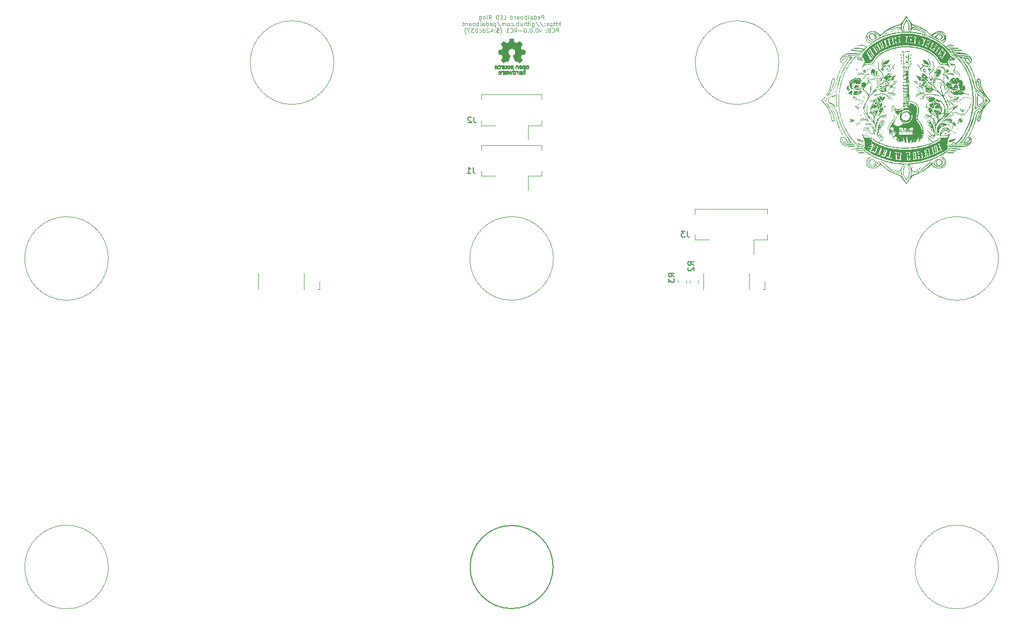
<source format=gbo>
G04 #@! TF.GenerationSoftware,KiCad,Pcbnew,8.0.4+1*
G04 #@! TF.CreationDate,2024-10-15T13:21:59+00:00*
G04 #@! TF.ProjectId,pedalboard-display,70656461-6c62-46f6-9172-642d64697370,0.0.0-RC1*
G04 #@! TF.SameCoordinates,Original*
G04 #@! TF.FileFunction,Legend,Bot*
G04 #@! TF.FilePolarity,Positive*
%FSLAX46Y46*%
G04 Gerber Fmt 4.6, Leading zero omitted, Abs format (unit mm)*
G04 Created by KiCad (PCBNEW 8.0.4+1) date 2024-10-15 13:21:59*
%MOMM*%
%LPD*%
G01*
G04 APERTURE LIST*
%ADD10C,0.000000*%
%ADD11C,0.100000*%
%ADD12C,0.004304*%
%ADD13C,0.004635*%
%ADD14C,0.008210*%
%ADD15C,0.150000*%
%ADD16C,0.120000*%
%ADD17C,0.010000*%
%ADD18C,2.500000*%
%ADD19C,3.400000*%
%ADD20R,1.700000X3.600000*%
%ADD21O,1.700000X3.500000*%
G04 APERTURE END LIST*
D10*
G36*
X165043898Y-42721111D02*
G01*
X165053254Y-42722473D01*
X165062768Y-42724758D01*
X165072466Y-42727960D01*
X165082375Y-42732076D01*
X165092521Y-42737101D01*
X165102931Y-42743030D01*
X165113630Y-42749859D01*
X165124646Y-42757583D01*
X165136005Y-42766198D01*
X165147734Y-42775699D01*
X165159858Y-42786082D01*
X165185401Y-42809475D01*
X165197638Y-42821464D01*
X165209213Y-42832296D01*
X165220127Y-42841970D01*
X165230380Y-42850486D01*
X165239971Y-42857845D01*
X165248900Y-42864046D01*
X165257169Y-42869090D01*
X165264775Y-42872976D01*
X165271721Y-42875705D01*
X165274946Y-42876635D01*
X165278005Y-42877276D01*
X165280899Y-42877627D01*
X165283627Y-42877689D01*
X165286191Y-42877462D01*
X165288589Y-42876945D01*
X165290821Y-42876139D01*
X165292888Y-42875043D01*
X165294790Y-42873658D01*
X165296527Y-42871984D01*
X165298098Y-42870020D01*
X165299504Y-42867767D01*
X165300744Y-42865224D01*
X165301819Y-42862393D01*
X165303969Y-42857877D01*
X165307070Y-42853592D01*
X165311062Y-42849542D01*
X165315882Y-42845732D01*
X165321469Y-42842164D01*
X165327763Y-42838843D01*
X165334701Y-42835773D01*
X165342223Y-42832957D01*
X165358770Y-42828105D01*
X165376915Y-42824317D01*
X165396165Y-42821625D01*
X165416030Y-42820059D01*
X165436019Y-42819651D01*
X165455641Y-42820431D01*
X165474406Y-42822431D01*
X165491822Y-42825682D01*
X165499870Y-42827786D01*
X165507398Y-42830214D01*
X165514342Y-42832970D01*
X165520643Y-42836058D01*
X165526238Y-42839482D01*
X165531067Y-42843246D01*
X165535067Y-42847354D01*
X165538178Y-42851809D01*
X165540848Y-42856772D01*
X165542922Y-42862365D01*
X165544422Y-42868537D01*
X165545372Y-42875235D01*
X165545794Y-42882410D01*
X165545713Y-42890008D01*
X165544132Y-42906269D01*
X165540814Y-42923605D01*
X165535947Y-42941602D01*
X165529715Y-42959847D01*
X165522304Y-42977927D01*
X165513902Y-42995428D01*
X165504693Y-43011937D01*
X165494865Y-43027040D01*
X165484602Y-43040325D01*
X165479366Y-43046156D01*
X165474091Y-43051377D01*
X165468800Y-43055936D01*
X165463518Y-43059783D01*
X165458266Y-43062864D01*
X165453069Y-43065130D01*
X165447949Y-43066527D01*
X165442930Y-43067004D01*
X165440223Y-43067096D01*
X165437398Y-43067370D01*
X165431422Y-43068444D01*
X165425054Y-43070189D01*
X165418345Y-43072571D01*
X165411346Y-43075552D01*
X165404110Y-43079096D01*
X165396687Y-43083167D01*
X165389130Y-43087729D01*
X165381491Y-43092746D01*
X165373821Y-43098181D01*
X165366171Y-43103999D01*
X165358593Y-43110163D01*
X165351140Y-43116637D01*
X165343862Y-43123386D01*
X165336812Y-43130371D01*
X165330041Y-43137559D01*
X165323068Y-43144746D01*
X165315433Y-43151732D01*
X165307220Y-43158480D01*
X165298511Y-43164955D01*
X165289388Y-43171119D01*
X165279934Y-43176937D01*
X165270233Y-43182372D01*
X165260366Y-43187389D01*
X165250417Y-43191952D01*
X165240467Y-43196023D01*
X165230600Y-43199567D01*
X165220899Y-43202548D01*
X165211446Y-43204930D01*
X165202323Y-43206675D01*
X165193614Y-43207749D01*
X165185401Y-43208115D01*
X165176272Y-43208492D01*
X165166773Y-43209599D01*
X165156947Y-43211400D01*
X165146837Y-43213862D01*
X165125940Y-43220626D01*
X165104428Y-43229613D01*
X165082648Y-43240542D01*
X165060944Y-43253136D01*
X165039665Y-43267114D01*
X165019155Y-43282198D01*
X164999762Y-43298109D01*
X164981831Y-43314568D01*
X164965709Y-43331296D01*
X164951742Y-43348013D01*
X164940275Y-43364441D01*
X164935588Y-43372459D01*
X164931657Y-43380300D01*
X164928523Y-43387929D01*
X164926231Y-43395312D01*
X164924825Y-43402413D01*
X164924346Y-43409197D01*
X164924449Y-43411502D01*
X164924753Y-43413782D01*
X164925256Y-43416035D01*
X164925951Y-43418258D01*
X164926836Y-43420447D01*
X164927904Y-43422600D01*
X164929152Y-43424712D01*
X164930575Y-43426781D01*
X164932168Y-43428804D01*
X164933928Y-43430777D01*
X164935849Y-43432697D01*
X164937927Y-43434561D01*
X164940157Y-43436365D01*
X164942535Y-43438106D01*
X164945057Y-43439782D01*
X164947718Y-43441389D01*
X164950513Y-43442923D01*
X164953437Y-43444382D01*
X164956487Y-43445762D01*
X164959658Y-43447060D01*
X164962946Y-43448272D01*
X164966344Y-43449396D01*
X164969851Y-43450429D01*
X164973459Y-43451366D01*
X164977166Y-43452205D01*
X164980967Y-43452943D01*
X164984857Y-43453576D01*
X164988831Y-43454101D01*
X164992886Y-43454516D01*
X164997016Y-43454815D01*
X165001217Y-43454998D01*
X165005485Y-43455059D01*
X165016860Y-43454846D01*
X165027202Y-43454184D01*
X165036552Y-43453036D01*
X165040868Y-43452268D01*
X165044951Y-43451366D01*
X165048807Y-43450324D01*
X165052441Y-43449138D01*
X165055858Y-43447803D01*
X165059062Y-43446315D01*
X165062060Y-43444670D01*
X165064857Y-43442863D01*
X165067457Y-43440888D01*
X165069866Y-43438743D01*
X165072089Y-43436422D01*
X165074131Y-43433921D01*
X165075998Y-43431235D01*
X165077693Y-43428360D01*
X165079224Y-43425291D01*
X165080594Y-43422023D01*
X165081809Y-43418553D01*
X165082875Y-43414876D01*
X165083796Y-43410986D01*
X165084577Y-43406880D01*
X165085741Y-43398002D01*
X165086410Y-43388203D01*
X165086623Y-43377448D01*
X165086288Y-43368357D01*
X165086589Y-43359616D01*
X165087499Y-43351248D01*
X165088993Y-43343273D01*
X165091046Y-43335711D01*
X165093631Y-43328583D01*
X165096722Y-43321910D01*
X165100294Y-43315712D01*
X165104320Y-43310010D01*
X165108776Y-43304825D01*
X165113634Y-43300178D01*
X165118870Y-43296088D01*
X165121621Y-43294259D01*
X165124457Y-43292578D01*
X165127374Y-43291046D01*
X165130370Y-43289666D01*
X165133440Y-43288442D01*
X165136582Y-43287375D01*
X165139793Y-43286469D01*
X165143069Y-43285725D01*
X165147596Y-43284826D01*
X165151921Y-43284116D01*
X165156046Y-43283597D01*
X165159977Y-43283272D01*
X165163716Y-43283144D01*
X165167268Y-43283214D01*
X165170637Y-43283486D01*
X165173826Y-43283962D01*
X165176839Y-43284644D01*
X165179681Y-43285536D01*
X165182354Y-43286640D01*
X165184864Y-43287958D01*
X165187213Y-43289494D01*
X165189406Y-43291248D01*
X165191447Y-43293226D01*
X165193339Y-43295427D01*
X165195086Y-43297857D01*
X165196693Y-43300516D01*
X165198162Y-43303408D01*
X165199499Y-43306535D01*
X165200706Y-43309899D01*
X165201788Y-43313504D01*
X165202748Y-43317352D01*
X165203591Y-43321445D01*
X165204321Y-43325786D01*
X165204940Y-43330378D01*
X165205865Y-43340324D01*
X165206397Y-43351303D01*
X165206568Y-43363337D01*
X165206908Y-43374313D01*
X165207924Y-43384750D01*
X165209611Y-43394647D01*
X165211963Y-43404003D01*
X165214973Y-43412816D01*
X165218637Y-43421085D01*
X165222948Y-43428809D01*
X165227900Y-43435987D01*
X165233488Y-43442617D01*
X165239706Y-43448697D01*
X165246547Y-43454228D01*
X165254007Y-43459207D01*
X165262079Y-43463633D01*
X165270758Y-43467504D01*
X165280037Y-43470821D01*
X165289912Y-43473580D01*
X165300375Y-43475781D01*
X165311422Y-43477423D01*
X165323046Y-43478504D01*
X165335242Y-43479023D01*
X165348004Y-43478979D01*
X165361326Y-43478370D01*
X165375202Y-43477196D01*
X165389627Y-43475454D01*
X165404594Y-43473144D01*
X165420098Y-43470264D01*
X165436133Y-43466813D01*
X165452693Y-43462790D01*
X165469772Y-43458193D01*
X165487365Y-43453021D01*
X165505466Y-43447273D01*
X165524068Y-43440948D01*
X165555522Y-43430888D01*
X165585859Y-43421986D01*
X165614295Y-43414406D01*
X165640044Y-43408316D01*
X165662320Y-43403878D01*
X165680338Y-43401260D01*
X165687505Y-43400685D01*
X165693312Y-43400627D01*
X165697662Y-43401106D01*
X165700457Y-43402143D01*
X165701851Y-43403033D01*
X165703385Y-43403719D01*
X165705053Y-43404207D01*
X165706851Y-43404499D01*
X165708772Y-43404601D01*
X165710812Y-43404515D01*
X165712966Y-43404245D01*
X165715229Y-43403796D01*
X165717595Y-43403172D01*
X165720059Y-43402375D01*
X165722616Y-43401411D01*
X165725261Y-43400282D01*
X165730794Y-43397548D01*
X165736616Y-43394205D01*
X165742687Y-43390283D01*
X165748964Y-43385813D01*
X165755406Y-43380826D01*
X165761973Y-43375354D01*
X165768622Y-43369426D01*
X165775312Y-43363075D01*
X165782002Y-43356331D01*
X165788651Y-43349226D01*
X165794975Y-43341457D01*
X165800709Y-43334040D01*
X165805844Y-43326994D01*
X165810369Y-43320342D01*
X165814274Y-43314103D01*
X165817549Y-43308298D01*
X165820183Y-43302948D01*
X165822165Y-43298073D01*
X165823487Y-43293694D01*
X165823896Y-43291697D01*
X165824136Y-43289832D01*
X165824206Y-43288102D01*
X165824103Y-43286508D01*
X165823828Y-43285054D01*
X165823378Y-43283742D01*
X165822753Y-43282574D01*
X165821950Y-43281554D01*
X165820969Y-43280684D01*
X165819809Y-43279966D01*
X165818468Y-43279403D01*
X165816944Y-43278998D01*
X165815238Y-43278753D01*
X165813346Y-43278671D01*
X165811052Y-43278568D01*
X165808801Y-43278263D01*
X165806595Y-43277761D01*
X165804437Y-43277065D01*
X165802327Y-43276181D01*
X165800269Y-43275113D01*
X165798264Y-43273865D01*
X165796313Y-43272442D01*
X165794419Y-43270848D01*
X165792585Y-43269089D01*
X165790810Y-43267168D01*
X165789099Y-43265090D01*
X165787452Y-43262859D01*
X165785872Y-43260481D01*
X165784360Y-43257959D01*
X165782918Y-43255299D01*
X165781549Y-43252504D01*
X165780254Y-43249579D01*
X165779036Y-43246529D01*
X165777895Y-43243358D01*
X165776835Y-43240071D01*
X165775857Y-43236672D01*
X165774962Y-43233165D01*
X165774154Y-43229557D01*
X165773433Y-43225849D01*
X165772803Y-43222049D01*
X165772263Y-43218159D01*
X165771818Y-43214184D01*
X165771468Y-43210130D01*
X165771216Y-43205999D01*
X165771063Y-43201798D01*
X165771012Y-43197530D01*
X165772273Y-43173201D01*
X165772973Y-43163602D01*
X165773823Y-43155693D01*
X165774901Y-43149459D01*
X165775549Y-43146964D01*
X165776283Y-43144883D01*
X165777113Y-43143212D01*
X165778048Y-43141950D01*
X165779098Y-43141095D01*
X165780272Y-43140646D01*
X165781582Y-43140599D01*
X165783035Y-43140953D01*
X165784641Y-43141707D01*
X165786412Y-43142857D01*
X165788355Y-43144404D01*
X165790481Y-43146343D01*
X165795321Y-43151395D01*
X165801008Y-43157996D01*
X165807620Y-43166133D01*
X165823929Y-43186948D01*
X165826626Y-43190524D01*
X165829420Y-43193975D01*
X165832306Y-43197298D01*
X165835277Y-43200494D01*
X165841455Y-43206497D01*
X165847907Y-43211973D01*
X165854586Y-43216912D01*
X165861446Y-43221302D01*
X165868440Y-43225135D01*
X165875523Y-43228399D01*
X165882646Y-43231085D01*
X165889765Y-43233181D01*
X165896832Y-43234678D01*
X165900331Y-43235198D01*
X165903800Y-43235565D01*
X165907233Y-43235777D01*
X165910624Y-43235832D01*
X165913967Y-43235730D01*
X165917257Y-43235468D01*
X165920487Y-43235047D01*
X165923652Y-43234464D01*
X165926746Y-43233719D01*
X165929763Y-43232809D01*
X165937401Y-43229971D01*
X165944445Y-43228046D01*
X165950898Y-43226997D01*
X165956765Y-43226787D01*
X165962051Y-43227377D01*
X165966760Y-43228731D01*
X165970896Y-43230811D01*
X165974465Y-43233580D01*
X165977471Y-43237000D01*
X165979918Y-43241034D01*
X165981811Y-43245643D01*
X165983154Y-43250792D01*
X165983951Y-43256442D01*
X165984209Y-43262555D01*
X165983930Y-43269095D01*
X165983119Y-43276024D01*
X165981781Y-43283304D01*
X165979921Y-43290898D01*
X165977543Y-43298769D01*
X165974651Y-43306878D01*
X165971250Y-43315189D01*
X165967345Y-43323664D01*
X165962940Y-43332266D01*
X165958039Y-43340957D01*
X165952647Y-43349700D01*
X165946769Y-43358456D01*
X165940409Y-43367190D01*
X165933572Y-43375863D01*
X165926262Y-43384437D01*
X165918484Y-43392876D01*
X165910242Y-43401142D01*
X165901540Y-43409197D01*
X165872642Y-43434539D01*
X165842869Y-43458308D01*
X165812279Y-43480502D01*
X165780927Y-43501120D01*
X165748870Y-43520158D01*
X165716164Y-43537616D01*
X165682865Y-43553492D01*
X165649028Y-43567782D01*
X165614712Y-43580487D01*
X165579971Y-43591603D01*
X165544861Y-43601128D01*
X165509440Y-43609062D01*
X165473763Y-43615401D01*
X165437886Y-43620144D01*
X165401866Y-43623288D01*
X165365759Y-43624833D01*
X165329621Y-43624776D01*
X165293508Y-43623115D01*
X165257476Y-43619848D01*
X165221582Y-43614973D01*
X165185882Y-43608489D01*
X165150431Y-43600393D01*
X165115287Y-43590683D01*
X165080505Y-43579358D01*
X165046142Y-43566415D01*
X165012254Y-43551853D01*
X164978896Y-43535669D01*
X164946126Y-43517863D01*
X164913999Y-43498431D01*
X164882572Y-43477372D01*
X164851900Y-43454684D01*
X164822040Y-43430364D01*
X164808936Y-43418643D01*
X164796741Y-43406626D01*
X164785459Y-43394306D01*
X164775091Y-43381678D01*
X164765637Y-43368735D01*
X164757099Y-43355470D01*
X164749478Y-43341876D01*
X164742776Y-43327948D01*
X164736994Y-43313679D01*
X164732132Y-43299063D01*
X164728193Y-43284093D01*
X164725178Y-43268762D01*
X164723088Y-43253064D01*
X164721924Y-43236993D01*
X164721688Y-43220542D01*
X164722381Y-43203705D01*
X164724004Y-43186475D01*
X164726558Y-43168845D01*
X164730045Y-43150811D01*
X164734466Y-43132364D01*
X164739823Y-43113498D01*
X164746116Y-43094208D01*
X164753347Y-43074485D01*
X164761517Y-43054325D01*
X164770628Y-43033721D01*
X164780680Y-43012666D01*
X164791676Y-42991153D01*
X164803616Y-42969177D01*
X164830335Y-42923807D01*
X164860847Y-42876504D01*
X164883289Y-42843466D01*
X164904455Y-42814444D01*
X164914625Y-42801427D01*
X164924556Y-42789400D01*
X164934273Y-42778359D01*
X164943804Y-42768300D01*
X164953175Y-42759217D01*
X164962412Y-42751106D01*
X164971542Y-42743963D01*
X164980591Y-42737783D01*
X164989586Y-42732562D01*
X164998553Y-42728294D01*
X165007518Y-42724977D01*
X165016509Y-42722604D01*
X165025552Y-42721172D01*
X165034672Y-42720676D01*
X165043898Y-42721111D01*
G37*
G36*
X166522042Y-51022197D02*
G01*
X166523802Y-51022365D01*
X166525564Y-51022660D01*
X166527328Y-51023080D01*
X166529091Y-51023623D01*
X166530852Y-51024288D01*
X166532608Y-51025073D01*
X166534358Y-51025975D01*
X166536099Y-51026993D01*
X166537830Y-51028124D01*
X166539548Y-51029367D01*
X166541253Y-51030720D01*
X166542941Y-51032181D01*
X166544611Y-51033748D01*
X166546261Y-51035418D01*
X166547889Y-51037191D01*
X166549494Y-51039064D01*
X166551072Y-51041035D01*
X166552623Y-51043103D01*
X166554144Y-51045264D01*
X166555633Y-51047518D01*
X166558508Y-51052296D01*
X166561234Y-51057420D01*
X166562971Y-51063247D01*
X166563653Y-51066062D01*
X166564211Y-51068810D01*
X166564645Y-51071488D01*
X166564955Y-51074094D01*
X166565142Y-51076626D01*
X166565204Y-51079083D01*
X166565142Y-51081463D01*
X166564956Y-51083763D01*
X166564646Y-51085981D01*
X166564211Y-51088117D01*
X166563653Y-51090167D01*
X166562971Y-51092129D01*
X166562165Y-51094003D01*
X166561235Y-51095785D01*
X166560181Y-51097475D01*
X166559002Y-51099069D01*
X166557700Y-51100567D01*
X166556274Y-51101966D01*
X166554724Y-51103264D01*
X166553049Y-51104459D01*
X166551251Y-51105550D01*
X166549329Y-51106534D01*
X166547282Y-51107409D01*
X166545112Y-51108175D01*
X166542817Y-51108827D01*
X166540399Y-51109366D01*
X166537856Y-51109788D01*
X166535190Y-51110092D01*
X166532400Y-51110275D01*
X166529485Y-51110337D01*
X166524318Y-51110174D01*
X166519403Y-51109696D01*
X166514744Y-51108919D01*
X166510344Y-51107857D01*
X166506208Y-51106526D01*
X166502339Y-51104942D01*
X166498742Y-51103121D01*
X166495419Y-51101077D01*
X166492376Y-51098826D01*
X166489616Y-51096385D01*
X166487143Y-51093767D01*
X166484960Y-51090990D01*
X166483072Y-51088067D01*
X166481482Y-51085016D01*
X166480195Y-51081851D01*
X166479213Y-51078587D01*
X166478542Y-51075241D01*
X166478185Y-51071828D01*
X166478145Y-51068363D01*
X166478428Y-51064862D01*
X166479035Y-51061340D01*
X166479973Y-51057813D01*
X166481243Y-51054296D01*
X166482851Y-51050806D01*
X166484800Y-51047356D01*
X166487093Y-51043963D01*
X166489736Y-51040643D01*
X166492731Y-51037411D01*
X166496083Y-51034282D01*
X166499795Y-51031271D01*
X166503872Y-51028395D01*
X166508317Y-51025669D01*
X166509980Y-51024749D01*
X166511663Y-51023972D01*
X166513362Y-51023335D01*
X166515076Y-51022838D01*
X166516803Y-51022477D01*
X166518541Y-51022251D01*
X166520288Y-51022159D01*
X166522042Y-51022197D01*
G37*
G36*
X175467225Y-33656115D02*
G01*
X175472424Y-33656451D01*
X175485134Y-33657869D01*
X175500965Y-33660237D01*
X175519964Y-33663505D01*
X175567650Y-33672532D01*
X175575580Y-33674137D01*
X175583464Y-33676279D01*
X175591254Y-33678918D01*
X175598905Y-33682012D01*
X175606369Y-33685519D01*
X175613601Y-33689398D01*
X175620554Y-33693608D01*
X175627182Y-33698107D01*
X175633437Y-33702854D01*
X175639274Y-33707808D01*
X175644646Y-33712928D01*
X175649506Y-33718171D01*
X175653808Y-33723497D01*
X175657505Y-33728865D01*
X175660552Y-33734232D01*
X175662900Y-33739558D01*
X175665039Y-33745635D01*
X175666820Y-33751297D01*
X175668238Y-33756541D01*
X175669288Y-33761366D01*
X175669962Y-33765770D01*
X175670257Y-33769750D01*
X175670165Y-33773306D01*
X175669680Y-33776435D01*
X175668798Y-33779135D01*
X175668206Y-33780323D01*
X175667513Y-33781404D01*
X175666717Y-33782376D01*
X175665817Y-33783240D01*
X175664814Y-33783995D01*
X175663707Y-33784641D01*
X175662494Y-33785178D01*
X175661175Y-33785606D01*
X175658216Y-33786132D01*
X175654824Y-33786218D01*
X175650994Y-33785861D01*
X175646720Y-33785059D01*
X175641995Y-33783812D01*
X175636814Y-33782116D01*
X175631171Y-33779969D01*
X175625061Y-33777371D01*
X175618477Y-33774319D01*
X175611414Y-33770810D01*
X175603866Y-33766844D01*
X175595826Y-33762417D01*
X175587290Y-33757529D01*
X175578252Y-33752177D01*
X175568705Y-33746359D01*
X175548063Y-33733319D01*
X175525318Y-33718392D01*
X175490819Y-33695007D01*
X175477530Y-33685541D01*
X175466944Y-33677492D01*
X175459107Y-33670807D01*
X175456235Y-33667960D01*
X175454066Y-33665434D01*
X175452609Y-33663224D01*
X175451868Y-33661322D01*
X175451848Y-33659723D01*
X175452557Y-33658420D01*
X175454000Y-33657406D01*
X175456182Y-33656675D01*
X175459110Y-33656220D01*
X175462789Y-33656036D01*
X175467225Y-33656115D01*
G37*
G36*
X169891071Y-46220686D02*
G01*
X169895039Y-46221337D01*
X169899226Y-46222583D01*
X169903637Y-46224420D01*
X169908282Y-46226840D01*
X169913165Y-46229838D01*
X169923681Y-46237546D01*
X169935240Y-46247496D01*
X169947899Y-46259643D01*
X169960301Y-46273315D01*
X169965880Y-46280019D01*
X169971044Y-46286666D01*
X169975792Y-46293277D01*
X169980123Y-46299873D01*
X169984037Y-46306477D01*
X169987532Y-46313111D01*
X169990610Y-46319796D01*
X169993268Y-46326555D01*
X169995506Y-46333410D01*
X169997324Y-46340382D01*
X169998720Y-46347494D01*
X169999695Y-46354767D01*
X170000247Y-46362224D01*
X170000376Y-46369886D01*
X170000082Y-46377775D01*
X169999362Y-46385914D01*
X169998218Y-46394324D01*
X169996649Y-46403028D01*
X169994653Y-46412046D01*
X169992230Y-46421402D01*
X169989379Y-46431117D01*
X169986100Y-46441213D01*
X169982392Y-46451712D01*
X169978255Y-46462636D01*
X169968688Y-46485848D01*
X169957396Y-46511023D01*
X169944373Y-46538337D01*
X169929109Y-46569084D01*
X169913870Y-46596456D01*
X169898849Y-46620386D01*
X169891479Y-46631040D01*
X169884236Y-46640808D01*
X169877142Y-46649682D01*
X169870222Y-46657653D01*
X169863500Y-46664714D01*
X169856999Y-46670855D01*
X169850744Y-46676069D01*
X169844758Y-46680347D01*
X169839065Y-46683681D01*
X169833690Y-46686062D01*
X169828655Y-46687482D01*
X169823986Y-46687932D01*
X169819705Y-46687404D01*
X169815837Y-46685890D01*
X169812406Y-46683381D01*
X169809435Y-46679868D01*
X169806949Y-46675345D01*
X169804971Y-46669801D01*
X169803526Y-46663229D01*
X169802637Y-46655620D01*
X169802327Y-46646966D01*
X169802622Y-46637259D01*
X169803545Y-46626489D01*
X169805119Y-46614649D01*
X169807369Y-46601731D01*
X169810319Y-46587725D01*
X169816754Y-46562094D01*
X169822775Y-46533486D01*
X169828301Y-46502893D01*
X169833248Y-46471309D01*
X169837533Y-46439724D01*
X169841075Y-46409131D01*
X169843790Y-46380523D01*
X169845595Y-46354891D01*
X169847713Y-46329211D01*
X169850136Y-46306378D01*
X169852920Y-46286345D01*
X169856123Y-46269068D01*
X169859802Y-46254497D01*
X169861837Y-46248213D01*
X169864013Y-46242589D01*
X169866335Y-46237618D01*
X169868812Y-46233295D01*
X169871451Y-46229614D01*
X169874258Y-46226569D01*
X169877241Y-46224155D01*
X169880407Y-46222365D01*
X169883762Y-46221195D01*
X169887315Y-46220637D01*
X169891071Y-46220686D01*
G37*
G36*
X168338395Y-43290114D02*
G01*
X168339701Y-43290320D01*
X168340900Y-43290657D01*
X168341990Y-43291128D01*
X168342966Y-43291733D01*
X168343825Y-43292473D01*
X168344562Y-43293351D01*
X168345173Y-43294367D01*
X168345656Y-43295522D01*
X168346005Y-43296818D01*
X168346218Y-43298256D01*
X168346290Y-43299838D01*
X168345676Y-43305918D01*
X168344520Y-43312229D01*
X168342859Y-43318729D01*
X168340729Y-43325379D01*
X168335213Y-43338974D01*
X168328265Y-43352699D01*
X168320180Y-43366237D01*
X168311253Y-43379274D01*
X168301778Y-43391495D01*
X168292050Y-43402584D01*
X168282363Y-43412226D01*
X168273012Y-43420105D01*
X168268555Y-43423286D01*
X168264292Y-43425908D01*
X168260260Y-43427931D01*
X168256497Y-43429317D01*
X168253038Y-43430026D01*
X168249921Y-43430019D01*
X168247182Y-43429256D01*
X168244859Y-43427698D01*
X168242988Y-43425305D01*
X168241606Y-43422038D01*
X168240750Y-43417858D01*
X168240456Y-43412725D01*
X168240740Y-43407236D01*
X168241572Y-43401391D01*
X168242921Y-43395246D01*
X168244756Y-43388858D01*
X168247045Y-43382284D01*
X168249758Y-43375581D01*
X168252864Y-43368805D01*
X168256331Y-43362014D01*
X168260130Y-43355264D01*
X168264228Y-43348612D01*
X168268594Y-43342116D01*
X168273199Y-43335831D01*
X168278010Y-43329815D01*
X168282997Y-43324124D01*
X168288128Y-43318816D01*
X168293374Y-43313947D01*
X168298619Y-43309526D01*
X168303750Y-43305528D01*
X168308737Y-43301964D01*
X168313548Y-43298844D01*
X168318152Y-43296179D01*
X168322518Y-43293980D01*
X168326616Y-43292256D01*
X168330415Y-43291017D01*
X168333882Y-43290275D01*
X168335482Y-43290093D01*
X168336988Y-43290039D01*
X168338395Y-43290114D01*
G37*
G36*
X181469296Y-45783771D02*
G01*
X181472549Y-45784068D01*
X181475858Y-45784584D01*
X181479211Y-45785319D01*
X181482596Y-45786274D01*
X181486000Y-45787451D01*
X181489411Y-45788849D01*
X181492817Y-45790469D01*
X181496206Y-45792312D01*
X181499564Y-45794379D01*
X181502881Y-45796669D01*
X181506144Y-45799185D01*
X181509340Y-45801926D01*
X181512457Y-45804893D01*
X181515484Y-45808086D01*
X181519277Y-45812033D01*
X181522724Y-45815930D01*
X181525829Y-45819769D01*
X181528596Y-45823541D01*
X181531029Y-45827239D01*
X181533134Y-45830853D01*
X181534914Y-45834375D01*
X181536375Y-45837797D01*
X181537520Y-45841111D01*
X181538355Y-45844308D01*
X181538883Y-45847379D01*
X181539110Y-45850317D01*
X181539040Y-45853112D01*
X181538677Y-45855757D01*
X181538026Y-45858244D01*
X181537091Y-45860562D01*
X181535877Y-45862706D01*
X181534389Y-45864665D01*
X181532631Y-45866431D01*
X181530607Y-45867997D01*
X181528323Y-45869353D01*
X181525782Y-45870492D01*
X181522989Y-45871405D01*
X181519948Y-45872083D01*
X181516665Y-45872518D01*
X181513143Y-45872702D01*
X181509388Y-45872627D01*
X181505403Y-45872283D01*
X181501193Y-45871663D01*
X181496763Y-45870758D01*
X181492118Y-45869560D01*
X181487261Y-45868060D01*
X181482016Y-45865334D01*
X181476885Y-45862458D01*
X181471898Y-45859448D01*
X181467087Y-45856319D01*
X181462482Y-45853086D01*
X181458116Y-45849766D01*
X181454018Y-45846373D01*
X181450220Y-45842924D01*
X181446752Y-45839433D01*
X181443647Y-45835916D01*
X181440934Y-45832389D01*
X181438644Y-45828868D01*
X181436810Y-45825366D01*
X181436073Y-45823629D01*
X181435461Y-45821902D01*
X181434979Y-45820187D01*
X181434629Y-45818488D01*
X181434417Y-45816806D01*
X181434345Y-45815142D01*
X181434488Y-45811608D01*
X181434907Y-45808280D01*
X181435592Y-45805161D01*
X181436529Y-45802250D01*
X181437707Y-45799549D01*
X181439112Y-45797058D01*
X181440733Y-45794777D01*
X181442558Y-45792707D01*
X181444574Y-45790850D01*
X181446769Y-45789204D01*
X181449130Y-45787772D01*
X181451646Y-45786554D01*
X181454304Y-45785551D01*
X181457092Y-45784762D01*
X181459997Y-45784189D01*
X181463008Y-45783833D01*
X181466112Y-45783693D01*
X181469296Y-45783771D01*
G37*
G36*
X185060018Y-43551190D02*
G01*
X185066375Y-43553082D01*
X185073543Y-43556113D01*
X185081528Y-43560287D01*
X185090335Y-43565605D01*
X185099968Y-43572070D01*
X185110434Y-43579685D01*
X185121736Y-43588452D01*
X185133881Y-43598374D01*
X185160718Y-43621694D01*
X185190987Y-43649665D01*
X185224728Y-43682307D01*
X185261983Y-43719642D01*
X185299394Y-43755932D01*
X185335378Y-43789695D01*
X185370659Y-43821380D01*
X185405961Y-43851438D01*
X185442007Y-43880317D01*
X185479520Y-43908468D01*
X185519225Y-43936339D01*
X185561844Y-43964382D01*
X185608102Y-43993044D01*
X185658720Y-44022776D01*
X185714424Y-44054027D01*
X185775936Y-44087248D01*
X185843980Y-44122886D01*
X185919280Y-44161393D01*
X186094539Y-44248809D01*
X186174167Y-44289896D01*
X186253826Y-44333428D01*
X186332803Y-44378871D01*
X186410385Y-44425694D01*
X186485858Y-44473365D01*
X186558510Y-44521351D01*
X186627628Y-44569120D01*
X186692497Y-44616139D01*
X186752406Y-44661877D01*
X186806640Y-44705801D01*
X186854487Y-44747379D01*
X186895234Y-44786079D01*
X186928167Y-44821368D01*
X186952574Y-44852714D01*
X186967741Y-44879584D01*
X186971637Y-44891175D01*
X186972955Y-44901447D01*
X186972768Y-44907131D01*
X186972204Y-44912275D01*
X186971258Y-44916877D01*
X186970639Y-44918973D01*
X186969924Y-44920933D01*
X186969110Y-44922756D01*
X186968197Y-44924442D01*
X186967184Y-44925990D01*
X186966072Y-44927400D01*
X186964859Y-44928672D01*
X186963544Y-44929805D01*
X186962128Y-44930799D01*
X186960608Y-44931654D01*
X186958985Y-44932370D01*
X186957259Y-44932946D01*
X186955427Y-44933382D01*
X186953491Y-44933677D01*
X186951448Y-44933831D01*
X186949299Y-44933844D01*
X186947042Y-44933716D01*
X186944678Y-44933446D01*
X186939623Y-44932479D01*
X186934129Y-44930941D01*
X186928191Y-44928830D01*
X186921803Y-44926142D01*
X186914960Y-44922876D01*
X186907657Y-44919028D01*
X186899889Y-44914597D01*
X186891651Y-44909578D01*
X186882938Y-44903971D01*
X186873744Y-44897772D01*
X186864064Y-44890979D01*
X186853893Y-44883588D01*
X186843226Y-44875599D01*
X186832058Y-44867007D01*
X186820383Y-44857811D01*
X186808197Y-44848007D01*
X186795494Y-44837594D01*
X186782269Y-44826568D01*
X186754233Y-44802670D01*
X186724969Y-44778887D01*
X186696066Y-44756106D01*
X186666564Y-44733759D01*
X186635501Y-44711279D01*
X186601917Y-44688095D01*
X186564849Y-44663640D01*
X186523338Y-44637345D01*
X186476421Y-44608642D01*
X186423137Y-44576963D01*
X186362526Y-44541738D01*
X186215475Y-44458381D01*
X186027580Y-44354022D01*
X185791150Y-44224114D01*
X185635342Y-44136947D01*
X185498510Y-44055277D01*
X185437145Y-44016466D01*
X185380446Y-43978982D01*
X185328388Y-43942811D01*
X185280945Y-43907937D01*
X185238091Y-43874345D01*
X185199799Y-43842019D01*
X185166045Y-43810943D01*
X185136802Y-43781102D01*
X185112045Y-43752481D01*
X185091747Y-43725064D01*
X185075884Y-43698836D01*
X185064428Y-43673780D01*
X185053314Y-43642902D01*
X185048855Y-43629112D01*
X185045135Y-43616426D01*
X185042160Y-43604846D01*
X185039933Y-43594374D01*
X185038461Y-43585014D01*
X185037749Y-43576766D01*
X185037802Y-43569636D01*
X185038624Y-43563623D01*
X185040222Y-43558733D01*
X185042600Y-43554966D01*
X185045763Y-43552326D01*
X185049717Y-43550815D01*
X185054467Y-43550435D01*
X185060018Y-43551190D01*
G37*
G36*
X181657876Y-52390858D02*
G01*
X181670562Y-52393239D01*
X181681160Y-52396942D01*
X181689496Y-52402027D01*
X181695400Y-52408560D01*
X181697746Y-52413190D01*
X181699495Y-52417819D01*
X181700646Y-52422447D01*
X181701202Y-52427074D01*
X181701163Y-52431697D01*
X181700532Y-52436318D01*
X181699308Y-52440934D01*
X181697495Y-52445546D01*
X181695092Y-52450153D01*
X181692102Y-52454754D01*
X181688525Y-52459349D01*
X181684362Y-52463936D01*
X181679616Y-52468516D01*
X181674287Y-52473087D01*
X181668377Y-52477649D01*
X181661886Y-52482202D01*
X181654817Y-52486744D01*
X181647171Y-52491275D01*
X181638948Y-52495795D01*
X181630150Y-52500302D01*
X181620779Y-52504797D01*
X181610835Y-52509277D01*
X181600321Y-52513744D01*
X181589236Y-52518196D01*
X181577583Y-52522632D01*
X181565364Y-52527053D01*
X181539227Y-52535842D01*
X181510838Y-52544559D01*
X181480206Y-52553199D01*
X181465049Y-52557325D01*
X181450068Y-52561736D01*
X181421005Y-52571223D01*
X181393762Y-52581290D01*
X181369081Y-52591563D01*
X181347707Y-52601671D01*
X181338494Y-52606547D01*
X181330386Y-52611241D01*
X181323476Y-52615709D01*
X181317859Y-52619903D01*
X181313627Y-52623776D01*
X181310872Y-52627282D01*
X181307313Y-52632357D01*
X181303276Y-52637005D01*
X181298800Y-52641229D01*
X181293923Y-52645037D01*
X181288684Y-52648435D01*
X181283122Y-52651427D01*
X181277276Y-52654020D01*
X181271185Y-52656220D01*
X181264887Y-52658032D01*
X181258421Y-52659462D01*
X181251826Y-52660517D01*
X181245140Y-52661201D01*
X181238403Y-52661521D01*
X181231653Y-52661483D01*
X181224928Y-52661092D01*
X181218268Y-52660354D01*
X181211712Y-52659275D01*
X181205297Y-52657860D01*
X181199064Y-52656117D01*
X181193050Y-52654049D01*
X181187295Y-52651664D01*
X181181836Y-52648967D01*
X181176714Y-52645964D01*
X181171966Y-52642660D01*
X181167632Y-52639062D01*
X181163750Y-52635175D01*
X181160358Y-52631005D01*
X181157497Y-52626558D01*
X181155204Y-52621840D01*
X181153518Y-52616856D01*
X181152478Y-52611612D01*
X181152122Y-52606115D01*
X181153541Y-52596948D01*
X181157681Y-52587347D01*
X181164372Y-52577376D01*
X181173441Y-52567096D01*
X181184716Y-52556571D01*
X181198026Y-52545863D01*
X181230064Y-52524149D01*
X181268179Y-52502456D01*
X181310996Y-52481285D01*
X181357142Y-52461137D01*
X181405240Y-52442514D01*
X181453918Y-52425916D01*
X181501799Y-52411846D01*
X181547511Y-52400803D01*
X181589677Y-52393290D01*
X181626924Y-52389808D01*
X181643273Y-52389735D01*
X181657876Y-52390858D01*
G37*
G36*
X170662770Y-44938717D02*
G01*
X170664260Y-44939399D01*
X170665874Y-44940536D01*
X170667623Y-44942127D01*
X170669516Y-44944174D01*
X170671564Y-44946675D01*
X170676166Y-44953041D01*
X170681513Y-44961227D01*
X170687687Y-44971231D01*
X170702845Y-44996697D01*
X170706808Y-45004953D01*
X170710741Y-45013792D01*
X170714611Y-45023138D01*
X170718389Y-45032912D01*
X170722042Y-45043038D01*
X170725541Y-45053438D01*
X170728853Y-45064035D01*
X170731949Y-45074750D01*
X170734796Y-45085506D01*
X170737365Y-45096226D01*
X170739623Y-45106833D01*
X170741541Y-45117248D01*
X170743086Y-45127395D01*
X170744228Y-45137195D01*
X170744936Y-45146571D01*
X170745179Y-45155447D01*
X170745069Y-45180913D01*
X170744807Y-45190918D01*
X170744297Y-45199104D01*
X170743456Y-45205470D01*
X170742886Y-45207971D01*
X170742202Y-45210018D01*
X170741394Y-45211610D01*
X170740452Y-45212746D01*
X170739365Y-45213429D01*
X170738123Y-45213656D01*
X170736716Y-45213429D01*
X170735133Y-45212746D01*
X170733364Y-45211610D01*
X170731398Y-45210018D01*
X170729226Y-45207971D01*
X170726837Y-45205470D01*
X170721366Y-45199104D01*
X170714903Y-45190918D01*
X170707365Y-45180913D01*
X170688733Y-45155447D01*
X170683530Y-45147192D01*
X170678522Y-45138352D01*
X170673742Y-45129007D01*
X170669220Y-45119232D01*
X170664988Y-45109107D01*
X170661076Y-45098707D01*
X170657516Y-45088111D01*
X170654338Y-45077396D01*
X170651573Y-45066639D01*
X170649253Y-45055919D01*
X170647408Y-45045312D01*
X170646070Y-45034897D01*
X170645269Y-45024750D01*
X170645037Y-45014950D01*
X170645404Y-45005573D01*
X170646401Y-44996697D01*
X170649984Y-44971231D01*
X170651610Y-44961227D01*
X170653236Y-44953041D01*
X170654945Y-44946675D01*
X170655856Y-44944174D01*
X170656819Y-44942127D01*
X170657844Y-44940536D01*
X170658941Y-44939399D01*
X170660121Y-44938717D01*
X170661394Y-44938489D01*
X170662770Y-44938717D01*
G37*
G36*
X166715796Y-40504680D02*
G01*
X166713223Y-40517426D01*
X166710139Y-40530671D01*
X166706548Y-40544444D01*
X166702456Y-40558775D01*
X166692789Y-40589225D01*
X166681179Y-40622254D01*
X166671591Y-40647679D01*
X166662520Y-40669714D01*
X166658108Y-40679460D01*
X166653739Y-40688358D01*
X166649386Y-40696410D01*
X166645019Y-40703613D01*
X166640612Y-40709969D01*
X166636135Y-40715478D01*
X166631559Y-40720139D01*
X166626857Y-40723953D01*
X166622000Y-40726919D01*
X166616959Y-40729038D01*
X166611707Y-40730309D01*
X166606214Y-40730733D01*
X166600452Y-40730309D01*
X166594394Y-40729038D01*
X166588010Y-40726919D01*
X166581271Y-40723953D01*
X166574151Y-40720139D01*
X166566619Y-40715478D01*
X166558649Y-40709969D01*
X166550210Y-40703613D01*
X166541276Y-40696410D01*
X166531817Y-40688358D01*
X166511212Y-40669714D01*
X166488167Y-40647679D01*
X166462456Y-40622254D01*
X166423040Y-40582359D01*
X166388063Y-40545848D01*
X166357416Y-40512470D01*
X166330991Y-40481969D01*
X166308680Y-40454094D01*
X166290374Y-40428591D01*
X166275964Y-40405206D01*
X166270186Y-40394229D01*
X166265342Y-40383687D01*
X166261417Y-40373548D01*
X166258399Y-40363781D01*
X166256274Y-40354353D01*
X166255027Y-40345233D01*
X166254647Y-40336390D01*
X166255118Y-40327791D01*
X166256420Y-40319457D01*
X166389771Y-40319457D01*
X166390015Y-40324462D01*
X166391067Y-40330171D01*
X166392882Y-40336523D01*
X166395413Y-40343458D01*
X166402429Y-40358827D01*
X166411741Y-40375788D01*
X166422969Y-40393850D01*
X166435737Y-40412522D01*
X166449669Y-40431312D01*
X166464385Y-40449731D01*
X166479510Y-40467286D01*
X166494666Y-40483488D01*
X166509475Y-40497844D01*
X166523561Y-40509865D01*
X166530215Y-40514846D01*
X166536547Y-40519059D01*
X166542509Y-40522443D01*
X166548054Y-40524936D01*
X166553136Y-40526476D01*
X166557706Y-40527004D01*
X166561510Y-40526758D01*
X166564985Y-40526032D01*
X166568133Y-40524841D01*
X166570956Y-40523200D01*
X166573457Y-40521125D01*
X166575636Y-40518632D01*
X166577496Y-40515735D01*
X166579039Y-40512451D01*
X166580266Y-40508795D01*
X166581181Y-40504783D01*
X166581784Y-40500429D01*
X166582077Y-40495750D01*
X166582063Y-40490760D01*
X166581744Y-40485476D01*
X166581121Y-40479913D01*
X166580196Y-40474087D01*
X166578972Y-40468012D01*
X166577450Y-40461705D01*
X166575631Y-40455181D01*
X166573519Y-40448455D01*
X166571116Y-40441544D01*
X166568422Y-40434461D01*
X166565439Y-40427224D01*
X166562171Y-40419847D01*
X166558619Y-40412346D01*
X166554784Y-40404737D01*
X166550669Y-40397035D01*
X166546275Y-40389255D01*
X166541605Y-40381413D01*
X166536661Y-40373525D01*
X166531444Y-40365606D01*
X166525956Y-40357671D01*
X166515497Y-40343203D01*
X166505292Y-40330233D01*
X166495346Y-40318773D01*
X166490471Y-40313612D01*
X166485662Y-40308832D01*
X166480921Y-40304434D01*
X166476248Y-40300421D01*
X166471643Y-40296792D01*
X166467107Y-40293549D01*
X166462641Y-40290694D01*
X166458246Y-40288228D01*
X166453921Y-40286152D01*
X166449669Y-40284468D01*
X166445488Y-40283176D01*
X166441381Y-40282278D01*
X166437347Y-40281776D01*
X166433387Y-40281670D01*
X166429502Y-40281963D01*
X166425693Y-40282654D01*
X166421961Y-40283746D01*
X166418305Y-40285239D01*
X166414726Y-40287136D01*
X166411226Y-40289437D01*
X166407804Y-40292144D01*
X166404462Y-40295258D01*
X166401200Y-40298780D01*
X166398019Y-40302711D01*
X166394919Y-40307054D01*
X166391901Y-40311808D01*
X166390384Y-40315219D01*
X166389771Y-40319457D01*
X166256420Y-40319457D01*
X166256428Y-40319406D01*
X166258562Y-40311202D01*
X166261508Y-40303149D01*
X166265252Y-40295213D01*
X166269780Y-40287364D01*
X166275078Y-40279570D01*
X166287933Y-40264019D01*
X166303707Y-40248309D01*
X166323044Y-40231029D01*
X166332368Y-40223321D01*
X166341492Y-40216235D01*
X166350441Y-40209772D01*
X166359238Y-40203932D01*
X166367905Y-40198716D01*
X166376467Y-40194124D01*
X166384945Y-40190158D01*
X166393365Y-40186818D01*
X166401748Y-40184105D01*
X166410118Y-40182018D01*
X166418499Y-40180560D01*
X166426913Y-40179730D01*
X166435384Y-40179529D01*
X166443935Y-40179958D01*
X166452590Y-40181018D01*
X166461371Y-40182708D01*
X166470302Y-40185030D01*
X166479406Y-40187985D01*
X166488707Y-40191573D01*
X166498227Y-40195794D01*
X166507990Y-40200650D01*
X166518019Y-40206141D01*
X166528338Y-40212267D01*
X166538969Y-40219030D01*
X166561262Y-40234467D01*
X166585085Y-40252456D01*
X166610624Y-40273003D01*
X166632500Y-40291770D01*
X166651854Y-40309859D01*
X166660599Y-40318723D01*
X166668728Y-40327504D01*
X166676248Y-40336233D01*
X166683163Y-40344937D01*
X166689479Y-40353647D01*
X166695200Y-40362391D01*
X166700333Y-40371199D01*
X166704881Y-40380098D01*
X166708851Y-40389119D01*
X166712247Y-40398291D01*
X166715074Y-40407642D01*
X166717339Y-40417202D01*
X166719045Y-40426999D01*
X166720198Y-40437064D01*
X166720804Y-40447424D01*
X166720867Y-40458109D01*
X166720392Y-40469148D01*
X166719385Y-40480570D01*
X166717851Y-40492404D01*
X166717291Y-40495750D01*
X166715796Y-40504680D01*
G37*
G36*
X173543147Y-50760203D02*
G01*
X173546111Y-50760689D01*
X173548894Y-50761488D01*
X173551514Y-50762602D01*
X173553985Y-50764034D01*
X173556325Y-50765787D01*
X173558549Y-50767862D01*
X173560674Y-50770263D01*
X173562715Y-50772992D01*
X173564689Y-50776052D01*
X173566612Y-50779445D01*
X173570370Y-50787241D01*
X173574117Y-50796402D01*
X173577984Y-50806948D01*
X173579972Y-50813249D01*
X173581323Y-50819572D01*
X173582060Y-50825896D01*
X173582207Y-50832201D01*
X173581789Y-50838467D01*
X173580829Y-50844674D01*
X173579350Y-50850803D01*
X173577378Y-50856833D01*
X173574935Y-50862744D01*
X173572045Y-50868516D01*
X173568734Y-50874129D01*
X173565024Y-50879564D01*
X173560939Y-50884799D01*
X173556503Y-50889816D01*
X173551741Y-50894593D01*
X173546675Y-50899111D01*
X173541331Y-50903351D01*
X173535731Y-50907291D01*
X173529900Y-50910912D01*
X173523862Y-50914194D01*
X173517640Y-50917117D01*
X173511259Y-50919660D01*
X173504742Y-50921805D01*
X173498113Y-50923530D01*
X173491397Y-50924816D01*
X173484616Y-50925642D01*
X173477796Y-50925990D01*
X173470959Y-50925838D01*
X173464130Y-50925166D01*
X173457333Y-50923956D01*
X173450591Y-50922185D01*
X173443929Y-50919836D01*
X173437221Y-50917119D01*
X173430987Y-50914263D01*
X173425227Y-50911274D01*
X173419937Y-50908157D01*
X173415118Y-50904919D01*
X173410768Y-50901566D01*
X173406886Y-50898103D01*
X173403469Y-50894535D01*
X173400519Y-50890870D01*
X173398031Y-50887112D01*
X173396007Y-50883268D01*
X173394443Y-50879343D01*
X173393340Y-50875343D01*
X173392695Y-50871273D01*
X173392507Y-50867141D01*
X173392776Y-50862951D01*
X173393499Y-50858709D01*
X173394676Y-50854422D01*
X173396305Y-50850094D01*
X173398385Y-50845732D01*
X173400914Y-50841342D01*
X173403891Y-50836929D01*
X173407316Y-50832500D01*
X173411186Y-50828059D01*
X173415501Y-50823613D01*
X173420259Y-50819168D01*
X173425459Y-50814730D01*
X173431099Y-50810303D01*
X173437178Y-50805895D01*
X173443696Y-50801511D01*
X173450650Y-50797156D01*
X173458039Y-50792837D01*
X173473688Y-50784778D01*
X173487646Y-50777816D01*
X173500045Y-50771969D01*
X173511011Y-50767259D01*
X173520676Y-50763707D01*
X173525060Y-50762372D01*
X173529167Y-50761333D01*
X173533013Y-50760595D01*
X173536614Y-50760158D01*
X173539987Y-50760027D01*
X173543147Y-50760203D01*
G37*
G36*
X164522298Y-43381472D02*
G01*
X164525941Y-43382154D01*
X164529796Y-43383380D01*
X164533846Y-43385143D01*
X164538074Y-43387431D01*
X164542464Y-43390236D01*
X164546998Y-43393546D01*
X164551661Y-43397354D01*
X164556434Y-43401649D01*
X164561302Y-43406421D01*
X164566247Y-43411660D01*
X164571253Y-43417358D01*
X164576302Y-43423504D01*
X164581379Y-43430088D01*
X164586467Y-43437102D01*
X164591547Y-43444534D01*
X164596605Y-43452377D01*
X164601622Y-43460619D01*
X164606583Y-43469251D01*
X164611470Y-43478264D01*
X164616266Y-43487647D01*
X164620955Y-43497392D01*
X164632202Y-43520222D01*
X164642130Y-43541131D01*
X164650745Y-43560179D01*
X164658053Y-43577428D01*
X164664059Y-43592942D01*
X164668768Y-43606781D01*
X164672185Y-43619008D01*
X164674315Y-43629684D01*
X164675163Y-43638872D01*
X164674735Y-43646634D01*
X164674044Y-43649999D01*
X164673035Y-43653032D01*
X164671710Y-43655738D01*
X164670070Y-43658127D01*
X164668114Y-43660206D01*
X164665843Y-43661982D01*
X164663259Y-43663464D01*
X164660361Y-43664659D01*
X164653628Y-43666220D01*
X164645650Y-43666726D01*
X164642442Y-43666168D01*
X164638794Y-43664532D01*
X164634741Y-43661880D01*
X164630320Y-43658272D01*
X164620513Y-43648425D01*
X164609657Y-43635472D01*
X164598035Y-43619894D01*
X164585934Y-43602172D01*
X164573636Y-43582785D01*
X164561425Y-43562216D01*
X164549587Y-43540943D01*
X164538405Y-43519448D01*
X164528164Y-43498212D01*
X164519147Y-43477714D01*
X164511640Y-43458436D01*
X164505925Y-43440858D01*
X164503829Y-43432857D01*
X164502288Y-43425461D01*
X164501337Y-43418730D01*
X164501012Y-43412725D01*
X164501216Y-43406770D01*
X164501817Y-43401468D01*
X164502797Y-43396807D01*
X164504140Y-43392778D01*
X164504943Y-43390998D01*
X164505830Y-43389372D01*
X164506799Y-43387900D01*
X164507849Y-43386580D01*
X164508977Y-43385410D01*
X164510181Y-43384390D01*
X164511459Y-43383519D01*
X164512808Y-43382794D01*
X164514228Y-43382216D01*
X164515715Y-43381782D01*
X164517268Y-43381492D01*
X164518884Y-43381345D01*
X164522298Y-43381472D01*
G37*
G36*
X181418266Y-38766192D02*
G01*
X181433518Y-38766752D01*
X181446807Y-38767684D01*
X181458178Y-38768999D01*
X181467679Y-38770706D01*
X181475355Y-38772816D01*
X181481254Y-38775340D01*
X181483551Y-38776760D01*
X181485422Y-38778287D01*
X181486871Y-38779923D01*
X181487905Y-38781668D01*
X181488529Y-38783525D01*
X181488750Y-38785494D01*
X181488572Y-38787577D01*
X181488003Y-38789775D01*
X181485711Y-38794520D01*
X181481921Y-38799741D01*
X181476678Y-38805448D01*
X181473990Y-38808011D01*
X181471214Y-38810410D01*
X181468345Y-38812644D01*
X181465378Y-38814715D01*
X181462308Y-38816624D01*
X181459129Y-38818370D01*
X181455836Y-38819954D01*
X181452425Y-38821378D01*
X181448889Y-38822642D01*
X181445224Y-38823746D01*
X181441425Y-38824691D01*
X181437487Y-38825478D01*
X181433403Y-38826107D01*
X181429170Y-38826579D01*
X181424782Y-38826895D01*
X181420234Y-38827056D01*
X181415520Y-38827061D01*
X181410636Y-38826912D01*
X181400335Y-38826153D01*
X181389290Y-38824784D01*
X181377459Y-38822811D01*
X181364802Y-38820238D01*
X181351277Y-38817071D01*
X181336842Y-38813315D01*
X181321456Y-38808975D01*
X181283332Y-38796160D01*
X181268506Y-38790961D01*
X181256578Y-38786486D01*
X181247606Y-38782673D01*
X181244246Y-38780994D01*
X181241647Y-38779458D01*
X181239815Y-38778057D01*
X181238757Y-38776782D01*
X181238481Y-38775625D01*
X181238994Y-38774580D01*
X181240303Y-38773638D01*
X181242414Y-38772792D01*
X181245336Y-38772034D01*
X181249074Y-38771355D01*
X181259031Y-38770208D01*
X181272342Y-38769288D01*
X181289064Y-38768533D01*
X181309253Y-38767882D01*
X181360261Y-38766641D01*
X181381684Y-38766147D01*
X181401003Y-38765994D01*
X181418266Y-38766192D01*
G37*
G36*
X182695166Y-45818793D02*
G01*
X182696729Y-45819157D01*
X182698445Y-45819757D01*
X182700307Y-45820585D01*
X182702308Y-45821636D01*
X182704443Y-45822902D01*
X182709085Y-45826056D01*
X182714182Y-45829996D01*
X182719682Y-45834669D01*
X182725534Y-45840024D01*
X182731685Y-45846010D01*
X182738084Y-45852575D01*
X182744680Y-45859666D01*
X182751420Y-45867233D01*
X182758254Y-45875224D01*
X182765128Y-45883587D01*
X182771993Y-45892271D01*
X182778795Y-45901223D01*
X182785484Y-45910392D01*
X182792550Y-45919604D01*
X182799188Y-45928686D01*
X182805382Y-45937592D01*
X182811115Y-45946277D01*
X182816373Y-45954692D01*
X182821140Y-45962792D01*
X182825401Y-45970531D01*
X182829140Y-45977861D01*
X182832341Y-45984737D01*
X182834989Y-45991111D01*
X182837069Y-45996937D01*
X182838565Y-46002170D01*
X182839462Y-46006761D01*
X182839744Y-46010665D01*
X182839395Y-46013835D01*
X182838979Y-46015131D01*
X182838400Y-46016226D01*
X182837326Y-46016743D01*
X182836090Y-46016978D01*
X182834697Y-46016937D01*
X182833150Y-46016625D01*
X182831453Y-46016050D01*
X182829610Y-46015218D01*
X182827625Y-46014135D01*
X182825502Y-46012808D01*
X182823244Y-46011243D01*
X182820856Y-46009448D01*
X182815704Y-46005188D01*
X182810076Y-46000080D01*
X182804004Y-45994177D01*
X182797519Y-45987530D01*
X182790651Y-45980190D01*
X182783432Y-45972210D01*
X182775892Y-45963640D01*
X182768063Y-45954533D01*
X182759976Y-45944940D01*
X182743150Y-45924503D01*
X182735464Y-45913432D01*
X182728295Y-45902737D01*
X182721663Y-45892466D01*
X182715589Y-45882666D01*
X182710094Y-45873382D01*
X182705199Y-45864662D01*
X182700923Y-45856551D01*
X182697289Y-45849097D01*
X182694316Y-45842345D01*
X182692025Y-45836343D01*
X182690437Y-45831137D01*
X182689572Y-45826773D01*
X182689451Y-45823298D01*
X182689677Y-45821908D01*
X182690096Y-45820758D01*
X182690711Y-45819853D01*
X182691525Y-45819200D01*
X182692541Y-45818803D01*
X182693761Y-45818670D01*
X182695166Y-45818793D01*
G37*
G36*
X166943495Y-34389526D02*
G01*
X166944656Y-34389723D01*
X166945785Y-34390082D01*
X166946882Y-34390606D01*
X166947949Y-34391297D01*
X166948986Y-34392157D01*
X166949996Y-34393189D01*
X166950977Y-34394395D01*
X166951933Y-34395778D01*
X166952862Y-34397340D01*
X166954649Y-34401011D01*
X166956345Y-34405427D01*
X166957959Y-34410608D01*
X166959498Y-34416573D01*
X166960969Y-34423342D01*
X166962381Y-34430934D01*
X166963742Y-34439368D01*
X166965058Y-34448664D01*
X166966339Y-34458841D01*
X166967591Y-34469919D01*
X166970040Y-34494853D01*
X166972469Y-34523621D01*
X166974940Y-34556379D01*
X166977514Y-34593281D01*
X166983518Y-34657213D01*
X166992313Y-34718111D01*
X167003961Y-34776084D01*
X167018523Y-34831241D01*
X167036061Y-34883690D01*
X167056639Y-34933540D01*
X167080317Y-34980898D01*
X167107158Y-35025875D01*
X167137223Y-35068578D01*
X167170575Y-35109115D01*
X167207275Y-35147596D01*
X167247387Y-35184129D01*
X167290971Y-35218822D01*
X167338089Y-35251784D01*
X167388804Y-35283123D01*
X167443178Y-35312948D01*
X167466289Y-35324150D01*
X167488165Y-35333936D01*
X167509058Y-35342295D01*
X167529223Y-35349218D01*
X167548913Y-35354694D01*
X167568380Y-35358713D01*
X167587879Y-35361264D01*
X167607661Y-35362337D01*
X167627981Y-35361921D01*
X167649092Y-35360008D01*
X167671247Y-35356585D01*
X167694698Y-35351643D01*
X167719700Y-35345171D01*
X167746506Y-35337160D01*
X167775368Y-35327598D01*
X167806540Y-35316475D01*
X167815760Y-35313547D01*
X167823573Y-35311404D01*
X167826953Y-35310640D01*
X167829981Y-35310088D01*
X167832658Y-35309753D01*
X167834983Y-35309640D01*
X167836957Y-35309755D01*
X167838580Y-35310102D01*
X167839851Y-35310687D01*
X167840771Y-35311515D01*
X167841099Y-35312021D01*
X167841339Y-35312590D01*
X167841556Y-35313919D01*
X167841422Y-35315507D01*
X167840936Y-35317358D01*
X167840099Y-35319477D01*
X167838910Y-35321871D01*
X167837370Y-35324543D01*
X167835479Y-35327500D01*
X167833236Y-35330746D01*
X167830642Y-35334287D01*
X167824399Y-35342273D01*
X167816751Y-35351498D01*
X167807697Y-35362006D01*
X167797237Y-35373836D01*
X167785372Y-35387031D01*
X167758821Y-35412699D01*
X167730228Y-35433586D01*
X167699782Y-35449851D01*
X167667674Y-35461652D01*
X167634093Y-35469148D01*
X167599229Y-35472498D01*
X167563271Y-35471862D01*
X167526411Y-35467398D01*
X167488838Y-35459265D01*
X167450742Y-35447621D01*
X167412312Y-35432627D01*
X167373739Y-35414440D01*
X167335212Y-35393220D01*
X167296922Y-35369125D01*
X167259058Y-35342314D01*
X167221810Y-35312947D01*
X167185369Y-35281183D01*
X167149923Y-35247179D01*
X167115664Y-35211095D01*
X167082780Y-35173090D01*
X167051462Y-35133323D01*
X167021900Y-35091953D01*
X166994284Y-35049139D01*
X166968803Y-35005039D01*
X166945647Y-34959812D01*
X166925007Y-34913618D01*
X166907072Y-34866615D01*
X166892032Y-34818963D01*
X166880078Y-34770819D01*
X166871398Y-34722343D01*
X166866183Y-34673695D01*
X166864623Y-34625032D01*
X166864906Y-34609671D01*
X166865732Y-34594087D01*
X166867065Y-34578391D01*
X166868867Y-34562689D01*
X166871104Y-34547090D01*
X166873739Y-34531703D01*
X166876735Y-34516637D01*
X166880057Y-34502000D01*
X166883668Y-34487900D01*
X166887533Y-34474446D01*
X166891614Y-34461747D01*
X166895877Y-34449910D01*
X166900284Y-34439046D01*
X166904799Y-34429261D01*
X166909387Y-34420665D01*
X166914011Y-34413365D01*
X166917878Y-34408635D01*
X166921546Y-34404379D01*
X166925022Y-34400616D01*
X166928315Y-34397366D01*
X166931433Y-34394649D01*
X166934382Y-34392483D01*
X166935797Y-34391613D01*
X166937172Y-34390888D01*
X166938509Y-34390310D01*
X166939808Y-34389883D01*
X166941072Y-34389608D01*
X166942301Y-34389488D01*
X166943495Y-34389526D01*
G37*
G36*
X168898672Y-38732488D02*
G01*
X168900739Y-38734211D01*
X168902459Y-38736856D01*
X168903826Y-38740423D01*
X168904830Y-38744913D01*
X168905464Y-38750327D01*
X168905718Y-38756665D01*
X168905585Y-38763928D01*
X168905056Y-38772117D01*
X168902776Y-38791275D01*
X168898812Y-38814143D01*
X168893096Y-38840727D01*
X168884874Y-38885759D01*
X168877428Y-38944010D01*
X168864984Y-39091528D01*
X168856013Y-39266002D01*
X168850762Y-39450149D01*
X168849480Y-39626689D01*
X168852415Y-39778343D01*
X168859815Y-39887828D01*
X168865267Y-39921357D01*
X168871927Y-39937864D01*
X168875852Y-39942072D01*
X168879673Y-39946725D01*
X168883370Y-39951770D01*
X168886922Y-39957156D01*
X168890308Y-39962832D01*
X168893509Y-39968745D01*
X168896503Y-39974845D01*
X168899269Y-39981079D01*
X168901788Y-39987395D01*
X168904038Y-39993743D01*
X168905998Y-40000070D01*
X168907648Y-40006324D01*
X168908968Y-40012455D01*
X168909936Y-40018410D01*
X168910532Y-40024137D01*
X168910735Y-40029585D01*
X168911125Y-40032610D01*
X168912280Y-40036378D01*
X168916812Y-40046054D01*
X168924176Y-40058437D01*
X168934217Y-40073353D01*
X168946779Y-40090625D01*
X168961708Y-40110078D01*
X168978849Y-40131536D01*
X168998047Y-40154823D01*
X169041992Y-40206183D01*
X169092304Y-40262751D01*
X169147743Y-40323123D01*
X169207067Y-40385893D01*
X169293277Y-40475437D01*
X169330036Y-40514597D01*
X169362951Y-40550595D01*
X169392310Y-40583864D01*
X169418403Y-40614839D01*
X169441520Y-40643953D01*
X169461949Y-40671641D01*
X169479981Y-40698337D01*
X169495904Y-40724475D01*
X169510008Y-40750489D01*
X169522583Y-40776813D01*
X169533918Y-40803881D01*
X169544301Y-40832127D01*
X169554023Y-40861986D01*
X169563373Y-40893891D01*
X169576815Y-40944139D01*
X169588061Y-40996562D01*
X169597147Y-41050526D01*
X169604109Y-41105393D01*
X169608983Y-41160529D01*
X169611805Y-41215299D01*
X169612612Y-41269065D01*
X169611440Y-41321194D01*
X169608325Y-41371049D01*
X169603303Y-41417994D01*
X169596410Y-41461395D01*
X169587683Y-41500615D01*
X169577157Y-41535018D01*
X169564870Y-41563970D01*
X169550856Y-41586834D01*
X169543213Y-41595785D01*
X169535152Y-41602976D01*
X169529246Y-41607724D01*
X169523459Y-41612684D01*
X169517827Y-41617820D01*
X169512386Y-41623095D01*
X169507173Y-41628474D01*
X169502223Y-41633920D01*
X169497573Y-41639397D01*
X169493259Y-41644868D01*
X169489317Y-41650299D01*
X169485783Y-41655652D01*
X169482694Y-41660891D01*
X169480085Y-41665980D01*
X169477993Y-41670883D01*
X169476454Y-41675564D01*
X169475903Y-41677810D01*
X169475504Y-41679986D01*
X169475261Y-41682089D01*
X169475179Y-41684114D01*
X169475077Y-41686159D01*
X169474773Y-41688322D01*
X169474275Y-41690596D01*
X169473587Y-41692975D01*
X169472716Y-41695452D01*
X169471668Y-41698020D01*
X169469061Y-41703406D01*
X169465813Y-41709082D01*
X169461970Y-41714996D01*
X169457580Y-41721095D01*
X169452689Y-41727329D01*
X169447343Y-41733646D01*
X169441589Y-41739993D01*
X169435473Y-41746320D01*
X169429042Y-41752574D01*
X169422342Y-41758705D01*
X169415420Y-41764660D01*
X169408322Y-41770387D01*
X169401095Y-41775836D01*
X169388646Y-41784712D01*
X169377737Y-41792937D01*
X169372850Y-41796861D01*
X169368337Y-41800687D01*
X169364193Y-41804439D01*
X169360415Y-41808137D01*
X169356999Y-41811805D01*
X169353940Y-41815463D01*
X169351236Y-41819135D01*
X169348881Y-41822841D01*
X169346873Y-41826604D01*
X169345207Y-41830446D01*
X169343880Y-41834389D01*
X169342887Y-41838455D01*
X169342225Y-41842665D01*
X169341889Y-41847042D01*
X169341877Y-41851607D01*
X169342184Y-41856383D01*
X169342806Y-41861392D01*
X169343740Y-41866655D01*
X169344980Y-41872194D01*
X169346525Y-41878032D01*
X169348369Y-41884191D01*
X169350509Y-41890691D01*
X169355662Y-41904808D01*
X169361951Y-41920557D01*
X169369346Y-41938115D01*
X169378784Y-41962821D01*
X169385985Y-41985285D01*
X169388771Y-41995646D01*
X169391026Y-42005413D01*
X169392761Y-42014572D01*
X169393985Y-42023112D01*
X169394707Y-42031021D01*
X169394938Y-42038289D01*
X169394687Y-42044903D01*
X169393964Y-42050851D01*
X169392778Y-42056123D01*
X169391139Y-42060706D01*
X169389058Y-42064589D01*
X169386543Y-42067760D01*
X169383604Y-42070208D01*
X169380251Y-42071920D01*
X169376494Y-42072886D01*
X169372342Y-42073093D01*
X169367805Y-42072530D01*
X169362893Y-42071186D01*
X169357615Y-42069049D01*
X169351981Y-42066106D01*
X169346001Y-42062348D01*
X169339685Y-42057761D01*
X169333041Y-42052334D01*
X169326081Y-42046056D01*
X169318813Y-42038915D01*
X169311247Y-42030899D01*
X169303393Y-42021997D01*
X169295261Y-42012197D01*
X169286951Y-42002772D01*
X169279214Y-41994345D01*
X169272046Y-41986920D01*
X169265441Y-41980502D01*
X169259394Y-41975098D01*
X169253900Y-41970712D01*
X169251359Y-41968902D01*
X169248954Y-41967348D01*
X169246684Y-41966052D01*
X169244550Y-41965013D01*
X169242550Y-41964233D01*
X169240684Y-41963712D01*
X169238950Y-41963451D01*
X169237350Y-41963449D01*
X169235881Y-41963709D01*
X169234543Y-41964231D01*
X169233335Y-41965014D01*
X169232258Y-41966061D01*
X169231309Y-41967371D01*
X169230490Y-41968945D01*
X169229798Y-41970784D01*
X169229233Y-41972889D01*
X169228795Y-41975260D01*
X169228483Y-41977897D01*
X169228296Y-41980802D01*
X169228234Y-41983975D01*
X169227868Y-41989668D01*
X169226794Y-41996116D01*
X169225048Y-42003245D01*
X169222667Y-42010985D01*
X169219686Y-42019261D01*
X169216142Y-42028003D01*
X169212070Y-42037138D01*
X169207508Y-42046593D01*
X169202491Y-42056296D01*
X169197056Y-42066175D01*
X169191238Y-42076157D01*
X169185074Y-42086170D01*
X169178600Y-42096142D01*
X169171852Y-42106000D01*
X169164866Y-42115672D01*
X169157679Y-42125086D01*
X169150491Y-42134500D01*
X169143506Y-42144172D01*
X169136757Y-42154031D01*
X169130283Y-42164003D01*
X169124119Y-42174016D01*
X169118301Y-42183998D01*
X169112866Y-42193877D01*
X169107849Y-42203580D01*
X169103287Y-42213035D01*
X169099216Y-42222170D01*
X169095672Y-42230912D01*
X169092691Y-42239188D01*
X169090309Y-42246928D01*
X169088564Y-42254057D01*
X169087490Y-42260504D01*
X169087124Y-42266197D01*
X169086748Y-42271078D01*
X169085652Y-42276430D01*
X169083877Y-42282207D01*
X169081467Y-42288363D01*
X169074915Y-42301630D01*
X169066343Y-42315862D01*
X169056096Y-42330694D01*
X169044521Y-42345759D01*
X169031965Y-42360689D01*
X169018773Y-42375118D01*
X169005291Y-42388679D01*
X168991866Y-42401004D01*
X168978845Y-42411728D01*
X168966572Y-42420482D01*
X168960825Y-42424007D01*
X168955396Y-42426901D01*
X168950326Y-42429120D01*
X168945660Y-42430618D01*
X168941442Y-42431348D01*
X168937713Y-42431264D01*
X168934519Y-42430322D01*
X168931901Y-42428475D01*
X168930175Y-42425366D01*
X168929586Y-42420104D01*
X168931577Y-42403677D01*
X168937381Y-42380315D01*
X168946508Y-42351140D01*
X168958467Y-42317272D01*
X168972766Y-42279833D01*
X169006425Y-42198729D01*
X169043556Y-42116797D01*
X169080233Y-42043010D01*
X169097173Y-42011974D01*
X169112527Y-41986339D01*
X169125804Y-41967225D01*
X169131509Y-41960464D01*
X169136512Y-41955753D01*
X169145173Y-41948695D01*
X169153295Y-41941411D01*
X169160880Y-41933906D01*
X169167924Y-41926180D01*
X169174429Y-41918238D01*
X169180393Y-41910081D01*
X169185816Y-41901713D01*
X169190696Y-41893135D01*
X169195035Y-41884350D01*
X169198830Y-41875362D01*
X169202081Y-41866172D01*
X169204787Y-41856782D01*
X169206948Y-41847197D01*
X169208564Y-41837418D01*
X169209633Y-41827447D01*
X169210155Y-41817288D01*
X169210129Y-41806943D01*
X169209554Y-41796414D01*
X169208431Y-41785705D01*
X169206758Y-41774817D01*
X169204535Y-41763754D01*
X169201760Y-41752517D01*
X169198434Y-41741110D01*
X169194555Y-41729535D01*
X169190124Y-41717794D01*
X169185139Y-41705891D01*
X169179600Y-41693828D01*
X169173506Y-41681606D01*
X169166856Y-41669230D01*
X169159650Y-41656702D01*
X169151888Y-41644023D01*
X169143567Y-41631197D01*
X169123022Y-41600965D01*
X169105044Y-41572562D01*
X169089640Y-41546164D01*
X169076815Y-41521946D01*
X169066574Y-41500085D01*
X169058921Y-41480757D01*
X169053863Y-41464136D01*
X169051404Y-41450398D01*
X169051151Y-41444666D01*
X169051550Y-41439720D01*
X169052601Y-41435583D01*
X169054305Y-41432277D01*
X169056663Y-41429824D01*
X169059675Y-41428245D01*
X169063342Y-41427562D01*
X169067665Y-41427798D01*
X169072644Y-41428975D01*
X169078280Y-41431114D01*
X169084574Y-41434238D01*
X169091526Y-41438368D01*
X169107407Y-41449735D01*
X169125928Y-41465392D01*
X169134020Y-41472447D01*
X169142375Y-41480330D01*
X169150927Y-41488956D01*
X169159608Y-41498244D01*
X169168351Y-41508111D01*
X169177088Y-41518474D01*
X169185754Y-41529250D01*
X169194279Y-41540357D01*
X169202598Y-41551712D01*
X169210643Y-41563233D01*
X169218348Y-41574836D01*
X169225643Y-41586439D01*
X169232464Y-41597959D01*
X169238742Y-41609314D01*
X169244410Y-41620421D01*
X169249401Y-41631197D01*
X169267019Y-41663609D01*
X169274446Y-41676342D01*
X169281206Y-41686760D01*
X169284395Y-41691101D01*
X169287490Y-41694863D01*
X169290514Y-41698046D01*
X169293491Y-41700651D01*
X169296444Y-41702676D01*
X169299398Y-41704123D01*
X169302377Y-41704991D01*
X169305404Y-41705281D01*
X169308503Y-41704991D01*
X169311699Y-41704123D01*
X169315015Y-41702676D01*
X169318475Y-41700651D01*
X169322103Y-41698046D01*
X169325922Y-41694863D01*
X169329958Y-41691101D01*
X169334233Y-41686760D01*
X169343598Y-41676342D01*
X169354208Y-41663609D01*
X169379929Y-41631197D01*
X169405459Y-41597449D01*
X169428479Y-41563035D01*
X169449000Y-41527993D01*
X169467034Y-41492361D01*
X169482593Y-41456175D01*
X169495689Y-41419475D01*
X169506332Y-41382296D01*
X169514535Y-41344676D01*
X169520309Y-41306654D01*
X169523666Y-41268266D01*
X169524618Y-41229550D01*
X169523175Y-41190543D01*
X169519350Y-41151283D01*
X169513155Y-41111807D01*
X169504601Y-41072153D01*
X169493699Y-41032358D01*
X169480461Y-40992460D01*
X169464900Y-40952495D01*
X169447025Y-40912503D01*
X169426850Y-40872519D01*
X169404386Y-40832582D01*
X169379644Y-40792729D01*
X169352636Y-40752997D01*
X169323373Y-40713424D01*
X169291868Y-40674048D01*
X169258132Y-40634905D01*
X169222176Y-40596034D01*
X169184012Y-40557471D01*
X169143652Y-40519255D01*
X169101108Y-40481422D01*
X169056390Y-40444011D01*
X169009511Y-40407058D01*
X168964180Y-40371514D01*
X168924507Y-40339500D01*
X168890116Y-40309831D01*
X168874783Y-40295507D01*
X168860628Y-40281326D01*
X168847606Y-40267139D01*
X168835668Y-40252800D01*
X168824767Y-40238159D01*
X168814857Y-40223069D01*
X168805890Y-40207383D01*
X168797819Y-40190952D01*
X168790596Y-40173628D01*
X168784175Y-40155263D01*
X168778509Y-40135710D01*
X168773550Y-40114820D01*
X168769251Y-40092446D01*
X168765565Y-40068440D01*
X168762445Y-40042653D01*
X168759843Y-40014939D01*
X168757714Y-39985148D01*
X168756008Y-39953133D01*
X168753682Y-39881839D01*
X168752487Y-39799875D01*
X168751984Y-39599198D01*
X168753693Y-39432076D01*
X168756394Y-39293438D01*
X168760418Y-39179688D01*
X168766095Y-39087229D01*
X168773757Y-39012463D01*
X168783734Y-38951795D01*
X168796357Y-38901628D01*
X168811957Y-38858365D01*
X168825465Y-38829758D01*
X168838161Y-38804793D01*
X168849978Y-38783478D01*
X168860850Y-38765815D01*
X168870709Y-38751812D01*
X168875237Y-38746184D01*
X168879488Y-38741472D01*
X168883451Y-38737678D01*
X168887119Y-38734801D01*
X168890484Y-38732844D01*
X168893537Y-38731805D01*
X168896269Y-38731686D01*
X168898672Y-38732488D01*
G37*
G36*
X179449841Y-42626232D02*
G01*
X179456357Y-42626872D01*
X179462993Y-42627868D01*
X179469736Y-42629230D01*
X179476571Y-42630966D01*
X179483483Y-42633086D01*
X179488309Y-42635074D01*
X179492865Y-42637697D01*
X179497148Y-42640911D01*
X179501156Y-42644669D01*
X179504888Y-42648926D01*
X179508342Y-42653636D01*
X179511515Y-42658753D01*
X179514406Y-42664230D01*
X179517013Y-42670023D01*
X179519334Y-42676086D01*
X179521366Y-42682372D01*
X179523109Y-42688835D01*
X179524559Y-42695431D01*
X179525716Y-42702112D01*
X179527140Y-42715549D01*
X179527365Y-42728779D01*
X179527023Y-42735202D01*
X179526375Y-42741435D01*
X179525420Y-42747434D01*
X179524156Y-42753151D01*
X179522580Y-42758542D01*
X179520691Y-42763560D01*
X179518486Y-42768159D01*
X179515965Y-42772294D01*
X179513124Y-42775919D01*
X179509963Y-42778987D01*
X179506478Y-42781453D01*
X179502669Y-42783272D01*
X179498532Y-42784397D01*
X179494067Y-42784782D01*
X179492094Y-42785028D01*
X179490143Y-42785757D01*
X179488219Y-42786956D01*
X179486323Y-42788613D01*
X179484457Y-42790714D01*
X179482626Y-42793246D01*
X179480831Y-42796197D01*
X179479074Y-42799554D01*
X179477359Y-42803304D01*
X179475687Y-42807433D01*
X179472487Y-42816780D01*
X179469493Y-42827490D01*
X179466726Y-42839462D01*
X179464208Y-42852591D01*
X179461958Y-42866774D01*
X179459998Y-42881909D01*
X179458348Y-42897890D01*
X179457028Y-42914616D01*
X179456060Y-42931983D01*
X179455464Y-42949886D01*
X179455261Y-42968224D01*
X179452884Y-43029561D01*
X179450796Y-43073287D01*
X179449745Y-43088519D01*
X179448626Y-43099318D01*
X179447393Y-43105673D01*
X179446720Y-43107180D01*
X179446001Y-43107573D01*
X179445230Y-43106849D01*
X179444401Y-43105008D01*
X179442549Y-43097968D01*
X179440396Y-43086442D01*
X179437898Y-43070421D01*
X179431676Y-43024849D01*
X179423511Y-42961170D01*
X179417917Y-42921324D01*
X179411826Y-42881850D01*
X179405404Y-42843782D01*
X179398817Y-42808153D01*
X179392230Y-42775996D01*
X179385809Y-42748346D01*
X179379718Y-42726235D01*
X179376848Y-42717580D01*
X179374123Y-42710697D01*
X179371743Y-42705128D01*
X179369886Y-42699671D01*
X179368537Y-42694336D01*
X179367681Y-42689131D01*
X179367302Y-42684066D01*
X179367387Y-42679149D01*
X179367920Y-42674390D01*
X179368886Y-42669798D01*
X179370271Y-42665381D01*
X179372060Y-42661149D01*
X179374237Y-42657111D01*
X179376789Y-42653275D01*
X179379700Y-42649652D01*
X179382955Y-42646249D01*
X179386539Y-42643076D01*
X179390438Y-42640143D01*
X179394637Y-42637457D01*
X179399121Y-42635028D01*
X179403875Y-42632866D01*
X179408883Y-42630979D01*
X179414133Y-42629376D01*
X179419607Y-42628066D01*
X179425292Y-42627058D01*
X179431173Y-42626362D01*
X179437235Y-42625986D01*
X179443463Y-42625940D01*
X179449841Y-42626232D01*
G37*
G36*
X182635442Y-46736087D02*
G01*
X182637092Y-46736665D01*
X182638735Y-46737616D01*
X182640369Y-46738931D01*
X182641990Y-46740600D01*
X182643595Y-46742613D01*
X182645180Y-46744961D01*
X182646743Y-46747633D01*
X182648279Y-46750621D01*
X182649787Y-46753915D01*
X182651263Y-46757504D01*
X182652703Y-46761379D01*
X182655463Y-46769950D01*
X182658043Y-46779549D01*
X182660415Y-46790098D01*
X182662556Y-46801521D01*
X182664437Y-46813740D01*
X182666035Y-46826677D01*
X182667323Y-46840255D01*
X182668274Y-46854396D01*
X182668864Y-46869023D01*
X182669067Y-46884058D01*
X182669542Y-46917766D01*
X182670886Y-46954615D01*
X182672974Y-46993448D01*
X182675681Y-47033108D01*
X182678885Y-47072437D01*
X182682461Y-47110278D01*
X182686285Y-47145473D01*
X182690233Y-47176865D01*
X182696917Y-47226440D01*
X182699023Y-47245334D01*
X182700045Y-47259933D01*
X182700087Y-47265537D01*
X182699785Y-47269964D01*
X182699113Y-47273181D01*
X182698047Y-47275154D01*
X182697358Y-47275662D01*
X182696562Y-47275847D01*
X182694634Y-47275227D01*
X182692239Y-47273259D01*
X182689351Y-47269910D01*
X182685947Y-47265145D01*
X182682001Y-47258930D01*
X182672388Y-47242011D01*
X182660315Y-47218882D01*
X182645585Y-47189267D01*
X182607372Y-47109485D01*
X182556178Y-47000475D01*
X182553127Y-46992578D01*
X182550577Y-46984133D01*
X182548515Y-46975193D01*
X182546925Y-46965811D01*
X182545101Y-46945928D01*
X182544988Y-46924904D01*
X182546467Y-46903156D01*
X182549419Y-46881103D01*
X182553724Y-46859164D01*
X182559265Y-46837757D01*
X182565922Y-46817301D01*
X182573576Y-46798214D01*
X182582108Y-46780916D01*
X182591401Y-46765824D01*
X182596294Y-46759236D01*
X182601334Y-46753357D01*
X182606503Y-46748238D01*
X182611789Y-46743933D01*
X182617175Y-46740494D01*
X182622647Y-46737973D01*
X182628190Y-46736421D01*
X182633789Y-46735893D01*
X182635442Y-46736087D01*
G37*
G36*
X180026381Y-48958484D02*
G01*
X180038495Y-48958786D01*
X180049028Y-48959346D01*
X180058015Y-48960212D01*
X180065494Y-48961429D01*
X180068678Y-48962183D01*
X180071499Y-48963043D01*
X180073961Y-48964014D01*
X180076068Y-48965102D01*
X180077825Y-48966313D01*
X180079237Y-48967652D01*
X180080307Y-48969126D01*
X180081041Y-48970740D01*
X180081443Y-48972500D01*
X180081518Y-48974411D01*
X180081269Y-48976481D01*
X180080702Y-48978713D01*
X180079821Y-48981115D01*
X180078631Y-48983692D01*
X180075340Y-48989395D01*
X180070865Y-48995868D01*
X180065244Y-49003157D01*
X180058511Y-49011309D01*
X180053601Y-49016554D01*
X180048169Y-49021685D01*
X180042272Y-49026672D01*
X180035967Y-49031483D01*
X180029310Y-49036087D01*
X180022359Y-49040454D01*
X180015170Y-49044552D01*
X180007800Y-49048350D01*
X180000306Y-49051818D01*
X179992745Y-49054923D01*
X179985173Y-49057636D01*
X179977648Y-49059926D01*
X179970226Y-49061760D01*
X179962965Y-49063109D01*
X179955920Y-49063941D01*
X179949150Y-49064225D01*
X179941542Y-49064018D01*
X179937985Y-49063760D01*
X179934591Y-49063398D01*
X179931360Y-49062933D01*
X179928291Y-49062365D01*
X179925383Y-49061693D01*
X179922637Y-49060918D01*
X179920050Y-49060040D01*
X179917623Y-49059058D01*
X179915355Y-49057973D01*
X179913245Y-49056784D01*
X179911293Y-49055492D01*
X179909498Y-49054097D01*
X179907859Y-49052598D01*
X179906376Y-49050996D01*
X179905048Y-49049291D01*
X179903874Y-49047483D01*
X179902854Y-49045571D01*
X179901987Y-49043555D01*
X179901272Y-49041437D01*
X179900710Y-49039214D01*
X179900298Y-49036889D01*
X179900037Y-49034460D01*
X179899926Y-49031928D01*
X179899964Y-49029293D01*
X179900150Y-49026554D01*
X179900485Y-49023712D01*
X179900966Y-49020766D01*
X179901595Y-49017717D01*
X179902369Y-49014565D01*
X179903289Y-49011309D01*
X179904704Y-49008674D01*
X179906300Y-49006064D01*
X179908072Y-49003482D01*
X179910014Y-49000932D01*
X179912121Y-48998418D01*
X179914389Y-48995945D01*
X179916812Y-48993516D01*
X179919384Y-48991134D01*
X179922102Y-48988804D01*
X179924959Y-48986530D01*
X179927950Y-48984315D01*
X179931070Y-48982163D01*
X179934315Y-48980079D01*
X179937678Y-48978065D01*
X179941155Y-48976127D01*
X179944740Y-48974267D01*
X179952216Y-48970800D01*
X179956096Y-48969200D01*
X179960064Y-48967694D01*
X179964115Y-48966287D01*
X179968243Y-48964981D01*
X179972443Y-48963782D01*
X179976711Y-48962692D01*
X179981041Y-48961716D01*
X179985427Y-48960858D01*
X179989865Y-48960121D01*
X179994350Y-48959509D01*
X179998876Y-48959027D01*
X180003438Y-48958677D01*
X180008031Y-48958465D01*
X180012650Y-48958393D01*
X180026381Y-48958484D01*
G37*
G36*
X185650974Y-42025702D02*
G01*
X185655606Y-42026640D01*
X185660016Y-42028105D01*
X185664170Y-42030114D01*
X185668033Y-42032684D01*
X185671571Y-42035831D01*
X185674750Y-42039573D01*
X185677535Y-42043926D01*
X185679893Y-42048906D01*
X185681789Y-42054531D01*
X185685696Y-42069303D01*
X185691876Y-42096644D01*
X185709570Y-42182413D01*
X185731894Y-42298609D01*
X185743863Y-42363984D01*
X185755872Y-42432004D01*
X185785789Y-42579764D01*
X185821908Y-42732360D01*
X185863152Y-42886363D01*
X185908448Y-43038340D01*
X185956721Y-43184860D01*
X186006896Y-43322491D01*
X186057897Y-43447803D01*
X186108650Y-43557365D01*
X186127467Y-43595095D01*
X186144093Y-43631007D01*
X186158321Y-43664273D01*
X186169945Y-43694066D01*
X186178758Y-43719559D01*
X186184552Y-43739927D01*
X186186253Y-43747929D01*
X186187122Y-43754341D01*
X186187133Y-43759057D01*
X186186261Y-43761974D01*
X186172375Y-43770455D01*
X186156614Y-43771029D01*
X186139130Y-43764099D01*
X186120074Y-43750069D01*
X186099596Y-43729342D01*
X186077849Y-43702320D01*
X186031149Y-43631007D01*
X185981183Y-43539354D01*
X185929160Y-43430585D01*
X185876290Y-43307926D01*
X185823782Y-43174601D01*
X185772844Y-43033834D01*
X185724687Y-42888851D01*
X185680519Y-42742875D01*
X185641550Y-42599132D01*
X185608989Y-42460845D01*
X185584045Y-42331241D01*
X185567927Y-42213542D01*
X185561844Y-42110974D01*
X185562138Y-42104424D01*
X185562998Y-42098016D01*
X185564388Y-42091764D01*
X185566275Y-42085687D01*
X185568624Y-42079802D01*
X185571402Y-42074124D01*
X185574574Y-42068671D01*
X185578105Y-42063460D01*
X185581962Y-42058507D01*
X185586111Y-42053829D01*
X185590516Y-42049444D01*
X185595145Y-42045367D01*
X185599962Y-42041615D01*
X185604933Y-42038206D01*
X185610025Y-42035156D01*
X185615202Y-42032482D01*
X185620431Y-42030201D01*
X185625678Y-42028329D01*
X185630908Y-42026884D01*
X185636086Y-42025882D01*
X185641180Y-42025339D01*
X185646154Y-42025274D01*
X185650974Y-42025702D01*
G37*
G36*
X181704550Y-51857454D02*
G01*
X181741122Y-51861380D01*
X181770820Y-51867445D01*
X181782714Y-51871315D01*
X181792437Y-51875763D01*
X181799836Y-51880803D01*
X181804761Y-51886448D01*
X181809242Y-51900121D01*
X181807076Y-51915879D01*
X181798669Y-51933534D01*
X181784421Y-51952897D01*
X181764738Y-51973779D01*
X181740021Y-51995991D01*
X181677100Y-52043654D01*
X181598882Y-52094376D01*
X181508593Y-52146649D01*
X181409457Y-52198962D01*
X181304699Y-52249809D01*
X181197543Y-52297678D01*
X181091213Y-52341062D01*
X180988935Y-52378452D01*
X180893933Y-52408338D01*
X180809432Y-52429212D01*
X180738656Y-52439565D01*
X180709423Y-52440324D01*
X180684830Y-52437888D01*
X180665281Y-52432066D01*
X180651179Y-52422671D01*
X180643762Y-52413366D01*
X180638641Y-52402722D01*
X180635715Y-52390845D01*
X180634883Y-52377843D01*
X180636043Y-52363823D01*
X180639094Y-52348892D01*
X180643934Y-52333157D01*
X180650462Y-52316727D01*
X180658576Y-52299707D01*
X180668175Y-52282205D01*
X180679158Y-52264329D01*
X180691424Y-52246185D01*
X180719395Y-52209524D01*
X180751279Y-52173080D01*
X180786263Y-52137711D01*
X180823536Y-52104274D01*
X180862287Y-52073629D01*
X180881964Y-52059620D01*
X180901705Y-52046631D01*
X180921411Y-52034769D01*
X180940979Y-52024140D01*
X180960307Y-52014852D01*
X180979296Y-52007013D01*
X180997842Y-52000729D01*
X181015846Y-51996107D01*
X181033204Y-51993256D01*
X181049817Y-51992281D01*
X181053567Y-51991996D01*
X181058154Y-51991158D01*
X181063506Y-51989793D01*
X181069550Y-51987927D01*
X181076215Y-51985585D01*
X181083427Y-51982794D01*
X181091115Y-51979578D01*
X181099206Y-51975965D01*
X181107627Y-51971980D01*
X181116307Y-51967649D01*
X181125173Y-51962997D01*
X181134153Y-51958051D01*
X181143174Y-51952836D01*
X181152164Y-51947378D01*
X181161051Y-51941704D01*
X181169761Y-51935838D01*
X181194489Y-51922958D01*
X181226853Y-51910854D01*
X181265647Y-51899638D01*
X181309660Y-51889425D01*
X181357683Y-51880329D01*
X181408506Y-51872462D01*
X181460922Y-51865938D01*
X181513720Y-51860872D01*
X181565691Y-51857377D01*
X181615626Y-51855567D01*
X181662315Y-51855555D01*
X181704550Y-51857454D01*
G37*
G36*
X173748640Y-44868816D02*
G01*
X173752358Y-44869322D01*
X173756076Y-44870180D01*
X173759805Y-44871389D01*
X173763558Y-44872950D01*
X173767344Y-44874862D01*
X173771174Y-44877125D01*
X173775060Y-44879740D01*
X173779013Y-44882706D01*
X173783043Y-44886024D01*
X173787161Y-44889693D01*
X173791379Y-44893713D01*
X173795708Y-44898085D01*
X173804740Y-44907883D01*
X173814345Y-44919087D01*
X173819559Y-44926119D01*
X173823973Y-44933301D01*
X173827617Y-44940597D01*
X173830516Y-44947971D01*
X173832701Y-44955385D01*
X173834197Y-44962805D01*
X173835033Y-44970194D01*
X173835236Y-44977516D01*
X173834835Y-44984734D01*
X173833857Y-44991813D01*
X173832330Y-44998716D01*
X173830282Y-45005408D01*
X173827740Y-45011851D01*
X173824733Y-45018010D01*
X173821287Y-45023849D01*
X173817432Y-45029331D01*
X173813194Y-45034420D01*
X173808601Y-45039080D01*
X173803682Y-45043275D01*
X173798463Y-45046969D01*
X173792973Y-45050126D01*
X173787240Y-45052709D01*
X173781291Y-45054682D01*
X173775154Y-45056009D01*
X173768857Y-45056654D01*
X173762427Y-45056581D01*
X173755892Y-45055753D01*
X173749281Y-45054135D01*
X173742621Y-45051690D01*
X173735939Y-45048381D01*
X173729264Y-45044174D01*
X173722623Y-45039031D01*
X173719567Y-45037068D01*
X173715699Y-45035147D01*
X173705597Y-45031438D01*
X173692447Y-45027916D01*
X173676376Y-45024589D01*
X173657515Y-45021470D01*
X173635993Y-45018567D01*
X173611938Y-45015892D01*
X173585481Y-45013455D01*
X173556749Y-45011265D01*
X173525874Y-45009334D01*
X173458205Y-45006289D01*
X173383508Y-45004401D01*
X173302817Y-45003753D01*
X173189536Y-45004511D01*
X173101679Y-45003863D01*
X173036229Y-45001397D01*
X173010963Y-44999352D01*
X172990168Y-44996698D01*
X172973465Y-44993382D01*
X172960478Y-44989353D01*
X172950829Y-44984559D01*
X172944141Y-44978949D01*
X172940037Y-44972470D01*
X172938140Y-44965072D01*
X172938071Y-44956702D01*
X172939455Y-44947309D01*
X172941783Y-44941120D01*
X172946667Y-44935130D01*
X172953934Y-44929350D01*
X172963413Y-44923793D01*
X172988313Y-44913397D01*
X173019989Y-44904039D01*
X173057059Y-44895818D01*
X173098144Y-44888832D01*
X173141865Y-44883180D01*
X173186842Y-44878959D01*
X173231695Y-44876267D01*
X173275043Y-44875203D01*
X173315509Y-44875866D01*
X173351711Y-44878352D01*
X173382269Y-44882761D01*
X173395001Y-44885717D01*
X173405805Y-44889190D01*
X173414509Y-44893193D01*
X173420939Y-44897738D01*
X173424923Y-44902837D01*
X173426290Y-44908503D01*
X173426372Y-44910095D01*
X173426615Y-44911564D01*
X173427017Y-44912912D01*
X173427571Y-44914139D01*
X173428276Y-44915248D01*
X173429127Y-44916239D01*
X173430120Y-44917114D01*
X173431251Y-44917874D01*
X173432516Y-44918520D01*
X173433912Y-44919054D01*
X173435434Y-44919477D01*
X173437080Y-44919789D01*
X173438844Y-44919994D01*
X173440723Y-44920091D01*
X173442713Y-44920082D01*
X173444810Y-44919969D01*
X173447011Y-44919752D01*
X173449311Y-44919433D01*
X173451707Y-44919013D01*
X173454195Y-44918494D01*
X173456770Y-44917877D01*
X173459429Y-44917163D01*
X173462169Y-44916353D01*
X173464985Y-44915449D01*
X173467873Y-44914452D01*
X173470829Y-44913363D01*
X173473850Y-44912184D01*
X173476932Y-44910916D01*
X173480071Y-44909559D01*
X173483263Y-44908117D01*
X173489789Y-44904977D01*
X173498264Y-44900675D01*
X173506491Y-44897025D01*
X173514470Y-44894016D01*
X173522201Y-44891637D01*
X173529684Y-44889878D01*
X173536919Y-44888729D01*
X173543906Y-44888180D01*
X173550644Y-44888219D01*
X173557135Y-44888838D01*
X173563377Y-44890024D01*
X173569372Y-44891769D01*
X173575118Y-44894062D01*
X173580616Y-44896892D01*
X173585867Y-44900249D01*
X173590869Y-44904123D01*
X173595623Y-44908503D01*
X173601457Y-44914084D01*
X173604291Y-44916596D01*
X173607074Y-44918921D01*
X173609811Y-44921061D01*
X173612505Y-44923014D01*
X173615161Y-44924781D01*
X173617781Y-44926363D01*
X173620371Y-44927758D01*
X173622933Y-44928967D01*
X173625472Y-44929990D01*
X173627992Y-44930828D01*
X173630497Y-44931479D01*
X173632989Y-44931944D01*
X173635474Y-44932223D01*
X173637955Y-44932316D01*
X173640437Y-44932223D01*
X173642922Y-44931944D01*
X173645414Y-44931479D01*
X173647919Y-44930828D01*
X173650439Y-44929990D01*
X173652978Y-44928967D01*
X173655540Y-44927758D01*
X173658130Y-44926363D01*
X173660751Y-44924781D01*
X173663406Y-44923014D01*
X173666101Y-44921061D01*
X173668838Y-44918921D01*
X173671621Y-44916596D01*
X173674455Y-44914084D01*
X173680289Y-44908503D01*
X173690515Y-44898623D01*
X173700085Y-44890148D01*
X173704651Y-44886437D01*
X173709086Y-44883078D01*
X173713401Y-44880071D01*
X173717606Y-44877415D01*
X173721714Y-44875110D01*
X173725734Y-44873157D01*
X173729679Y-44871555D01*
X173733557Y-44870304D01*
X173737382Y-44869405D01*
X173741163Y-44868857D01*
X173744912Y-44868661D01*
X173748640Y-44868816D01*
G37*
G36*
X182014434Y-46500347D02*
G01*
X181975355Y-46532356D01*
X181931388Y-46567299D01*
X181882372Y-46605364D01*
X181670761Y-46773374D01*
X181525626Y-46891114D01*
X181471889Y-46936093D01*
X181427454Y-46974458D01*
X181389882Y-47008193D01*
X181356734Y-47039282D01*
X181350085Y-47045686D01*
X181343401Y-47051657D01*
X181336727Y-47057172D01*
X181330110Y-47062212D01*
X181323596Y-47066757D01*
X181317232Y-47070784D01*
X181311064Y-47074274D01*
X181305140Y-47077206D01*
X181299504Y-47079559D01*
X181294205Y-47081312D01*
X181289288Y-47082445D01*
X181286987Y-47082773D01*
X181284800Y-47082938D01*
X181282731Y-47082937D01*
X181280787Y-47082769D01*
X181278974Y-47082430D01*
X181277297Y-47081918D01*
X181275761Y-47081230D01*
X181274374Y-47080364D01*
X181273141Y-47079317D01*
X181272067Y-47078086D01*
X181269508Y-47074854D01*
X181267758Y-47070499D01*
X181266779Y-47065100D01*
X181266534Y-47058732D01*
X181266984Y-47051473D01*
X181268090Y-47043399D01*
X181272122Y-47025115D01*
X181278324Y-47004495D01*
X181286391Y-46982155D01*
X181296020Y-46958708D01*
X181306904Y-46934771D01*
X181318738Y-46910957D01*
X181331219Y-46887883D01*
X181344041Y-46866163D01*
X181356899Y-46846411D01*
X181369488Y-46829243D01*
X181381504Y-46815274D01*
X181387201Y-46809681D01*
X181392641Y-46805119D01*
X181397785Y-46801663D01*
X181402595Y-46799392D01*
X181405468Y-46798358D01*
X181408136Y-46797239D01*
X181410600Y-46796032D01*
X181412861Y-46794734D01*
X181414921Y-46793344D01*
X181416780Y-46791858D01*
X181418440Y-46790273D01*
X181419903Y-46788588D01*
X181421169Y-46786800D01*
X181422240Y-46784905D01*
X181423118Y-46782902D01*
X181423803Y-46780788D01*
X181424296Y-46778561D01*
X181424600Y-46776217D01*
X181424715Y-46773754D01*
X181424643Y-46771170D01*
X181424385Y-46768461D01*
X181423942Y-46765626D01*
X181423316Y-46762662D01*
X181422507Y-46759566D01*
X181421518Y-46756336D01*
X181420349Y-46752969D01*
X181419002Y-46749462D01*
X181417477Y-46745814D01*
X181415777Y-46742020D01*
X181413903Y-46738080D01*
X181411856Y-46733989D01*
X181409636Y-46729746D01*
X181407246Y-46725348D01*
X181404687Y-46720792D01*
X181399067Y-46711198D01*
X181390467Y-46699453D01*
X181380577Y-46689335D01*
X181369452Y-46680820D01*
X181357147Y-46673881D01*
X181343715Y-46668492D01*
X181329211Y-46664627D01*
X181313688Y-46662261D01*
X181297202Y-46661368D01*
X181279807Y-46661922D01*
X181261556Y-46663897D01*
X181242504Y-46667267D01*
X181222706Y-46672007D01*
X181202215Y-46678090D01*
X181181085Y-46685491D01*
X181159372Y-46694184D01*
X181137129Y-46704143D01*
X181114411Y-46715342D01*
X181091272Y-46727755D01*
X181067765Y-46741357D01*
X181043946Y-46756122D01*
X181019869Y-46772024D01*
X180995588Y-46789037D01*
X180946629Y-46826292D01*
X180897506Y-46867681D01*
X180848651Y-46912998D01*
X180824460Y-46937064D01*
X180800499Y-46962035D01*
X180776822Y-46987885D01*
X180753483Y-47014587D01*
X180747578Y-47022638D01*
X180741791Y-47030875D01*
X180736159Y-47039237D01*
X180730718Y-47047660D01*
X180725505Y-47056083D01*
X180720555Y-47064444D01*
X180715906Y-47072682D01*
X180711591Y-47080733D01*
X180707649Y-47088536D01*
X180704116Y-47096029D01*
X180701026Y-47103150D01*
X180698418Y-47109837D01*
X180696326Y-47116028D01*
X180694786Y-47121660D01*
X180693836Y-47126673D01*
X180693512Y-47131004D01*
X180693388Y-47137165D01*
X180693233Y-47139908D01*
X180693016Y-47142427D01*
X180692737Y-47144725D01*
X180692396Y-47146801D01*
X180691992Y-47148658D01*
X180691527Y-47150296D01*
X180691000Y-47151717D01*
X180690411Y-47152923D01*
X180689760Y-47153914D01*
X180689047Y-47154692D01*
X180688272Y-47155258D01*
X180687435Y-47155613D01*
X180686535Y-47155760D01*
X180685574Y-47155698D01*
X180684551Y-47155429D01*
X180683466Y-47154956D01*
X180682318Y-47154278D01*
X180681109Y-47153397D01*
X180679838Y-47152314D01*
X180678505Y-47151032D01*
X180677109Y-47149550D01*
X180675652Y-47147871D01*
X180674133Y-47145995D01*
X180672551Y-47143925D01*
X180669203Y-47139203D01*
X180665606Y-47133717D01*
X180661761Y-47127476D01*
X180655845Y-47115908D01*
X180651931Y-47103101D01*
X180649931Y-47089161D01*
X180649759Y-47074194D01*
X180651328Y-47058304D01*
X180654553Y-47041597D01*
X180659345Y-47024179D01*
X180665620Y-47006153D01*
X180673290Y-46987627D01*
X180682268Y-46968704D01*
X180703805Y-46930093D01*
X180729539Y-46891160D01*
X180758775Y-46852750D01*
X180790823Y-46815704D01*
X180824990Y-46780865D01*
X180860583Y-46749075D01*
X180896910Y-46721175D01*
X180915132Y-46708948D01*
X180933278Y-46698010D01*
X180951261Y-46688465D01*
X180968995Y-46680420D01*
X180986393Y-46673979D01*
X181003368Y-46669249D01*
X181019835Y-46666333D01*
X181035705Y-46665337D01*
X181041440Y-46664932D01*
X181048011Y-46663746D01*
X181055348Y-46661826D01*
X181063377Y-46659219D01*
X181072026Y-46655971D01*
X181081222Y-46652129D01*
X181090894Y-46647739D01*
X181100970Y-46642848D01*
X181111375Y-46637502D01*
X181122040Y-46631747D01*
X181132890Y-46625631D01*
X181143854Y-46619200D01*
X181154860Y-46612500D01*
X181165834Y-46605578D01*
X181176705Y-46598480D01*
X181187401Y-46591253D01*
X181198135Y-46583526D01*
X181198182Y-46583495D01*
X181657304Y-46583495D01*
X181657366Y-46584859D01*
X181657635Y-46586140D01*
X181658111Y-46587339D01*
X181658793Y-46588456D01*
X181659682Y-46589489D01*
X181660777Y-46590440D01*
X181662079Y-46591308D01*
X181663588Y-46592094D01*
X181665304Y-46592796D01*
X181667226Y-46593417D01*
X181669355Y-46593954D01*
X181671691Y-46594409D01*
X181674234Y-46594781D01*
X181679103Y-46594497D01*
X181684411Y-46593665D01*
X181690101Y-46592316D01*
X181696117Y-46590481D01*
X181702402Y-46588192D01*
X181708898Y-46585479D01*
X181715550Y-46582373D01*
X181722299Y-46578906D01*
X181729090Y-46575108D01*
X181735866Y-46571010D01*
X181742569Y-46566643D01*
X181749143Y-46562039D01*
X181755531Y-46557228D01*
X181761677Y-46552241D01*
X181767522Y-46547110D01*
X181773011Y-46541865D01*
X181779256Y-46535767D01*
X181784774Y-46530044D01*
X181789582Y-46524696D01*
X181793695Y-46519727D01*
X181797132Y-46515137D01*
X181799909Y-46510929D01*
X181802042Y-46507105D01*
X181803548Y-46503666D01*
X181804445Y-46500615D01*
X181804749Y-46497953D01*
X181804684Y-46496769D01*
X181804477Y-46495683D01*
X181804130Y-46494695D01*
X181803645Y-46493806D01*
X181803024Y-46493016D01*
X181802270Y-46492325D01*
X181801385Y-46491733D01*
X181800370Y-46491240D01*
X181797961Y-46490555D01*
X181795060Y-46490271D01*
X181791683Y-46490391D01*
X181787847Y-46490915D01*
X181783570Y-46491846D01*
X181778868Y-46493186D01*
X181773757Y-46494937D01*
X181768255Y-46497100D01*
X181762378Y-46499679D01*
X181756144Y-46502674D01*
X181749568Y-46506087D01*
X181742668Y-46509921D01*
X181735461Y-46514178D01*
X181727963Y-46518859D01*
X181720191Y-46523966D01*
X181712162Y-46529501D01*
X181703893Y-46535467D01*
X181695400Y-46541865D01*
X181687876Y-46547652D01*
X181681179Y-46553109D01*
X181675308Y-46558236D01*
X181670265Y-46563031D01*
X181666048Y-46567496D01*
X181664250Y-46569604D01*
X181662658Y-46571630D01*
X181661273Y-46573573D01*
X181660095Y-46575433D01*
X181659123Y-46577211D01*
X181658358Y-46578906D01*
X181657800Y-46580518D01*
X181657449Y-46582048D01*
X181657304Y-46583495D01*
X181198182Y-46583495D01*
X181209118Y-46576239D01*
X181220267Y-46569417D01*
X181231498Y-46563086D01*
X181242728Y-46557271D01*
X181253877Y-46551999D01*
X181264860Y-46547296D01*
X181275595Y-46543187D01*
X181285999Y-46539698D01*
X181295990Y-46536855D01*
X181305484Y-46534684D01*
X181314400Y-46533210D01*
X181322655Y-46532460D01*
X181330165Y-46532460D01*
X181336848Y-46533234D01*
X181339854Y-46533920D01*
X181342622Y-46534809D01*
X181347639Y-46536497D01*
X181353406Y-46537602D01*
X181359888Y-46538140D01*
X181367048Y-46538130D01*
X181383263Y-46536530D01*
X181401768Y-46532935D01*
X181422278Y-46527480D01*
X181444508Y-46520299D01*
X181468175Y-46511526D01*
X181492994Y-46501296D01*
X181518682Y-46489743D01*
X181544953Y-46477001D01*
X181571524Y-46463205D01*
X181598111Y-46448489D01*
X181624429Y-46432988D01*
X181650194Y-46416836D01*
X181675121Y-46400167D01*
X181698928Y-46383115D01*
X181708448Y-46378043D01*
X181724484Y-46370975D01*
X181772405Y-46352137D01*
X181835292Y-46329165D01*
X181905744Y-46304622D01*
X181976362Y-46281071D01*
X182039745Y-46261076D01*
X182088493Y-46247199D01*
X182105066Y-46243356D01*
X182115206Y-46242004D01*
X182115898Y-46242035D01*
X182116649Y-46242126D01*
X182118313Y-46242486D01*
X182120175Y-46243073D01*
X182122206Y-46243878D01*
X182124383Y-46244889D01*
X182126678Y-46246096D01*
X182129066Y-46247490D01*
X182131522Y-46249059D01*
X182134019Y-46250794D01*
X182136531Y-46252683D01*
X182139033Y-46254718D01*
X182141499Y-46256886D01*
X182143902Y-46259179D01*
X182146218Y-46261585D01*
X182148421Y-46264094D01*
X182150484Y-46266697D01*
X182155772Y-46272034D01*
X182160379Y-46277477D01*
X182164284Y-46283049D01*
X182167468Y-46288773D01*
X182169910Y-46294674D01*
X182171591Y-46300773D01*
X182172490Y-46307094D01*
X182172587Y-46313661D01*
X182171863Y-46320497D01*
X182170297Y-46327624D01*
X182167870Y-46335067D01*
X182164560Y-46342848D01*
X182160349Y-46350991D01*
X182155216Y-46359519D01*
X182149142Y-46368455D01*
X182142105Y-46377823D01*
X182134087Y-46387645D01*
X182125067Y-46397945D01*
X182115024Y-46408747D01*
X182103940Y-46420073D01*
X182091794Y-46431947D01*
X182078566Y-46444392D01*
X182064236Y-46457431D01*
X182048784Y-46471088D01*
X182017245Y-46497953D01*
X182014434Y-46500347D01*
G37*
G36*
X170841995Y-42335003D02*
G01*
X170843880Y-42335323D01*
X170845720Y-42335871D01*
X170847520Y-42336646D01*
X170849281Y-42337648D01*
X170851009Y-42338878D01*
X170852707Y-42340336D01*
X170854380Y-42342020D01*
X170856030Y-42343932D01*
X170857662Y-42346072D01*
X170859281Y-42348438D01*
X170860888Y-42351033D01*
X170862490Y-42353854D01*
X170864089Y-42356903D01*
X170865689Y-42360179D01*
X170868908Y-42367414D01*
X170872179Y-42375558D01*
X170874630Y-42382719D01*
X170876698Y-42389642D01*
X170878393Y-42396319D01*
X170879724Y-42402740D01*
X170880701Y-42408894D01*
X170881333Y-42414773D01*
X170881631Y-42420366D01*
X170881605Y-42425664D01*
X170881262Y-42430657D01*
X170880615Y-42435335D01*
X170879671Y-42439689D01*
X170878442Y-42443709D01*
X170876936Y-42447386D01*
X170875163Y-42450709D01*
X170873133Y-42453669D01*
X170870856Y-42456257D01*
X170868341Y-42458462D01*
X170865598Y-42460275D01*
X170862636Y-42461686D01*
X170859466Y-42462686D01*
X170856097Y-42463264D01*
X170852539Y-42463412D01*
X170848801Y-42463119D01*
X170844893Y-42462376D01*
X170840826Y-42461173D01*
X170836607Y-42459500D01*
X170832248Y-42457348D01*
X170827757Y-42454707D01*
X170823146Y-42451567D01*
X170818422Y-42447919D01*
X170813596Y-42443753D01*
X170808678Y-42439060D01*
X170803097Y-42433225D01*
X170800586Y-42430391D01*
X170798260Y-42427608D01*
X170796121Y-42424871D01*
X170794167Y-42422177D01*
X170792400Y-42419521D01*
X170790819Y-42416900D01*
X170789423Y-42414311D01*
X170788214Y-42411748D01*
X170787191Y-42409209D01*
X170786354Y-42406689D01*
X170785703Y-42404185D01*
X170785237Y-42401692D01*
X170784958Y-42399207D01*
X170784865Y-42396726D01*
X170784958Y-42394245D01*
X170785237Y-42391760D01*
X170785703Y-42389267D01*
X170786354Y-42386763D01*
X170787191Y-42384243D01*
X170788214Y-42381704D01*
X170789423Y-42379141D01*
X170790819Y-42376551D01*
X170792400Y-42373931D01*
X170794167Y-42371275D01*
X170796121Y-42368581D01*
X170798260Y-42365844D01*
X170800586Y-42363061D01*
X170803097Y-42360227D01*
X170808678Y-42354392D01*
X170811604Y-42351529D01*
X170814430Y-42348894D01*
X170817160Y-42346486D01*
X170819799Y-42344305D01*
X170822350Y-42342351D01*
X170824817Y-42340625D01*
X170827204Y-42339127D01*
X170829515Y-42337855D01*
X170831753Y-42336811D01*
X170833923Y-42335995D01*
X170836028Y-42335406D01*
X170838072Y-42335044D01*
X170840060Y-42334910D01*
X170841995Y-42335003D01*
G37*
G36*
X169807485Y-48641548D02*
G01*
X169815540Y-48645198D01*
X169821089Y-48651082D01*
X169823951Y-48659309D01*
X169823948Y-48669987D01*
X169820901Y-48683224D01*
X169819693Y-48685641D01*
X169818064Y-48688258D01*
X169816023Y-48691065D01*
X169813584Y-48694056D01*
X169807553Y-48700557D01*
X169800065Y-48707699D01*
X169791213Y-48715420D01*
X169781090Y-48723657D01*
X169769788Y-48732349D01*
X169757401Y-48741434D01*
X169744022Y-48750849D01*
X169729744Y-48760533D01*
X169714659Y-48770424D01*
X169698862Y-48780459D01*
X169682444Y-48790578D01*
X169665499Y-48800716D01*
X169648121Y-48810814D01*
X169630401Y-48820808D01*
X169612357Y-48831209D01*
X169594035Y-48842498D01*
X169575567Y-48854573D01*
X169557090Y-48867331D01*
X169538736Y-48880667D01*
X169520641Y-48894478D01*
X169502938Y-48908662D01*
X169485762Y-48923114D01*
X169469248Y-48937731D01*
X169453530Y-48952411D01*
X169438741Y-48967049D01*
X169425018Y-48981543D01*
X169412493Y-48995788D01*
X169401301Y-49009682D01*
X169391577Y-49023121D01*
X169383455Y-49036002D01*
X169366038Y-49061000D01*
X169345974Y-49087817D01*
X169323926Y-49115626D01*
X169300554Y-49143601D01*
X169276521Y-49170913D01*
X169252488Y-49196738D01*
X169229116Y-49220248D01*
X169217885Y-49230876D01*
X169207067Y-49240615D01*
X169174614Y-49269485D01*
X169161783Y-49280690D01*
X169151174Y-49289673D01*
X169142756Y-49296383D01*
X169136498Y-49300766D01*
X169134169Y-49302070D01*
X169132369Y-49302773D01*
X169131093Y-49302869D01*
X169130651Y-49302687D01*
X169130338Y-49302351D01*
X169130100Y-49301213D01*
X169130374Y-49299449D01*
X169131158Y-49297051D01*
X169132446Y-49294014D01*
X169136524Y-49285995D01*
X169142575Y-49275341D01*
X169150570Y-49262000D01*
X169160476Y-49245920D01*
X169185901Y-49205337D01*
X169202038Y-49179023D01*
X169218423Y-49150932D01*
X169234642Y-49121931D01*
X169250282Y-49092889D01*
X169264931Y-49064674D01*
X169278174Y-49038153D01*
X169289598Y-49014196D01*
X169298791Y-48993670D01*
X169306636Y-48977751D01*
X169316824Y-48961154D01*
X169329174Y-48943988D01*
X169343508Y-48926360D01*
X169377406Y-48890149D01*
X169417081Y-48853386D01*
X169461097Y-48816933D01*
X169508018Y-48781652D01*
X169556406Y-48748408D01*
X169604825Y-48718062D01*
X169651838Y-48691479D01*
X169696010Y-48669521D01*
X169735902Y-48653051D01*
X169753795Y-48647143D01*
X169770079Y-48642931D01*
X169784575Y-48640523D01*
X169797104Y-48640026D01*
X169807485Y-48641548D01*
G37*
G36*
X177200420Y-38321926D02*
G01*
X177207456Y-38325678D01*
X177215377Y-38331575D01*
X177224159Y-38339624D01*
X177233777Y-38349833D01*
X177255416Y-38376767D01*
X177280094Y-38412446D01*
X177307609Y-38456935D01*
X177337760Y-38510302D01*
X177370344Y-38572614D01*
X177398484Y-38632524D01*
X177426789Y-38694708D01*
X177454432Y-38757471D01*
X177480588Y-38819118D01*
X177504428Y-38877953D01*
X177525126Y-38932282D01*
X177541855Y-38980410D01*
X177553789Y-39020642D01*
X177562850Y-39059332D01*
X177570216Y-39102126D01*
X177575928Y-39148247D01*
X177580027Y-39196921D01*
X177582556Y-39247373D01*
X177583555Y-39298827D01*
X177583066Y-39350509D01*
X177581130Y-39401643D01*
X177577788Y-39451453D01*
X177573082Y-39499166D01*
X177567053Y-39544006D01*
X177559742Y-39585197D01*
X177551192Y-39621965D01*
X177541442Y-39653534D01*
X177530535Y-39679130D01*
X177518512Y-39697976D01*
X177509131Y-39707084D01*
X177496963Y-39715237D01*
X177482154Y-39722450D01*
X177464851Y-39728740D01*
X177445202Y-39734124D01*
X177423355Y-39738616D01*
X177373652Y-39744994D01*
X177316922Y-39748002D01*
X177254342Y-39747770D01*
X177187090Y-39744428D01*
X177116345Y-39738103D01*
X177043285Y-39728927D01*
X176969088Y-39717026D01*
X176894932Y-39702532D01*
X176821996Y-39685573D01*
X176751458Y-39666278D01*
X176684495Y-39644776D01*
X176622287Y-39621197D01*
X176566012Y-39595670D01*
X176548334Y-39587691D01*
X176531085Y-39580952D01*
X176514364Y-39575454D01*
X176498267Y-39571196D01*
X176482894Y-39568178D01*
X176468343Y-39566400D01*
X176454712Y-39565863D01*
X176442099Y-39566566D01*
X176436204Y-39567383D01*
X176430602Y-39568509D01*
X176425302Y-39569946D01*
X176420319Y-39571692D01*
X176415664Y-39573749D01*
X176411349Y-39576116D01*
X176407386Y-39578793D01*
X176403789Y-39581780D01*
X176400569Y-39585077D01*
X176397739Y-39588684D01*
X176395310Y-39592601D01*
X176393296Y-39596828D01*
X176391707Y-39601365D01*
X176390558Y-39606213D01*
X176389859Y-39611370D01*
X176389623Y-39616837D01*
X176389459Y-39618644D01*
X176388973Y-39620751D01*
X176388173Y-39623147D01*
X176387067Y-39625822D01*
X176383972Y-39631968D01*
X176379756Y-39639107D01*
X176374486Y-39647154D01*
X176368229Y-39656029D01*
X176361052Y-39665647D01*
X176353022Y-39675928D01*
X176344207Y-39686786D01*
X176334674Y-39698141D01*
X176324489Y-39709910D01*
X176313721Y-39722009D01*
X176302435Y-39734356D01*
X176290700Y-39746868D01*
X176278583Y-39759463D01*
X176266150Y-39772058D01*
X176253718Y-39784032D01*
X176241601Y-39796084D01*
X176218581Y-39820069D01*
X176197628Y-39843309D01*
X176179279Y-39865103D01*
X176171250Y-39875238D01*
X176164073Y-39884747D01*
X176157816Y-39893543D01*
X176152545Y-39901538D01*
X176148329Y-39908645D01*
X176145235Y-39914774D01*
X176143329Y-39919839D01*
X176142843Y-39921945D01*
X176142679Y-39923752D01*
X176142586Y-39925436D01*
X176142313Y-39927176D01*
X176141862Y-39928969D01*
X176141239Y-39930808D01*
X176140447Y-39932688D01*
X176139493Y-39934604D01*
X176138379Y-39936552D01*
X176137111Y-39938525D01*
X176135694Y-39940519D01*
X176134131Y-39942528D01*
X176132427Y-39944548D01*
X176130586Y-39946573D01*
X176128614Y-39948598D01*
X176126515Y-39950618D01*
X176121953Y-39954621D01*
X176116936Y-39958542D01*
X176111501Y-39962338D01*
X176105683Y-39965970D01*
X176099518Y-39969394D01*
X176096318Y-39971016D01*
X176093044Y-39972571D01*
X176089702Y-39974053D01*
X176086296Y-39975458D01*
X176082831Y-39976780D01*
X176079310Y-39978014D01*
X176075739Y-39979155D01*
X176072123Y-39980198D01*
X176062904Y-39983567D01*
X176054430Y-39987723D01*
X176046701Y-39992665D01*
X176039718Y-39998395D01*
X176033482Y-40004912D01*
X176027994Y-40012219D01*
X176023253Y-40020315D01*
X176019261Y-40029201D01*
X176016019Y-40038877D01*
X176013526Y-40049345D01*
X176011784Y-40060605D01*
X176010793Y-40072657D01*
X176010554Y-40085502D01*
X176011068Y-40099142D01*
X176012335Y-40113576D01*
X176014355Y-40128805D01*
X176017131Y-40144830D01*
X176020661Y-40161652D01*
X176024947Y-40179270D01*
X176029989Y-40197686D01*
X176035789Y-40216901D01*
X176042346Y-40236915D01*
X176049662Y-40257729D01*
X176057736Y-40279342D01*
X176066570Y-40301757D01*
X176076165Y-40324974D01*
X176097637Y-40373814D01*
X176122158Y-40425869D01*
X176149734Y-40481143D01*
X176155477Y-40492997D01*
X176160786Y-40504701D01*
X176165640Y-40516187D01*
X176170019Y-40527390D01*
X176173901Y-40538241D01*
X176177267Y-40548674D01*
X176180096Y-40558620D01*
X176182366Y-40568014D01*
X176184058Y-40576788D01*
X176185150Y-40584875D01*
X176185622Y-40592207D01*
X176185453Y-40598717D01*
X176184623Y-40604338D01*
X176183110Y-40609004D01*
X176182092Y-40610957D01*
X176180895Y-40612646D01*
X176179517Y-40614062D01*
X176177956Y-40615198D01*
X176176562Y-40616005D01*
X176175028Y-40616448D01*
X176173360Y-40616535D01*
X176171562Y-40616273D01*
X176169641Y-40615669D01*
X176167600Y-40614733D01*
X176165446Y-40613470D01*
X176163184Y-40611890D01*
X176160818Y-40610000D01*
X176158354Y-40607808D01*
X176155797Y-40605321D01*
X176153152Y-40602547D01*
X176150424Y-40599494D01*
X176147619Y-40596170D01*
X176141797Y-40588739D01*
X176135726Y-40580316D01*
X176129449Y-40570963D01*
X176123007Y-40560741D01*
X176116441Y-40549714D01*
X176109792Y-40537942D01*
X176103101Y-40525488D01*
X176096411Y-40512414D01*
X176089762Y-40498782D01*
X176036101Y-40381807D01*
X175987235Y-40279343D01*
X175940685Y-40187048D01*
X175893970Y-40100583D01*
X175844608Y-40015606D01*
X175790121Y-39927777D01*
X175728026Y-39832754D01*
X175655845Y-39726198D01*
X175566493Y-39597765D01*
X175525682Y-39540535D01*
X175488717Y-39489837D01*
X175456546Y-39447076D01*
X175430123Y-39413659D01*
X175410396Y-39390990D01*
X175403341Y-39384126D01*
X175398318Y-39380476D01*
X175393862Y-39377328D01*
X175389755Y-39373857D01*
X175385993Y-39370090D01*
X175382573Y-39366054D01*
X175379491Y-39361779D01*
X175376745Y-39357291D01*
X175374330Y-39352618D01*
X175372245Y-39347788D01*
X175370485Y-39342830D01*
X175369047Y-39337769D01*
X175367928Y-39332635D01*
X175367125Y-39327456D01*
X175366635Y-39322258D01*
X175366454Y-39317070D01*
X175366580Y-39311919D01*
X175367008Y-39306833D01*
X175367736Y-39301841D01*
X175368761Y-39296969D01*
X175370079Y-39292246D01*
X175371687Y-39287699D01*
X175373581Y-39283357D01*
X175375760Y-39279246D01*
X175378218Y-39275395D01*
X175380954Y-39271831D01*
X175383964Y-39268583D01*
X175387244Y-39265678D01*
X175390792Y-39263143D01*
X175394604Y-39261007D01*
X175398677Y-39259297D01*
X175403007Y-39258042D01*
X175407592Y-39257268D01*
X175412429Y-39257004D01*
X175414836Y-39257188D01*
X175417421Y-39257736D01*
X175420177Y-39258637D01*
X175423095Y-39259884D01*
X175426168Y-39261466D01*
X175429389Y-39263376D01*
X175432749Y-39265603D01*
X175436241Y-39268138D01*
X175443590Y-39274100D01*
X175451372Y-39281188D01*
X175459527Y-39289331D01*
X175467991Y-39298455D01*
X175476704Y-39308489D01*
X175485602Y-39319360D01*
X175494625Y-39330996D01*
X175503710Y-39343324D01*
X175512794Y-39356272D01*
X175521817Y-39369769D01*
X175530715Y-39383740D01*
X175539428Y-39398115D01*
X175557639Y-39429824D01*
X175579942Y-39465914D01*
X175605471Y-39505147D01*
X175633355Y-39546281D01*
X175662728Y-39588077D01*
X175692721Y-39629294D01*
X175722466Y-39668692D01*
X175751095Y-39705032D01*
X175777443Y-39739916D01*
X175803129Y-39775091D01*
X175827493Y-39809521D01*
X175849872Y-39842173D01*
X175869606Y-39872015D01*
X175886032Y-39898012D01*
X175898489Y-39919131D01*
X175906316Y-39934338D01*
X175908762Y-39940786D01*
X175911456Y-39946901D01*
X175914375Y-39952678D01*
X175917500Y-39958116D01*
X175920807Y-39963209D01*
X175924277Y-39967955D01*
X175927888Y-39972352D01*
X175931618Y-39976395D01*
X175935446Y-39980081D01*
X175939352Y-39983408D01*
X175943312Y-39986372D01*
X175947307Y-39988969D01*
X175951315Y-39991197D01*
X175955315Y-39993052D01*
X175959284Y-39994532D01*
X175963203Y-39995632D01*
X175967049Y-39996349D01*
X175970802Y-39996682D01*
X175974440Y-39996625D01*
X175977941Y-39996176D01*
X175981285Y-39995332D01*
X175984450Y-39994089D01*
X175987414Y-39992444D01*
X175990158Y-39990395D01*
X175992658Y-39987937D01*
X175994894Y-39985068D01*
X175996844Y-39981784D01*
X175998488Y-39978082D01*
X175999803Y-39973959D01*
X176000769Y-39969411D01*
X176001365Y-39964436D01*
X176001568Y-39959030D01*
X176001773Y-39956490D01*
X176002382Y-39953509D01*
X176004772Y-39946277D01*
X176008660Y-39937443D01*
X176013970Y-39927116D01*
X176020623Y-39915403D01*
X176028543Y-39902415D01*
X176037651Y-39888258D01*
X176047869Y-39873042D01*
X176059122Y-39856875D01*
X176071330Y-39839865D01*
X176084418Y-39822122D01*
X176098305Y-39803754D01*
X176112917Y-39784869D01*
X176128174Y-39765575D01*
X176144000Y-39745982D01*
X176160317Y-39726198D01*
X176211318Y-39663104D01*
X176231491Y-39637156D01*
X176248181Y-39614356D01*
X176261439Y-39594263D01*
X176266798Y-39585095D01*
X176271318Y-39576439D01*
X176275006Y-39568240D01*
X176277869Y-39560444D01*
X176279913Y-39552995D01*
X176281144Y-39545839D01*
X176281568Y-39538921D01*
X176281194Y-39532185D01*
X176280025Y-39525578D01*
X176278071Y-39519043D01*
X176275335Y-39512527D01*
X176271826Y-39505974D01*
X176267550Y-39499329D01*
X176262513Y-39492537D01*
X176256721Y-39485544D01*
X176250181Y-39478294D01*
X176234883Y-39462806D01*
X176216671Y-39445633D01*
X176195595Y-39426337D01*
X176176203Y-39409123D01*
X176158363Y-39392556D01*
X176142057Y-39376663D01*
X176127265Y-39361473D01*
X176113970Y-39347010D01*
X176102151Y-39333304D01*
X176091792Y-39320380D01*
X176082872Y-39308267D01*
X176075373Y-39296990D01*
X176069276Y-39286578D01*
X176064564Y-39277057D01*
X176061216Y-39268455D01*
X176059214Y-39260799D01*
X176058540Y-39254115D01*
X176059174Y-39248431D01*
X176061098Y-39243774D01*
X176064294Y-39240172D01*
X176068742Y-39237651D01*
X176074424Y-39236238D01*
X176081321Y-39235961D01*
X176089414Y-39236846D01*
X176098685Y-39238922D01*
X176109115Y-39242214D01*
X176120685Y-39246751D01*
X176133376Y-39252558D01*
X176147170Y-39259665D01*
X176162048Y-39268096D01*
X176177991Y-39277880D01*
X176194980Y-39289044D01*
X176212997Y-39301615D01*
X176232023Y-39315620D01*
X176252040Y-39331086D01*
X176280315Y-39351674D01*
X176313039Y-39372262D01*
X176349452Y-39392602D01*
X176388796Y-39412446D01*
X176430310Y-39431545D01*
X176473235Y-39449653D01*
X176516812Y-39466520D01*
X176560279Y-39481899D01*
X176602879Y-39495541D01*
X176643850Y-39507200D01*
X176682434Y-39516625D01*
X176717871Y-39523571D01*
X176749402Y-39527788D01*
X176776266Y-39529028D01*
X176797704Y-39527044D01*
X176806151Y-39524765D01*
X176812956Y-39521587D01*
X176814753Y-39520667D01*
X176816828Y-39519890D01*
X176819173Y-39519256D01*
X176821776Y-39518762D01*
X176827715Y-39518192D01*
X176834564Y-39518169D01*
X176842239Y-39518684D01*
X176850659Y-39519726D01*
X176859741Y-39521285D01*
X176869401Y-39523351D01*
X176879557Y-39525912D01*
X176890126Y-39528959D01*
X176901027Y-39532482D01*
X176912175Y-39536470D01*
X176923489Y-39540912D01*
X176934885Y-39545799D01*
X176946282Y-39551120D01*
X176957596Y-39556865D01*
X176970615Y-39563770D01*
X176983199Y-39569935D01*
X176995330Y-39575367D01*
X177006984Y-39580071D01*
X177018143Y-39584051D01*
X177028785Y-39587312D01*
X177038889Y-39589861D01*
X177048435Y-39591701D01*
X177057403Y-39592839D01*
X177065771Y-39593279D01*
X177073519Y-39593027D01*
X177080626Y-39592087D01*
X177087072Y-39590466D01*
X177092835Y-39588167D01*
X177097896Y-39585197D01*
X177102233Y-39581560D01*
X177104351Y-39579637D01*
X177106732Y-39577838D01*
X177109372Y-39576161D01*
X177112265Y-39574607D01*
X177115406Y-39573174D01*
X177118790Y-39571862D01*
X177122412Y-39570670D01*
X177126266Y-39569597D01*
X177134652Y-39567808D01*
X177143905Y-39566490D01*
X177153986Y-39565636D01*
X177164851Y-39565242D01*
X177176462Y-39565303D01*
X177188774Y-39565814D01*
X177201749Y-39566769D01*
X177215343Y-39568164D01*
X177229516Y-39569992D01*
X177244227Y-39572250D01*
X177259434Y-39574931D01*
X177275095Y-39578030D01*
X177307663Y-39585239D01*
X177336707Y-39590888D01*
X177362423Y-39594820D01*
X177385007Y-39596882D01*
X177395187Y-39597163D01*
X177404657Y-39596919D01*
X177413442Y-39596129D01*
X177421567Y-39594774D01*
X177429056Y-39592836D01*
X177435935Y-39590294D01*
X177442226Y-39587129D01*
X177447956Y-39583323D01*
X177453149Y-39578854D01*
X177457828Y-39573706D01*
X177462019Y-39567856D01*
X177465747Y-39561288D01*
X177469035Y-39553980D01*
X177471908Y-39545914D01*
X177474392Y-39537070D01*
X177476509Y-39527429D01*
X177478286Y-39516972D01*
X177479746Y-39505678D01*
X177481815Y-39480507D01*
X177482912Y-39451759D01*
X177483234Y-39419280D01*
X177482403Y-39387767D01*
X177479892Y-39354038D01*
X177475677Y-39318023D01*
X177469729Y-39279658D01*
X177462025Y-39238874D01*
X177452538Y-39195605D01*
X177441243Y-39149783D01*
X177428113Y-39101340D01*
X177413122Y-39050211D01*
X177396245Y-38996327D01*
X177377457Y-38939621D01*
X177356730Y-38880027D01*
X177309360Y-38751904D01*
X177253928Y-38611421D01*
X177228842Y-38546609D01*
X177209011Y-38489801D01*
X177194234Y-38441066D01*
X177184310Y-38400470D01*
X177181104Y-38383245D01*
X177179036Y-38368080D01*
X177178080Y-38354983D01*
X177178212Y-38343963D01*
X177179405Y-38335029D01*
X177181635Y-38328187D01*
X177184877Y-38323448D01*
X177189105Y-38320819D01*
X177194294Y-38320309D01*
X177200420Y-38321926D01*
G37*
G36*
X160594622Y-46071093D02*
G01*
X160596066Y-46071258D01*
X160599543Y-46071984D01*
X160603848Y-46073255D01*
X160609038Y-46075094D01*
X160615166Y-46077521D01*
X160622285Y-46080558D01*
X160630451Y-46084226D01*
X160639718Y-46088547D01*
X160650140Y-46093541D01*
X160674666Y-46105636D01*
X160704462Y-46120681D01*
X160739964Y-46138848D01*
X160781605Y-46160306D01*
X160885041Y-46213781D01*
X161000796Y-46272210D01*
X161107290Y-46326670D01*
X161244874Y-46397225D01*
X161253343Y-46401272D01*
X161261527Y-46405452D01*
X161269392Y-46409736D01*
X161276900Y-46414093D01*
X161284015Y-46418490D01*
X161290701Y-46422898D01*
X161296922Y-46427286D01*
X161302642Y-46431621D01*
X161307824Y-46435874D01*
X161312433Y-46440014D01*
X161316432Y-46444008D01*
X161319785Y-46447827D01*
X161322456Y-46451439D01*
X161324408Y-46454813D01*
X161325606Y-46457919D01*
X161325911Y-46459361D01*
X161326014Y-46460725D01*
X161326075Y-46462358D01*
X161326258Y-46463949D01*
X161326560Y-46465497D01*
X161326978Y-46467002D01*
X161327510Y-46468463D01*
X161328153Y-46469879D01*
X161328904Y-46471251D01*
X161329762Y-46472576D01*
X161330722Y-46473855D01*
X161331784Y-46475087D01*
X161332943Y-46476271D01*
X161334198Y-46477406D01*
X161335547Y-46478493D01*
X161336985Y-46479529D01*
X161338512Y-46480515D01*
X161340124Y-46481451D01*
X161341818Y-46482334D01*
X161343593Y-46483166D01*
X161345445Y-46483944D01*
X161347372Y-46484669D01*
X161349371Y-46485339D01*
X161351440Y-46485954D01*
X161353576Y-46486514D01*
X161355777Y-46487018D01*
X161358040Y-46487465D01*
X161360363Y-46487854D01*
X161362742Y-46488186D01*
X161365175Y-46488458D01*
X161367660Y-46488671D01*
X161370195Y-46488824D01*
X161372776Y-46488916D01*
X161375400Y-46488947D01*
X161380687Y-46489070D01*
X161385943Y-46489430D01*
X161391136Y-46490017D01*
X161396237Y-46490822D01*
X161401213Y-46491833D01*
X161406035Y-46493040D01*
X161410670Y-46494434D01*
X161415088Y-46496003D01*
X161419259Y-46497738D01*
X161423150Y-46499627D01*
X161426731Y-46501662D01*
X161429972Y-46503830D01*
X161432840Y-46506123D01*
X161435305Y-46508530D01*
X161437336Y-46511039D01*
X161438179Y-46512330D01*
X161438901Y-46513642D01*
X161439437Y-46515398D01*
X161440374Y-46517355D01*
X161441702Y-46519507D01*
X161443407Y-46521848D01*
X161447908Y-46527076D01*
X161453784Y-46532990D01*
X161460941Y-46539545D01*
X161469287Y-46546694D01*
X161478728Y-46554392D01*
X161489172Y-46562590D01*
X161500525Y-46571243D01*
X161512695Y-46580305D01*
X161539113Y-46599466D01*
X161567680Y-46619703D01*
X161597654Y-46640643D01*
X161613310Y-46650635D01*
X161628480Y-46660720D01*
X161643092Y-46670827D01*
X161657074Y-46680881D01*
X161670353Y-46690812D01*
X161682857Y-46700546D01*
X161694513Y-46710011D01*
X161705250Y-46719136D01*
X161714994Y-46727847D01*
X161723674Y-46736072D01*
X161731218Y-46743739D01*
X161737551Y-46750776D01*
X161742604Y-46757110D01*
X161746302Y-46762668D01*
X161748574Y-46767380D01*
X161749153Y-46769395D01*
X161749348Y-46771171D01*
X161748989Y-46772899D01*
X161747924Y-46774119D01*
X161746170Y-46774842D01*
X161743746Y-46775078D01*
X161740667Y-46774835D01*
X161736953Y-46774124D01*
X161732619Y-46772955D01*
X161727684Y-46771336D01*
X161716080Y-46766791D01*
X161702280Y-46760567D01*
X161686423Y-46752740D01*
X161668649Y-46743389D01*
X161649097Y-46732592D01*
X161627907Y-46720424D01*
X161605218Y-46706965D01*
X161581170Y-46692291D01*
X161555903Y-46676481D01*
X161529556Y-46659611D01*
X161502268Y-46641759D01*
X161474180Y-46623003D01*
X161301042Y-46505484D01*
X161236364Y-46463261D01*
X161176522Y-46426330D01*
X161114200Y-46390391D01*
X161042081Y-46351144D01*
X160952846Y-46304291D01*
X160839179Y-46245532D01*
X160794869Y-46221657D01*
X160752584Y-46198071D01*
X160713358Y-46175396D01*
X160678226Y-46154250D01*
X160648219Y-46135253D01*
X160624371Y-46119027D01*
X160607717Y-46106191D01*
X160602410Y-46101237D01*
X160599290Y-46097364D01*
X160594980Y-46089331D01*
X160593147Y-46085771D01*
X160591601Y-46082544D01*
X160590396Y-46079670D01*
X160589586Y-46077172D01*
X160589346Y-46076070D01*
X160589225Y-46075070D01*
X160589231Y-46074175D01*
X160589369Y-46073387D01*
X160589646Y-46072708D01*
X160590070Y-46072142D01*
X160590647Y-46071692D01*
X160591384Y-46071359D01*
X160592288Y-46071146D01*
X160593365Y-46071057D01*
X160594622Y-46071093D01*
G37*
G36*
X167437315Y-49049239D02*
G01*
X167439113Y-49049555D01*
X167441145Y-49050076D01*
X167445879Y-49051713D01*
X167451461Y-49054115D01*
X167457834Y-49057246D01*
X167464940Y-49061069D01*
X167472724Y-49065548D01*
X167481127Y-49070648D01*
X167490094Y-49076331D01*
X167499567Y-49082563D01*
X167509490Y-49089305D01*
X167519805Y-49096524D01*
X167530457Y-49104181D01*
X167541387Y-49112241D01*
X167552540Y-49120669D01*
X167562786Y-49129178D01*
X167572335Y-49137475D01*
X167581150Y-49145513D01*
X167589195Y-49153247D01*
X167596434Y-49160629D01*
X167602831Y-49167613D01*
X167608349Y-49174153D01*
X167612953Y-49180202D01*
X167616605Y-49185713D01*
X167619271Y-49190640D01*
X167620223Y-49192870D01*
X167620914Y-49194937D01*
X167621340Y-49196835D01*
X167621497Y-49198557D01*
X167621380Y-49200099D01*
X167620985Y-49201453D01*
X167620306Y-49202616D01*
X167619341Y-49203580D01*
X167618083Y-49204340D01*
X167616529Y-49204890D01*
X167614674Y-49205224D01*
X167612513Y-49205337D01*
X167607581Y-49204962D01*
X167602082Y-49203865D01*
X167596067Y-49202090D01*
X167589589Y-49199680D01*
X167575453Y-49193128D01*
X167560092Y-49184556D01*
X167543925Y-49174309D01*
X167527370Y-49162735D01*
X167510846Y-49150178D01*
X167494772Y-49136986D01*
X167479566Y-49123504D01*
X167465647Y-49110080D01*
X167453433Y-49097058D01*
X167443344Y-49084786D01*
X167435796Y-49073609D01*
X167433107Y-49068539D01*
X167431210Y-49063874D01*
X167430158Y-49059655D01*
X167430003Y-49055927D01*
X167430798Y-49052732D01*
X167432595Y-49050114D01*
X167433390Y-49049565D01*
X167434446Y-49049240D01*
X167435757Y-49049133D01*
X167437315Y-49049239D01*
G37*
G36*
X166294446Y-40848913D02*
G01*
X166328684Y-40850108D01*
X166363052Y-40852358D01*
X166396726Y-40855641D01*
X166428887Y-40859937D01*
X166458712Y-40865225D01*
X166485380Y-40871485D01*
X166508068Y-40878696D01*
X166517663Y-40882652D01*
X166525956Y-40886837D01*
X166536020Y-40892677D01*
X166545039Y-40898293D01*
X166553000Y-40903688D01*
X166559890Y-40908865D01*
X166565698Y-40913828D01*
X166570411Y-40918579D01*
X166574016Y-40923123D01*
X166576502Y-40927462D01*
X166577322Y-40929555D01*
X166577857Y-40931599D01*
X166578106Y-40933593D01*
X166578067Y-40935538D01*
X166577740Y-40937434D01*
X166577122Y-40939282D01*
X166576211Y-40941081D01*
X166575007Y-40942834D01*
X166573508Y-40944539D01*
X166571712Y-40946197D01*
X166567224Y-40949375D01*
X166561531Y-40952371D01*
X166554619Y-40955188D01*
X166546478Y-40957829D01*
X166537095Y-40960298D01*
X166526457Y-40962597D01*
X166514553Y-40964731D01*
X166501370Y-40966701D01*
X166486895Y-40968512D01*
X166471117Y-40970167D01*
X166454023Y-40971669D01*
X166435601Y-40973021D01*
X166415838Y-40974226D01*
X166372243Y-40976209D01*
X166323139Y-40977645D01*
X166268429Y-40978558D01*
X166201242Y-40980846D01*
X166133105Y-40984952D01*
X166065713Y-40990712D01*
X166000759Y-40997961D01*
X165939939Y-41006533D01*
X165884948Y-41016262D01*
X165837482Y-41026983D01*
X165817100Y-41032664D01*
X165799235Y-41038532D01*
X165770984Y-41047493D01*
X165742066Y-41055819D01*
X165712891Y-41063452D01*
X165683865Y-41070336D01*
X165627896Y-41081629D01*
X165601769Y-41085924D01*
X165577425Y-41089242D01*
X165555272Y-41091527D01*
X165535719Y-41092722D01*
X165519173Y-41092769D01*
X165506043Y-41091613D01*
X165496738Y-41089195D01*
X165493646Y-41087496D01*
X165491664Y-41085460D01*
X165490842Y-41083081D01*
X165491231Y-41080350D01*
X165492883Y-41077262D01*
X165495847Y-41073809D01*
X165501059Y-41069008D01*
X165508025Y-41063887D01*
X165526798Y-41052808D01*
X165551316Y-41040819D01*
X165580734Y-41028168D01*
X165614203Y-41015104D01*
X165650876Y-41001875D01*
X165730443Y-40975913D01*
X165812657Y-40952266D01*
X165852637Y-40941931D01*
X165890737Y-40932918D01*
X165926107Y-40925477D01*
X165957902Y-40919855D01*
X165985273Y-40916299D01*
X166007374Y-40915059D01*
X166019145Y-40914857D01*
X166030607Y-40914267D01*
X166041697Y-40913315D01*
X166052353Y-40912027D01*
X166062512Y-40910430D01*
X166072114Y-40908548D01*
X166081095Y-40906408D01*
X166089394Y-40904035D01*
X166096950Y-40901455D01*
X166103699Y-40898695D01*
X166109579Y-40895780D01*
X166114530Y-40892735D01*
X166118488Y-40889587D01*
X166121393Y-40886362D01*
X166122430Y-40884728D01*
X166123181Y-40883084D01*
X166123637Y-40881435D01*
X166123791Y-40879781D01*
X166124714Y-40875637D01*
X166127416Y-40871799D01*
X166131793Y-40868267D01*
X166137743Y-40865036D01*
X166145164Y-40862106D01*
X166153951Y-40859473D01*
X166175219Y-40855087D01*
X166200724Y-40851859D01*
X166229644Y-40849767D01*
X166261159Y-40848792D01*
X166294446Y-40848913D01*
G37*
G36*
X168514983Y-43010429D02*
G01*
X168516168Y-43010759D01*
X168517247Y-43011349D01*
X168518222Y-43012202D01*
X168519095Y-43013316D01*
X168519868Y-43014693D01*
X168520543Y-43016334D01*
X168521122Y-43018239D01*
X168521606Y-43020409D01*
X168521998Y-43022844D01*
X168522512Y-43028514D01*
X168522680Y-43035253D01*
X168522395Y-43040824D01*
X168521563Y-43046912D01*
X168520215Y-43053454D01*
X168518380Y-43060389D01*
X168516091Y-43067655D01*
X168513378Y-43075189D01*
X168510272Y-43082930D01*
X168506804Y-43090816D01*
X168503006Y-43098784D01*
X168498908Y-43106773D01*
X168494541Y-43114721D01*
X168489937Y-43122566D01*
X168485126Y-43130245D01*
X168480139Y-43137697D01*
X168475007Y-43144859D01*
X168469762Y-43151670D01*
X168462773Y-43160434D01*
X168456347Y-43168200D01*
X168450469Y-43174963D01*
X168445123Y-43180719D01*
X168440294Y-43185462D01*
X168438068Y-43187452D01*
X168435966Y-43189187D01*
X168433985Y-43190666D01*
X168432124Y-43191889D01*
X168430380Y-43192855D01*
X168428752Y-43193563D01*
X168427238Y-43194012D01*
X168425835Y-43194203D01*
X168424542Y-43194133D01*
X168423357Y-43193804D01*
X168422278Y-43193213D01*
X168421303Y-43192361D01*
X168420430Y-43191247D01*
X168419657Y-43189870D01*
X168418983Y-43188229D01*
X168418404Y-43186324D01*
X168417920Y-43184154D01*
X168417528Y-43181719D01*
X168417014Y-43176049D01*
X168416846Y-43169309D01*
X168417131Y-43163739D01*
X168417963Y-43157651D01*
X168419311Y-43151109D01*
X168421146Y-43144174D01*
X168423435Y-43136908D01*
X168426148Y-43129374D01*
X168429254Y-43121633D01*
X168432721Y-43113747D01*
X168436520Y-43105778D01*
X168440617Y-43097789D01*
X168444984Y-43089841D01*
X168449588Y-43081997D01*
X168454399Y-43074318D01*
X168459386Y-43066866D01*
X168464517Y-43059703D01*
X168469762Y-43052892D01*
X168476751Y-43044129D01*
X168483177Y-43036363D01*
X168489055Y-43029599D01*
X168494401Y-43023843D01*
X168499230Y-43019100D01*
X168501456Y-43017110D01*
X168503558Y-43015375D01*
X168505539Y-43013896D01*
X168507401Y-43012673D01*
X168509145Y-43011708D01*
X168510773Y-43011000D01*
X168512287Y-43010551D01*
X168513690Y-43010360D01*
X168514983Y-43010429D01*
G37*
G36*
X164597619Y-37397906D02*
G01*
X164773257Y-37407235D01*
X164925330Y-37421360D01*
X164989546Y-37430195D01*
X165044289Y-37440198D01*
X165086292Y-37450058D01*
X165126972Y-37460868D01*
X165165337Y-37472258D01*
X165200394Y-37483854D01*
X165231152Y-37495285D01*
X165256618Y-37506178D01*
X165267057Y-37511307D01*
X165275801Y-37516161D01*
X165282725Y-37520696D01*
X165287707Y-37524864D01*
X165292036Y-37528788D01*
X165297042Y-37532608D01*
X165302659Y-37536305D01*
X165308818Y-37539857D01*
X165315452Y-37543244D01*
X165322495Y-37546445D01*
X165329878Y-37549438D01*
X165337536Y-37552205D01*
X165345400Y-37554723D01*
X165353404Y-37556973D01*
X165361480Y-37558933D01*
X165369562Y-37560584D01*
X165377581Y-37561903D01*
X165385471Y-37562871D01*
X165393165Y-37563467D01*
X165400596Y-37563670D01*
X165417765Y-37564713D01*
X165437245Y-37567708D01*
X165458615Y-37572461D01*
X165481459Y-37578774D01*
X165505357Y-37586451D01*
X165529890Y-37595296D01*
X165554640Y-37605113D01*
X165579189Y-37615705D01*
X165603118Y-37626876D01*
X165626008Y-37638429D01*
X165647441Y-37650168D01*
X165666998Y-37661897D01*
X165684261Y-37673419D01*
X165698810Y-37684538D01*
X165710228Y-37695058D01*
X165714632Y-37700031D01*
X165718096Y-37704781D01*
X165721401Y-37711189D01*
X165723414Y-37717184D01*
X165724186Y-37722765D01*
X165723767Y-37727932D01*
X165722208Y-37732687D01*
X165719561Y-37737027D01*
X165715877Y-37740955D01*
X165711206Y-37744469D01*
X165705600Y-37747569D01*
X165699109Y-37750256D01*
X165691786Y-37752530D01*
X165683680Y-37754390D01*
X165674842Y-37755837D01*
X165665325Y-37756871D01*
X165655178Y-37757491D01*
X165644454Y-37757698D01*
X165633202Y-37757491D01*
X165621474Y-37756871D01*
X165596794Y-37754390D01*
X165570822Y-37750256D01*
X165543967Y-37744469D01*
X165530335Y-37740955D01*
X165516636Y-37737027D01*
X165502920Y-37732687D01*
X165489238Y-37727932D01*
X165475642Y-37722765D01*
X165462181Y-37717184D01*
X165448909Y-37711189D01*
X165435874Y-37704781D01*
X165417804Y-37695850D01*
X165399301Y-37687570D01*
X165380342Y-37679930D01*
X165360908Y-37672921D01*
X165340979Y-37666532D01*
X165320532Y-37660753D01*
X165299548Y-37655573D01*
X165278005Y-37650982D01*
X165255884Y-37646971D01*
X165233164Y-37643527D01*
X165209823Y-37640642D01*
X165185842Y-37638304D01*
X165161199Y-37636504D01*
X165135874Y-37635232D01*
X165109846Y-37634475D01*
X165083095Y-37634226D01*
X165032901Y-37633426D01*
X164971255Y-37631139D01*
X164900596Y-37627528D01*
X164823364Y-37622760D01*
X164658936Y-37610413D01*
X164576619Y-37603164D01*
X164497484Y-37595419D01*
X164314846Y-37579003D01*
X164140015Y-37570752D01*
X163973029Y-37570646D01*
X163813923Y-37578662D01*
X163662734Y-37594782D01*
X163519498Y-37618984D01*
X163384252Y-37651247D01*
X163257030Y-37691551D01*
X163137871Y-37739876D01*
X163026809Y-37796199D01*
X162923880Y-37860502D01*
X162829122Y-37932763D01*
X162742570Y-38012961D01*
X162664261Y-38101076D01*
X162594230Y-38197088D01*
X162532514Y-38300974D01*
X162514763Y-38337321D01*
X162499188Y-38373549D01*
X162485755Y-38409580D01*
X162474430Y-38445338D01*
X162465176Y-38480744D01*
X162457960Y-38515721D01*
X162452747Y-38550192D01*
X162449501Y-38584079D01*
X162448188Y-38617304D01*
X162448772Y-38649791D01*
X162451220Y-38681461D01*
X162455495Y-38712237D01*
X162461564Y-38742041D01*
X162469391Y-38770796D01*
X162478941Y-38798425D01*
X162490180Y-38824850D01*
X162503073Y-38849993D01*
X162517584Y-38873778D01*
X162533680Y-38896125D01*
X162551324Y-38916959D01*
X162570482Y-38936200D01*
X162591120Y-38953773D01*
X162613202Y-38969599D01*
X162636693Y-38983601D01*
X162661559Y-38995701D01*
X162687765Y-39005822D01*
X162715275Y-39013886D01*
X162744056Y-39019816D01*
X162774072Y-39023534D01*
X162805287Y-39024962D01*
X162837668Y-39024024D01*
X162871180Y-39020642D01*
X162920769Y-39012727D01*
X162967753Y-39002135D01*
X162990307Y-38995800D01*
X163012257Y-38988753D01*
X163033617Y-38980980D01*
X163054404Y-38972466D01*
X163074632Y-38963198D01*
X163094319Y-38953162D01*
X163113477Y-38942342D01*
X163132125Y-38930726D01*
X163150276Y-38918298D01*
X163167947Y-38905044D01*
X163185152Y-38890951D01*
X163201908Y-38876004D01*
X163218230Y-38860188D01*
X163234133Y-38843491D01*
X163249633Y-38825896D01*
X163264746Y-38807391D01*
X163293871Y-38767592D01*
X163321631Y-38723978D01*
X163348151Y-38676438D01*
X163373555Y-38624856D01*
X163397967Y-38569119D01*
X163421511Y-38509114D01*
X163428325Y-38490271D01*
X163435512Y-38472141D01*
X163443029Y-38454776D01*
X163450836Y-38438228D01*
X163458891Y-38422547D01*
X163467152Y-38407787D01*
X163475579Y-38393998D01*
X163484130Y-38381232D01*
X163492763Y-38369541D01*
X163501438Y-38358977D01*
X163510113Y-38349591D01*
X163518746Y-38341435D01*
X163527297Y-38334560D01*
X163535723Y-38329019D01*
X163543985Y-38324862D01*
X163552039Y-38322142D01*
X163561082Y-38319361D01*
X163569689Y-38316968D01*
X163577858Y-38314956D01*
X163585588Y-38313323D01*
X163592875Y-38312061D01*
X163599718Y-38311166D01*
X163606116Y-38310633D01*
X163612067Y-38310456D01*
X163617567Y-38310631D01*
X163622616Y-38311152D01*
X163627212Y-38312014D01*
X163631352Y-38313212D01*
X163635035Y-38314741D01*
X163638259Y-38316595D01*
X163641021Y-38318770D01*
X163643320Y-38321260D01*
X163645155Y-38324060D01*
X163646522Y-38327165D01*
X163647420Y-38330569D01*
X163647847Y-38334269D01*
X163647802Y-38338257D01*
X163647281Y-38342530D01*
X163646284Y-38347082D01*
X163644809Y-38351908D01*
X163642852Y-38357002D01*
X163640413Y-38362360D01*
X163637490Y-38367977D01*
X163634080Y-38373846D01*
X163630182Y-38379964D01*
X163625794Y-38386324D01*
X163620913Y-38392923D01*
X163615539Y-38399754D01*
X163603881Y-38415167D01*
X163590404Y-38434425D01*
X163575604Y-38456742D01*
X163559977Y-38481333D01*
X163544020Y-38507412D01*
X163528228Y-38534195D01*
X163513097Y-38560894D01*
X163499123Y-38586726D01*
X163461644Y-38654328D01*
X163425674Y-38715786D01*
X163390820Y-38771404D01*
X163356690Y-38821488D01*
X163322890Y-38866343D01*
X163289028Y-38906272D01*
X163254711Y-38941582D01*
X163219547Y-38972576D01*
X163201525Y-38986551D01*
X163183143Y-38999561D01*
X163164353Y-39011644D01*
X163145106Y-39022840D01*
X163125352Y-39033185D01*
X163105043Y-39042719D01*
X163062561Y-39059502D01*
X163017268Y-39073496D01*
X162968772Y-39085003D01*
X162916679Y-39094330D01*
X162860596Y-39101781D01*
X162820220Y-39106109D01*
X162782324Y-39108464D01*
X162746742Y-39108772D01*
X162713311Y-39106962D01*
X162681864Y-39102960D01*
X162652236Y-39096695D01*
X162638053Y-39092691D01*
X162624262Y-39088095D01*
X162610843Y-39082896D01*
X162597776Y-39077086D01*
X162585039Y-39070656D01*
X162572613Y-39063597D01*
X162560476Y-39055899D01*
X162548607Y-39047555D01*
X162525594Y-39028888D01*
X162503408Y-39007523D01*
X162481883Y-38983389D01*
X162460854Y-38956412D01*
X162440156Y-38926521D01*
X162419623Y-38893643D01*
X162392539Y-38843537D01*
X162371373Y-38791896D01*
X162355966Y-38738900D01*
X162346160Y-38684732D01*
X162341795Y-38629572D01*
X162342713Y-38573600D01*
X162348754Y-38516998D01*
X162359761Y-38459946D01*
X162375573Y-38402626D01*
X162396032Y-38345218D01*
X162420980Y-38287902D01*
X162450256Y-38230861D01*
X162483703Y-38174274D01*
X162521162Y-38118323D01*
X162562472Y-38063189D01*
X162607477Y-38009052D01*
X162656016Y-37956093D01*
X162707931Y-37904493D01*
X162763062Y-37854433D01*
X162821252Y-37806094D01*
X162882341Y-37759657D01*
X162946170Y-37715302D01*
X163012580Y-37673211D01*
X163081412Y-37633563D01*
X163152508Y-37596542D01*
X163225708Y-37562326D01*
X163300854Y-37531097D01*
X163377787Y-37503036D01*
X163456347Y-37478323D01*
X163536377Y-37457140D01*
X163617716Y-37439667D01*
X163700207Y-37426086D01*
X163850420Y-37410197D01*
X164024818Y-37399518D01*
X164213850Y-37393964D01*
X164407967Y-37393455D01*
X164597619Y-37397906D01*
G37*
G36*
X175918920Y-42382283D02*
G01*
X175920760Y-42382511D01*
X175922464Y-42382862D01*
X175924027Y-42383337D01*
X175925445Y-42383937D01*
X175926713Y-42384660D01*
X175927827Y-42385508D01*
X175928781Y-42386479D01*
X175929572Y-42387575D01*
X175930196Y-42388794D01*
X175930646Y-42390138D01*
X175930920Y-42391605D01*
X175931013Y-42393197D01*
X175930809Y-42396989D01*
X175930213Y-42401706D01*
X175929245Y-42407281D01*
X175927926Y-42413647D01*
X175924315Y-42428481D01*
X175919547Y-42445673D01*
X175913787Y-42464683D01*
X175907200Y-42484975D01*
X175899951Y-42506011D01*
X175892206Y-42527255D01*
X175876505Y-42569252D01*
X175863833Y-42609399D01*
X175854240Y-42647913D01*
X175847778Y-42685012D01*
X175845738Y-42703098D01*
X175844500Y-42720911D01*
X175844071Y-42738479D01*
X175844457Y-42755829D01*
X175845665Y-42772987D01*
X175847701Y-42789982D01*
X175850571Y-42806839D01*
X175854282Y-42823587D01*
X175858841Y-42840251D01*
X175864254Y-42856861D01*
X175870527Y-42873442D01*
X175877668Y-42890022D01*
X175885681Y-42906627D01*
X175894574Y-42923286D01*
X175915026Y-42956870D01*
X175939074Y-42990992D01*
X175966771Y-43025868D01*
X175998168Y-43061716D01*
X176033317Y-43098753D01*
X176070841Y-43137710D01*
X176108613Y-43179561D01*
X176145558Y-43222900D01*
X176180602Y-43266322D01*
X176212669Y-43308422D01*
X176240684Y-43347792D01*
X176252837Y-43366015D01*
X176263574Y-43383029D01*
X176272760Y-43398657D01*
X176280262Y-43412725D01*
X176287316Y-43426888D01*
X176295186Y-43441526D01*
X176303780Y-43456537D01*
X176313004Y-43471816D01*
X176332972Y-43502767D01*
X176354345Y-43533552D01*
X176376380Y-43563345D01*
X176398332Y-43591319D01*
X176419457Y-43616647D01*
X176439011Y-43638503D01*
X176448638Y-43647794D01*
X176457649Y-43657100D01*
X176466010Y-43666355D01*
X176473683Y-43675490D01*
X176480632Y-43684440D01*
X176486822Y-43693136D01*
X176492216Y-43701512D01*
X176496779Y-43709500D01*
X176500473Y-43717034D01*
X176503262Y-43724045D01*
X176505112Y-43730468D01*
X176505672Y-43733437D01*
X176505984Y-43736234D01*
X176506043Y-43738850D01*
X176505844Y-43741277D01*
X176505383Y-43743506D01*
X176504655Y-43745529D01*
X176503655Y-43747337D01*
X176502380Y-43748923D01*
X176500825Y-43750278D01*
X176498984Y-43751392D01*
X176494852Y-43753037D01*
X176489776Y-43753386D01*
X176483829Y-43752510D01*
X176477080Y-43750476D01*
X176469600Y-43747355D01*
X176461459Y-43743215D01*
X176443477Y-43732155D01*
X176423696Y-43717850D01*
X176402680Y-43700853D01*
X176380992Y-43681716D01*
X176359196Y-43660993D01*
X176337854Y-43639236D01*
X176317531Y-43616999D01*
X176298789Y-43594834D01*
X176282191Y-43573294D01*
X176268302Y-43552933D01*
X176262548Y-43543367D01*
X176257683Y-43534302D01*
X176253776Y-43525809D01*
X176250899Y-43517956D01*
X176249120Y-43510813D01*
X176248512Y-43504447D01*
X176248225Y-43502507D01*
X176247373Y-43500005D01*
X176244033Y-43493382D01*
X176238606Y-43484713D01*
X176231204Y-43474131D01*
X176221942Y-43461772D01*
X176210933Y-43447769D01*
X176198291Y-43432258D01*
X176184130Y-43415372D01*
X176151704Y-43378013D01*
X176114566Y-43336768D01*
X176073624Y-43292712D01*
X176029789Y-43246920D01*
X175957463Y-43173739D01*
X175927943Y-43144484D01*
X175902293Y-43119865D01*
X175880096Y-43099689D01*
X175860932Y-43083767D01*
X175852356Y-43077341D01*
X175844382Y-43071906D01*
X175836957Y-43067439D01*
X175830029Y-43063916D01*
X175823546Y-43061313D01*
X175817454Y-43059606D01*
X175811702Y-43058770D01*
X175806237Y-43058783D01*
X175801008Y-43059620D01*
X175795962Y-43061257D01*
X175791045Y-43063671D01*
X175786208Y-43066838D01*
X175781395Y-43070733D01*
X175776557Y-43075332D01*
X175766591Y-43086550D01*
X175755891Y-43100301D01*
X175744039Y-43116392D01*
X175737066Y-43126142D01*
X175729432Y-43135526D01*
X175721218Y-43144507D01*
X175712509Y-43153048D01*
X175703387Y-43161114D01*
X175693933Y-43168669D01*
X175684232Y-43175675D01*
X175674365Y-43182098D01*
X175664416Y-43187900D01*
X175654467Y-43193046D01*
X175644600Y-43197500D01*
X175634899Y-43201225D01*
X175625445Y-43204185D01*
X175616323Y-43206345D01*
X175607614Y-43207667D01*
X175603440Y-43208003D01*
X175599401Y-43208115D01*
X175591389Y-43208278D01*
X175583264Y-43208756D01*
X175575077Y-43209534D01*
X175566879Y-43210596D01*
X175558723Y-43211926D01*
X175550659Y-43213510D01*
X175542741Y-43215332D01*
X175535019Y-43217375D01*
X175527545Y-43219626D01*
X175520370Y-43222067D01*
X175513547Y-43224685D01*
X175507127Y-43227462D01*
X175501162Y-43230384D01*
X175495703Y-43233436D01*
X175490803Y-43236601D01*
X175486512Y-43239864D01*
X175482287Y-43243490D01*
X175476940Y-43247085D01*
X175463188Y-43254141D01*
X175445871Y-43260949D01*
X175425602Y-43267425D01*
X175402998Y-43273489D01*
X175378673Y-43279056D01*
X175353242Y-43284044D01*
X175327321Y-43288371D01*
X175301523Y-43291954D01*
X175276464Y-43294710D01*
X175252759Y-43296557D01*
X175231023Y-43297411D01*
X175211871Y-43297190D01*
X175195918Y-43295812D01*
X175183778Y-43293194D01*
X175179331Y-43291394D01*
X175176067Y-43289253D01*
X175171928Y-43284573D01*
X175168753Y-43279806D01*
X175166513Y-43274967D01*
X175165180Y-43270071D01*
X175164726Y-43265133D01*
X175165122Y-43260169D01*
X175166339Y-43255196D01*
X175168350Y-43250227D01*
X175171125Y-43245279D01*
X175174637Y-43240367D01*
X175178857Y-43235507D01*
X175183757Y-43230714D01*
X175189307Y-43226004D01*
X175195480Y-43221392D01*
X175202248Y-43216894D01*
X175209581Y-43212524D01*
X175217452Y-43208300D01*
X175225832Y-43204235D01*
X175234692Y-43200347D01*
X175244005Y-43196649D01*
X175253741Y-43193159D01*
X175263873Y-43189890D01*
X175274371Y-43186859D01*
X175285208Y-43184082D01*
X175296355Y-43181573D01*
X175307784Y-43179348D01*
X175319466Y-43177423D01*
X175331372Y-43175814D01*
X175343475Y-43174535D01*
X175355746Y-43173602D01*
X175368157Y-43173031D01*
X175380678Y-43172837D01*
X175401916Y-43172281D01*
X175422629Y-43170619D01*
X175442807Y-43167864D01*
X175462444Y-43164025D01*
X175481531Y-43159113D01*
X175500059Y-43153141D01*
X175518020Y-43146118D01*
X175535405Y-43138055D01*
X175552206Y-43128965D01*
X175568415Y-43118857D01*
X175584023Y-43107742D01*
X175599022Y-43095633D01*
X175613403Y-43082538D01*
X175627159Y-43068471D01*
X175640280Y-43053440D01*
X175652758Y-43037459D01*
X175664586Y-43020536D01*
X175675753Y-43002685D01*
X175686253Y-42983914D01*
X175696077Y-42964237D01*
X175705216Y-42943662D01*
X175713661Y-42922202D01*
X175721406Y-42899867D01*
X175728440Y-42876669D01*
X175734756Y-42852618D01*
X175740345Y-42827725D01*
X175745199Y-42802002D01*
X175749310Y-42775459D01*
X175752669Y-42748107D01*
X175755268Y-42719958D01*
X175757097Y-42691021D01*
X175758150Y-42661309D01*
X175759105Y-42635085D01*
X175760665Y-42610597D01*
X175762855Y-42587763D01*
X175765702Y-42566500D01*
X175769231Y-42546725D01*
X175773467Y-42528356D01*
X175778438Y-42511309D01*
X175784168Y-42495503D01*
X175790683Y-42480855D01*
X175798010Y-42467281D01*
X175806174Y-42454700D01*
X175815201Y-42443028D01*
X175825117Y-42432183D01*
X175835948Y-42422082D01*
X175847719Y-42412643D01*
X175860456Y-42403782D01*
X175867643Y-42399400D01*
X175874629Y-42395514D01*
X175881377Y-42392123D01*
X175887852Y-42389229D01*
X175894016Y-42386832D01*
X175899834Y-42384930D01*
X175905270Y-42383524D01*
X175910287Y-42382614D01*
X175914849Y-42382201D01*
X175918920Y-42382283D01*
G37*
G36*
X179820141Y-41163139D02*
G01*
X179823992Y-41163525D01*
X179827710Y-41164229D01*
X179831302Y-41165251D01*
X179834774Y-41166590D01*
X179838133Y-41168245D01*
X179841387Y-41170216D01*
X179844543Y-41172503D01*
X179847608Y-41175104D01*
X179850589Y-41178019D01*
X179853493Y-41181248D01*
X179856328Y-41184789D01*
X179859100Y-41188642D01*
X179864483Y-41197282D01*
X179865568Y-41198935D01*
X179866831Y-41200585D01*
X179868268Y-41202228D01*
X179869872Y-41203862D01*
X179871635Y-41205483D01*
X179873553Y-41207087D01*
X179877823Y-41210235D01*
X179882631Y-41213280D01*
X179887924Y-41216195D01*
X179893651Y-41218955D01*
X179899761Y-41221535D01*
X179906202Y-41223908D01*
X179912922Y-41226048D01*
X179919869Y-41227930D01*
X179926991Y-41229528D01*
X179934238Y-41230815D01*
X179941557Y-41231767D01*
X179948897Y-41232357D01*
X179956206Y-41232559D01*
X179962772Y-41232723D01*
X179969214Y-41233207D01*
X179975491Y-41234001D01*
X179981561Y-41235095D01*
X179987384Y-41236478D01*
X179992916Y-41238140D01*
X179998119Y-41240071D01*
X180002949Y-41242260D01*
X180007365Y-41244698D01*
X180011327Y-41247373D01*
X180014793Y-41250275D01*
X180016327Y-41251808D01*
X180017721Y-41253395D01*
X180018971Y-41255033D01*
X180020071Y-41256721D01*
X180021016Y-41258458D01*
X180021800Y-41260244D01*
X180022420Y-41262075D01*
X180022868Y-41263952D01*
X180023141Y-41265873D01*
X180023234Y-41267837D01*
X180022999Y-41272312D01*
X180022309Y-41276478D01*
X180021184Y-41280335D01*
X180019644Y-41283884D01*
X180017708Y-41287125D01*
X180015397Y-41290060D01*
X180012731Y-41292688D01*
X180009729Y-41295011D01*
X180006412Y-41297029D01*
X180002800Y-41298743D01*
X179998913Y-41300153D01*
X179994770Y-41301260D01*
X179990393Y-41302065D01*
X179985800Y-41302569D01*
X179981012Y-41302771D01*
X179976050Y-41302673D01*
X179970932Y-41302275D01*
X179965679Y-41301578D01*
X179960311Y-41300583D01*
X179954849Y-41299290D01*
X179949311Y-41297700D01*
X179943718Y-41295813D01*
X179938091Y-41293631D01*
X179932449Y-41291153D01*
X179926812Y-41288381D01*
X179921200Y-41285314D01*
X179915633Y-41281955D01*
X179910131Y-41278303D01*
X179904715Y-41274359D01*
X179899404Y-41270123D01*
X179894219Y-41265597D01*
X179889178Y-41260781D01*
X179882677Y-41254580D01*
X179879500Y-41251789D01*
X179876362Y-41249205D01*
X179873255Y-41246828D01*
X179870171Y-41244658D01*
X179867103Y-41242694D01*
X179864043Y-41240937D01*
X179860982Y-41239387D01*
X179857914Y-41238043D01*
X179854830Y-41236906D01*
X179851723Y-41235976D01*
X179848585Y-41235253D01*
X179845408Y-41234736D01*
X179842185Y-41234426D01*
X179838907Y-41234322D01*
X179835568Y-41234426D01*
X179832158Y-41234736D01*
X179828671Y-41235253D01*
X179825099Y-41235976D01*
X179821434Y-41236906D01*
X179817668Y-41238043D01*
X179813794Y-41239387D01*
X179809803Y-41240937D01*
X179805688Y-41242694D01*
X179801442Y-41244658D01*
X179792522Y-41249205D01*
X179782983Y-41254580D01*
X179772761Y-41260781D01*
X179763979Y-41266106D01*
X179755501Y-41270846D01*
X179747344Y-41275015D01*
X179739523Y-41278627D01*
X179732053Y-41281696D01*
X179724950Y-41284237D01*
X179718230Y-41286264D01*
X179711907Y-41287791D01*
X179705998Y-41288832D01*
X179700517Y-41289401D01*
X179695482Y-41289513D01*
X179690906Y-41289182D01*
X179686805Y-41288423D01*
X179683196Y-41287248D01*
X179680092Y-41285673D01*
X179677511Y-41283712D01*
X179675467Y-41281378D01*
X179673976Y-41278687D01*
X179673054Y-41275652D01*
X179672716Y-41272287D01*
X179672977Y-41268608D01*
X179673853Y-41264627D01*
X179675359Y-41260360D01*
X179677511Y-41255820D01*
X179680325Y-41251021D01*
X179683816Y-41245979D01*
X179687999Y-41240706D01*
X179692890Y-41235218D01*
X179698505Y-41229528D01*
X179704858Y-41223651D01*
X179711967Y-41217601D01*
X179719845Y-41211392D01*
X179734530Y-41200808D01*
X179748198Y-41191541D01*
X179760904Y-41183588D01*
X179772706Y-41176941D01*
X179783660Y-41171597D01*
X179793824Y-41167550D01*
X179798628Y-41166011D01*
X179803254Y-41164795D01*
X179807712Y-41163900D01*
X179812008Y-41163326D01*
X179816148Y-41163073D01*
X179820141Y-41163139D01*
G37*
G36*
X172983962Y-37350602D02*
G01*
X172987634Y-37351471D01*
X172991289Y-37352926D01*
X172994909Y-37354980D01*
X172998477Y-37357643D01*
X173001976Y-37360928D01*
X173005391Y-37364846D01*
X173008703Y-37369408D01*
X173011896Y-37374627D01*
X173014954Y-37380514D01*
X173017859Y-37387080D01*
X173020595Y-37394338D01*
X173028337Y-37425256D01*
X173036891Y-37470529D01*
X173055708Y-37597074D01*
X173075600Y-37759834D01*
X173095120Y-37944671D01*
X173112821Y-38137444D01*
X173127256Y-38324017D01*
X173136978Y-38490249D01*
X173140540Y-38622003D01*
X173141808Y-38756059D01*
X173145391Y-38874240D01*
X173147947Y-38923243D01*
X173150958Y-38963317D01*
X173154382Y-38992807D01*
X173156236Y-39003066D01*
X173158178Y-39010059D01*
X173163081Y-39028889D01*
X173165985Y-39053047D01*
X173167038Y-39081659D01*
X173166391Y-39113852D01*
X173164194Y-39148754D01*
X173160597Y-39185490D01*
X173155749Y-39223187D01*
X173149800Y-39260972D01*
X173142900Y-39297971D01*
X173135200Y-39333312D01*
X173126848Y-39366120D01*
X173117995Y-39395523D01*
X173108790Y-39420648D01*
X173099384Y-39440620D01*
X173094653Y-39448401D01*
X173089927Y-39454566D01*
X173085225Y-39459007D01*
X173080567Y-39461614D01*
X173077652Y-39462198D01*
X173074859Y-39461942D01*
X173072187Y-39460812D01*
X173069632Y-39458775D01*
X173067194Y-39455798D01*
X173064870Y-39451847D01*
X173062659Y-39446889D01*
X173060558Y-39440888D01*
X173058565Y-39433814D01*
X173056680Y-39425630D01*
X173054898Y-39416305D01*
X173053220Y-39405804D01*
X173050163Y-39381140D01*
X173047494Y-39351371D01*
X173045197Y-39316228D01*
X173043257Y-39275441D01*
X173041658Y-39228743D01*
X173040384Y-39175864D01*
X173039420Y-39116536D01*
X173038751Y-39050490D01*
X173038361Y-38977458D01*
X173038235Y-38897170D01*
X173037118Y-38773312D01*
X173033935Y-38642508D01*
X173028933Y-38508729D01*
X173022359Y-38375941D01*
X173014463Y-38248114D01*
X173005492Y-38129217D01*
X172995694Y-38023218D01*
X172985317Y-37934087D01*
X172965142Y-37775171D01*
X172948276Y-37631138D01*
X172936700Y-37516872D01*
X172933517Y-37475552D01*
X172932401Y-37447254D01*
X172932574Y-37438492D01*
X172933081Y-37430072D01*
X172933907Y-37422006D01*
X172935033Y-37414305D01*
X172936444Y-37406982D01*
X172938122Y-37400047D01*
X172940050Y-37393514D01*
X172942213Y-37387392D01*
X172944592Y-37381694D01*
X172947172Y-37376431D01*
X172949935Y-37371615D01*
X172952865Y-37367258D01*
X172955944Y-37363372D01*
X172959157Y-37359967D01*
X172962486Y-37357055D01*
X172965915Y-37354649D01*
X172969426Y-37352760D01*
X172973003Y-37351399D01*
X172976629Y-37350578D01*
X172980288Y-37350308D01*
X172983962Y-37350602D01*
G37*
G36*
X180465170Y-54051208D02*
G01*
X180475168Y-54051731D01*
X180485514Y-54052597D01*
X180496196Y-54053809D01*
X180507200Y-54055370D01*
X180518515Y-54057282D01*
X180530128Y-54059549D01*
X180542024Y-54062172D01*
X180554192Y-54065154D01*
X180566618Y-54068498D01*
X180579289Y-54072206D01*
X180592193Y-54076281D01*
X180605317Y-54080726D01*
X180618166Y-54084110D01*
X180635351Y-54087623D01*
X180681550Y-54094892D01*
X180741557Y-54102244D01*
X180813015Y-54109389D01*
X180893568Y-54116038D01*
X180980860Y-54121902D01*
X181072534Y-54126690D01*
X181166234Y-54130114D01*
X181333410Y-54135089D01*
X181459205Y-54140146D01*
X181547544Y-54146361D01*
X181578895Y-54150239D01*
X181602355Y-54154809D01*
X181618415Y-54160205D01*
X181623824Y-54163256D01*
X181627566Y-54166563D01*
X181629704Y-54170145D01*
X181630299Y-54174017D01*
X181629412Y-54178196D01*
X181627105Y-54182700D01*
X181618474Y-54192748D01*
X181604898Y-54204294D01*
X181564873Y-54232420D01*
X181543720Y-54243970D01*
X181518185Y-54254171D01*
X181455298Y-54270667D01*
X181378861Y-54282192D01*
X181291525Y-54289030D01*
X181195942Y-54291465D01*
X181094762Y-54289781D01*
X180990636Y-54284263D01*
X180886216Y-54275194D01*
X180784153Y-54262860D01*
X180687097Y-54247544D01*
X180597699Y-54229531D01*
X180518611Y-54209104D01*
X180452483Y-54186548D01*
X180401967Y-54162148D01*
X180383391Y-54149344D01*
X180369713Y-54136186D01*
X180361263Y-54122709D01*
X180358372Y-54108949D01*
X180358680Y-54103141D01*
X180359595Y-54097625D01*
X180361105Y-54092403D01*
X180363195Y-54087479D01*
X180365855Y-54082854D01*
X180369069Y-54078532D01*
X180372827Y-54074515D01*
X180377114Y-54070805D01*
X180381917Y-54067405D01*
X180387225Y-54064317D01*
X180393024Y-54061545D01*
X180399300Y-54059091D01*
X180406042Y-54056957D01*
X180413235Y-54055146D01*
X180420869Y-54053661D01*
X180428928Y-54052504D01*
X180437401Y-54051677D01*
X180446274Y-54051184D01*
X180455535Y-54051027D01*
X180465170Y-54051208D01*
G37*
G36*
X167894134Y-47018412D02*
G01*
X167897526Y-47018792D01*
X167900981Y-47019463D01*
X167904491Y-47020430D01*
X167908047Y-47021696D01*
X167911642Y-47023267D01*
X167915266Y-47025145D01*
X167918912Y-47027334D01*
X167922570Y-47029838D01*
X167926233Y-47032662D01*
X167929893Y-47035808D01*
X167933539Y-47039282D01*
X167936011Y-47042007D01*
X167938140Y-47044883D01*
X167939934Y-47047893D01*
X167941401Y-47051022D01*
X167942551Y-47054254D01*
X167943392Y-47057575D01*
X167943931Y-47060967D01*
X167944178Y-47064416D01*
X167944141Y-47067907D01*
X167943828Y-47071424D01*
X167943247Y-47074951D01*
X167942408Y-47078472D01*
X167941317Y-47081973D01*
X167939985Y-47085438D01*
X167938419Y-47088852D01*
X167936627Y-47092198D01*
X167934618Y-47095461D01*
X167932401Y-47098626D01*
X167929983Y-47101678D01*
X167927373Y-47104600D01*
X167924580Y-47107378D01*
X167921612Y-47109995D01*
X167918477Y-47112437D01*
X167915184Y-47114687D01*
X167911741Y-47116731D01*
X167908157Y-47118553D01*
X167904439Y-47120137D01*
X167900597Y-47121467D01*
X167896639Y-47122529D01*
X167892573Y-47123307D01*
X167888407Y-47123785D01*
X167884150Y-47123948D01*
X167882507Y-47123876D01*
X167880886Y-47123664D01*
X167879291Y-47123314D01*
X167877721Y-47122832D01*
X167876180Y-47122220D01*
X167874670Y-47121483D01*
X167873191Y-47120625D01*
X167871747Y-47119648D01*
X167870340Y-47118559D01*
X167868970Y-47117359D01*
X167867640Y-47116054D01*
X167866353Y-47114646D01*
X167865109Y-47113140D01*
X167863911Y-47111540D01*
X167862761Y-47109850D01*
X167861661Y-47108073D01*
X167860612Y-47106213D01*
X167859617Y-47104275D01*
X167858677Y-47102261D01*
X167857795Y-47100177D01*
X167856973Y-47098025D01*
X167856212Y-47095810D01*
X167855514Y-47093536D01*
X167854881Y-47091206D01*
X167854316Y-47088824D01*
X167853819Y-47086395D01*
X167853394Y-47083922D01*
X167853042Y-47081408D01*
X167852764Y-47078859D01*
X167852564Y-47076277D01*
X167852442Y-47073667D01*
X167852401Y-47071032D01*
X167852523Y-47066175D01*
X167852886Y-47061529D01*
X167853479Y-47057097D01*
X167854296Y-47052883D01*
X167855326Y-47048892D01*
X167856563Y-47045126D01*
X167857998Y-47041591D01*
X167859622Y-47038289D01*
X167861427Y-47035226D01*
X167863404Y-47032403D01*
X167865545Y-47029827D01*
X167867842Y-47027499D01*
X167870286Y-47025425D01*
X167872869Y-47023608D01*
X167875583Y-47022052D01*
X167878418Y-47020760D01*
X167881368Y-47019738D01*
X167884422Y-47018988D01*
X167887574Y-47018514D01*
X167890814Y-47018321D01*
X167894134Y-47018412D01*
G37*
G36*
X164727827Y-44733974D02*
G01*
X164739737Y-44734237D01*
X164752429Y-44734758D01*
X164765948Y-44735536D01*
X164795637Y-44737847D01*
X164829150Y-44741151D01*
X164866833Y-44745427D01*
X164909032Y-44750653D01*
X164956095Y-44756809D01*
X164972454Y-44759034D01*
X164988410Y-44761708D01*
X165003890Y-44764785D01*
X165018823Y-44768219D01*
X165033136Y-44771963D01*
X165046756Y-44775970D01*
X165059612Y-44780195D01*
X165071630Y-44784590D01*
X165082739Y-44789109D01*
X165092866Y-44793706D01*
X165101939Y-44798334D01*
X165109885Y-44802946D01*
X165116632Y-44807496D01*
X165122108Y-44811938D01*
X165126241Y-44816224D01*
X165128957Y-44820309D01*
X165130305Y-44825445D01*
X165131059Y-44830271D01*
X165131244Y-44834785D01*
X165130886Y-44838988D01*
X165130012Y-44842878D01*
X165128647Y-44846454D01*
X165126817Y-44849717D01*
X165124547Y-44852665D01*
X165121865Y-44855298D01*
X165118794Y-44857615D01*
X165115362Y-44859615D01*
X165111594Y-44861298D01*
X165107516Y-44862664D01*
X165103153Y-44863711D01*
X165098532Y-44864439D01*
X165093679Y-44864847D01*
X165088619Y-44864935D01*
X165083378Y-44864702D01*
X165077982Y-44864147D01*
X165072457Y-44863269D01*
X165066829Y-44862069D01*
X165061123Y-44860545D01*
X165055365Y-44858697D01*
X165049582Y-44856524D01*
X165043798Y-44854025D01*
X165038041Y-44851200D01*
X165032335Y-44848049D01*
X165026706Y-44844569D01*
X165021181Y-44840762D01*
X165015785Y-44836626D01*
X165010545Y-44832160D01*
X165005485Y-44827364D01*
X165003076Y-44825132D01*
X165000479Y-44823065D01*
X164997690Y-44821163D01*
X164994708Y-44819427D01*
X164991530Y-44817856D01*
X164988152Y-44816450D01*
X164984573Y-44815210D01*
X164980790Y-44814135D01*
X164976800Y-44813226D01*
X164972601Y-44812481D01*
X164968190Y-44811903D01*
X164963565Y-44811489D01*
X164958722Y-44811241D01*
X164953660Y-44811158D01*
X164942867Y-44811489D01*
X164931164Y-44812481D01*
X164918530Y-44814135D01*
X164904946Y-44816450D01*
X164890391Y-44819427D01*
X164874843Y-44823065D01*
X164858283Y-44827364D01*
X164840689Y-44832325D01*
X164822040Y-44837948D01*
X164774188Y-44853465D01*
X164754797Y-44860303D01*
X164738201Y-44866832D01*
X164724230Y-44873278D01*
X164718176Y-44876541D01*
X164712714Y-44879868D01*
X164707823Y-44883289D01*
X164703482Y-44886831D01*
X164699669Y-44890523D01*
X164696363Y-44894393D01*
X164693543Y-44898470D01*
X164691188Y-44902782D01*
X164689275Y-44907357D01*
X164687785Y-44912225D01*
X164686695Y-44917412D01*
X164685984Y-44922949D01*
X164685631Y-44928863D01*
X164685614Y-44935183D01*
X164686506Y-44949152D01*
X164688487Y-44965086D01*
X164691389Y-44983210D01*
X164695040Y-45003753D01*
X164701854Y-45043151D01*
X164704272Y-45058711D01*
X164705899Y-45071553D01*
X164706637Y-45081707D01*
X164706642Y-45085786D01*
X164706388Y-45089205D01*
X164705863Y-45091968D01*
X164705054Y-45094078D01*
X164703949Y-45095540D01*
X164702537Y-45096357D01*
X164700803Y-45096534D01*
X164698737Y-45096073D01*
X164696327Y-45094980D01*
X164693559Y-45093257D01*
X164690421Y-45090909D01*
X164686902Y-45087939D01*
X164678669Y-45080152D01*
X164668761Y-45069925D01*
X164657081Y-45057290D01*
X164628011Y-45024920D01*
X164609322Y-45004435D01*
X164592927Y-44985232D01*
X164578805Y-44967187D01*
X164566937Y-44950175D01*
X164561841Y-44942018D01*
X164557301Y-44934073D01*
X164553314Y-44926324D01*
X164549877Y-44918756D01*
X164546988Y-44911353D01*
X164544644Y-44904101D01*
X164542843Y-44896982D01*
X164541581Y-44889983D01*
X164540857Y-44883087D01*
X164540668Y-44876278D01*
X164541011Y-44869542D01*
X164541884Y-44862863D01*
X164543284Y-44856225D01*
X164545209Y-44849613D01*
X164547655Y-44843012D01*
X164550621Y-44836405D01*
X164554104Y-44829777D01*
X164558100Y-44823114D01*
X164562609Y-44816398D01*
X164567626Y-44809616D01*
X164579178Y-44795787D01*
X164592734Y-44781504D01*
X164603210Y-44771537D01*
X164608432Y-44767013D01*
X164613701Y-44762790D01*
X164619061Y-44758867D01*
X164624554Y-44755242D01*
X164630225Y-44751911D01*
X164636115Y-44748872D01*
X164642269Y-44746122D01*
X164648730Y-44743659D01*
X164655541Y-44741481D01*
X164662746Y-44739584D01*
X164670387Y-44737966D01*
X164678508Y-44736624D01*
X164687152Y-44735557D01*
X164696363Y-44734760D01*
X164706184Y-44734233D01*
X164716657Y-44733971D01*
X164727827Y-44733974D01*
G37*
G36*
X172617866Y-50759508D02*
G01*
X172624922Y-50760067D01*
X172632063Y-50760997D01*
X172639257Y-50762299D01*
X172646470Y-50763973D01*
X172653666Y-50766020D01*
X172660811Y-50768438D01*
X172667872Y-50771229D01*
X172674815Y-50774392D01*
X172681604Y-50777926D01*
X172688205Y-50781833D01*
X172694586Y-50786112D01*
X172700710Y-50790763D01*
X172706545Y-50795786D01*
X172712055Y-50801181D01*
X172717206Y-50806948D01*
X172722207Y-50813400D01*
X172726618Y-50819537D01*
X172730430Y-50825374D01*
X172733632Y-50830926D01*
X172736214Y-50836210D01*
X172737269Y-50838756D01*
X172738166Y-50841241D01*
X172738902Y-50843666D01*
X172739476Y-50846034D01*
X172739888Y-50848346D01*
X172740136Y-50850604D01*
X172740219Y-50852811D01*
X172740134Y-50854968D01*
X172739882Y-50857078D01*
X172739461Y-50859141D01*
X172738869Y-50861161D01*
X172738105Y-50863138D01*
X172737169Y-50865076D01*
X172736057Y-50866975D01*
X172734770Y-50868838D01*
X172733307Y-50870667D01*
X172731664Y-50872464D01*
X172729843Y-50874230D01*
X172727840Y-50875968D01*
X172725655Y-50877680D01*
X172723287Y-50879367D01*
X172720734Y-50881031D01*
X172715262Y-50884093D01*
X172709451Y-50886672D01*
X172703336Y-50888782D01*
X172696949Y-50890436D01*
X172690325Y-50891649D01*
X172683496Y-50892434D01*
X172676497Y-50892804D01*
X172669361Y-50892772D01*
X172662121Y-50892353D01*
X172654812Y-50891560D01*
X172640119Y-50888907D01*
X172625549Y-50884920D01*
X172611373Y-50879708D01*
X172597858Y-50873381D01*
X172585273Y-50866045D01*
X172579413Y-50862033D01*
X172573887Y-50857810D01*
X172568728Y-50853390D01*
X172563969Y-50848785D01*
X172559644Y-50844010D01*
X172555787Y-50839078D01*
X172552431Y-50834002D01*
X172549610Y-50828797D01*
X172547357Y-50823475D01*
X172545706Y-50818051D01*
X172544691Y-50812537D01*
X172544346Y-50806948D01*
X172544691Y-50801181D01*
X172545706Y-50795786D01*
X172547354Y-50790763D01*
X172549603Y-50786112D01*
X172552417Y-50781833D01*
X172555763Y-50777926D01*
X172559607Y-50774392D01*
X172563914Y-50771229D01*
X172568649Y-50768438D01*
X172573779Y-50766020D01*
X172579270Y-50763973D01*
X172585087Y-50762299D01*
X172591196Y-50760997D01*
X172597562Y-50760067D01*
X172604153Y-50759508D01*
X172610932Y-50759322D01*
X172617866Y-50759508D01*
G37*
G36*
X168580949Y-34706947D02*
G01*
X168579122Y-34720280D01*
X168573711Y-34743764D01*
X168567912Y-34765439D01*
X168561503Y-34785563D01*
X168554263Y-34804396D01*
X168550261Y-34813409D01*
X168545968Y-34822195D01*
X168541356Y-34830788D01*
X168536397Y-34839219D01*
X168531063Y-34847521D01*
X168525327Y-34855726D01*
X168519160Y-34863867D01*
X168512536Y-34871975D01*
X168505426Y-34880084D01*
X168497802Y-34888224D01*
X168480903Y-34904731D01*
X168461616Y-34921755D01*
X168439720Y-34939555D01*
X168414992Y-34958387D01*
X168387210Y-34978512D01*
X168356152Y-35000187D01*
X168321595Y-35023670D01*
X168290341Y-35044457D01*
X168260245Y-35063130D01*
X168231554Y-35079643D01*
X168204517Y-35093950D01*
X168179382Y-35106003D01*
X168156396Y-35115757D01*
X168135808Y-35123165D01*
X168117866Y-35128180D01*
X168102818Y-35130756D01*
X168096456Y-35131115D01*
X168090912Y-35130847D01*
X168086214Y-35129945D01*
X168082395Y-35128405D01*
X168079486Y-35126220D01*
X168077517Y-35123385D01*
X168076520Y-35119893D01*
X168076525Y-35115739D01*
X168077564Y-35110918D01*
X168079667Y-35105422D01*
X168082866Y-35099247D01*
X168087191Y-35092387D01*
X168099346Y-35076587D01*
X168104174Y-35071342D01*
X168109364Y-35066210D01*
X168114864Y-35061224D01*
X168120623Y-35056413D01*
X168126588Y-35051808D01*
X168132708Y-35047442D01*
X168138931Y-35043344D01*
X168145206Y-35039545D01*
X168151481Y-35036078D01*
X168157705Y-35032972D01*
X168163825Y-35030259D01*
X168169790Y-35027970D01*
X168175548Y-35026135D01*
X168181048Y-35024787D01*
X168186238Y-35023955D01*
X168188701Y-35023742D01*
X168191067Y-35023670D01*
X168195613Y-35023355D01*
X168199988Y-35022432D01*
X168204184Y-35020932D01*
X168208196Y-35018888D01*
X168212016Y-35016333D01*
X168215639Y-35013299D01*
X168219058Y-35009817D01*
X168222266Y-35005921D01*
X168225257Y-35001642D01*
X168228024Y-34997014D01*
X168230562Y-34992067D01*
X168232863Y-34986835D01*
X168234921Y-34981350D01*
X168236730Y-34975644D01*
X168238283Y-34969749D01*
X168239574Y-34963698D01*
X168240596Y-34957522D01*
X168241343Y-34951256D01*
X168241809Y-34944929D01*
X168241986Y-34938576D01*
X168241869Y-34932228D01*
X168241450Y-34925917D01*
X168240724Y-34919676D01*
X168239684Y-34913537D01*
X168238324Y-34907533D01*
X168236637Y-34901695D01*
X168234617Y-34896056D01*
X168232257Y-34890648D01*
X168229550Y-34885504D01*
X168226491Y-34880656D01*
X168223073Y-34876136D01*
X168219289Y-34871976D01*
X168218287Y-34870789D01*
X168217266Y-34869221D01*
X168215176Y-34864982D01*
X168213034Y-34859348D01*
X168210856Y-34852407D01*
X168208657Y-34844247D01*
X168206453Y-34834954D01*
X168204260Y-34824618D01*
X168202092Y-34813326D01*
X168199965Y-34801166D01*
X168197896Y-34788225D01*
X168193989Y-34760355D01*
X168190496Y-34730417D01*
X168187540Y-34699114D01*
X168184880Y-34666439D01*
X168180891Y-34634579D01*
X168175610Y-34603564D01*
X168169074Y-34573423D01*
X168161318Y-34544187D01*
X168152379Y-34515885D01*
X168142293Y-34488547D01*
X168131095Y-34462202D01*
X168118823Y-34436880D01*
X168105512Y-34412611D01*
X168091198Y-34389425D01*
X168084972Y-34380430D01*
X168171488Y-34380430D01*
X168172151Y-34384461D01*
X168173593Y-34389112D01*
X168175837Y-34394383D01*
X168178903Y-34400274D01*
X168182813Y-34406785D01*
X168187587Y-34413916D01*
X168199817Y-34430039D01*
X168215761Y-34448643D01*
X168226948Y-34463061D01*
X168237948Y-34479656D01*
X168248659Y-34498120D01*
X168258977Y-34518151D01*
X168268799Y-34539443D01*
X168278022Y-34561690D01*
X168286541Y-34584589D01*
X168294255Y-34607834D01*
X168301059Y-34631120D01*
X168306850Y-34654143D01*
X168311525Y-34676597D01*
X168314980Y-34698178D01*
X168317113Y-34718580D01*
X168317819Y-34737500D01*
X168316996Y-34754631D01*
X168315978Y-34762431D01*
X168314539Y-34769670D01*
X168314281Y-34772585D01*
X168314166Y-34775376D01*
X168314193Y-34778045D01*
X168314360Y-34780591D01*
X168314668Y-34783016D01*
X168315113Y-34785320D01*
X168315696Y-34787504D01*
X168316414Y-34789569D01*
X168317266Y-34791515D01*
X168318252Y-34793342D01*
X168319369Y-34795052D01*
X168320617Y-34796645D01*
X168321994Y-34798122D01*
X168323499Y-34799483D01*
X168325130Y-34800729D01*
X168326887Y-34801861D01*
X168328768Y-34802879D01*
X168330771Y-34803784D01*
X168332896Y-34804577D01*
X168335142Y-34805258D01*
X168337506Y-34805828D01*
X168339987Y-34806287D01*
X168342585Y-34806637D01*
X168345298Y-34806877D01*
X168348124Y-34807009D01*
X168351063Y-34807033D01*
X168354113Y-34806950D01*
X168357273Y-34806760D01*
X168360541Y-34806464D01*
X168363917Y-34806063D01*
X168367398Y-34805557D01*
X168370984Y-34804948D01*
X168380815Y-34802404D01*
X168389806Y-34798776D01*
X168397966Y-34794117D01*
X168405305Y-34788480D01*
X168411829Y-34781919D01*
X168417548Y-34774485D01*
X168422469Y-34766232D01*
X168426602Y-34757213D01*
X168429955Y-34747481D01*
X168432535Y-34737088D01*
X168434353Y-34726089D01*
X168435415Y-34714535D01*
X168435730Y-34702480D01*
X168435307Y-34689977D01*
X168434154Y-34677078D01*
X168432280Y-34663837D01*
X168429692Y-34650306D01*
X168426400Y-34636540D01*
X168422411Y-34622589D01*
X168417734Y-34608509D01*
X168412378Y-34594350D01*
X168406351Y-34580167D01*
X168399661Y-34566013D01*
X168392317Y-34551940D01*
X168384326Y-34538001D01*
X168375698Y-34524250D01*
X168366441Y-34510739D01*
X168356564Y-34497521D01*
X168346073Y-34484650D01*
X168334979Y-34472178D01*
X168323290Y-34460158D01*
X168311013Y-34448643D01*
X168289130Y-34430039D01*
X168268576Y-34413916D01*
X168249520Y-34400274D01*
X168232133Y-34389112D01*
X168216586Y-34380430D01*
X168203049Y-34374229D01*
X168197088Y-34372058D01*
X168191693Y-34370508D01*
X168186886Y-34369578D01*
X168182689Y-34369268D01*
X168179121Y-34369578D01*
X168176206Y-34370508D01*
X168173963Y-34372058D01*
X168172415Y-34374229D01*
X168171583Y-34377019D01*
X168171488Y-34380430D01*
X168084972Y-34380430D01*
X168075918Y-34367351D01*
X168059708Y-34346420D01*
X168042604Y-34326660D01*
X168024643Y-34308101D01*
X168005859Y-34290774D01*
X167986290Y-34274707D01*
X167965972Y-34259932D01*
X167944941Y-34246476D01*
X167923232Y-34234371D01*
X167900883Y-34223645D01*
X167877929Y-34214329D01*
X167854407Y-34206452D01*
X167830353Y-34200044D01*
X167805802Y-34195134D01*
X167780792Y-34191753D01*
X167755358Y-34189930D01*
X167729536Y-34189695D01*
X167703363Y-34191077D01*
X167676874Y-34194106D01*
X167650107Y-34198813D01*
X167623096Y-34205225D01*
X167583281Y-34217226D01*
X167546506Y-34231320D01*
X167512749Y-34247391D01*
X167481992Y-34265322D01*
X167454214Y-34284993D01*
X167429395Y-34306289D01*
X167407515Y-34329091D01*
X167388554Y-34353282D01*
X167372492Y-34378744D01*
X167359309Y-34405359D01*
X167348985Y-34433011D01*
X167341500Y-34461582D01*
X167336835Y-34490953D01*
X167334968Y-34521008D01*
X167335880Y-34551628D01*
X167339550Y-34582697D01*
X167345960Y-34614097D01*
X167355089Y-34645710D01*
X167366916Y-34677418D01*
X167381422Y-34709105D01*
X167398587Y-34740652D01*
X167418390Y-34771941D01*
X167440813Y-34802857D01*
X167465834Y-34833280D01*
X167493433Y-34863093D01*
X167523592Y-34892179D01*
X167556288Y-34920420D01*
X167591504Y-34947698D01*
X167629218Y-34973897D01*
X167669410Y-34998897D01*
X167712061Y-35022583D01*
X167757151Y-35044836D01*
X167832854Y-35081492D01*
X167893797Y-35112525D01*
X167918980Y-35126141D01*
X167940768Y-35138598D01*
X167959259Y-35149981D01*
X167974551Y-35160371D01*
X167986742Y-35169852D01*
X167995931Y-35178506D01*
X168002216Y-35186416D01*
X168005695Y-35193665D01*
X168006412Y-35197067D01*
X168006465Y-35200335D01*
X168005866Y-35203478D01*
X168004627Y-35206508D01*
X168000276Y-35212269D01*
X167993513Y-35217698D01*
X167991477Y-35218959D01*
X167989345Y-35220097D01*
X167987123Y-35221114D01*
X167984817Y-35222011D01*
X167982433Y-35222789D01*
X167979978Y-35223449D01*
X167977458Y-35223993D01*
X167974881Y-35224422D01*
X167969577Y-35224941D01*
X167964118Y-35225015D01*
X167958556Y-35224655D01*
X167952942Y-35223871D01*
X167947328Y-35222674D01*
X167941766Y-35221074D01*
X167936308Y-35219081D01*
X167931004Y-35216705D01*
X167925907Y-35213958D01*
X167921069Y-35210849D01*
X167916541Y-35207388D01*
X167914409Y-35205529D01*
X167912374Y-35203586D01*
X167910277Y-35201612D01*
X167907961Y-35199662D01*
X167902706Y-35195842D01*
X167896676Y-35192145D01*
X167889938Y-35188593D01*
X167882560Y-35185207D01*
X167874608Y-35182006D01*
X167866149Y-35179013D01*
X167857251Y-35176246D01*
X167847981Y-35173728D01*
X167838406Y-35171478D01*
X167828594Y-35169518D01*
X167818611Y-35167868D01*
X167808524Y-35166549D01*
X167798401Y-35165581D01*
X167788310Y-35164985D01*
X167778316Y-35164781D01*
X167766155Y-35164068D01*
X167752878Y-35161971D01*
X167738567Y-35158552D01*
X167723305Y-35153874D01*
X167690260Y-35140992D01*
X167654404Y-35123826D01*
X167616398Y-35102877D01*
X167576903Y-35078647D01*
X167536582Y-35051637D01*
X167496095Y-35022347D01*
X167456104Y-34991280D01*
X167417271Y-34958937D01*
X167380257Y-34925818D01*
X167345723Y-34892426D01*
X167314332Y-34859261D01*
X167286743Y-34826825D01*
X167263620Y-34795618D01*
X167253939Y-34780633D01*
X167245623Y-34766143D01*
X167224172Y-34722060D01*
X167207344Y-34678520D01*
X167194984Y-34635631D01*
X167186939Y-34593502D01*
X167183057Y-34552241D01*
X167183185Y-34511956D01*
X167187169Y-34472757D01*
X167194856Y-34434752D01*
X167206094Y-34398048D01*
X167220728Y-34362756D01*
X167238607Y-34328983D01*
X167259576Y-34296838D01*
X167283483Y-34266429D01*
X167310175Y-34237864D01*
X167339498Y-34211254D01*
X167371300Y-34186705D01*
X167405428Y-34164326D01*
X167441728Y-34144227D01*
X167480047Y-34126514D01*
X167520232Y-34111298D01*
X167562130Y-34098687D01*
X167605588Y-34088788D01*
X167650454Y-34081711D01*
X167696573Y-34077564D01*
X167743792Y-34076455D01*
X167791960Y-34078494D01*
X167840921Y-34083788D01*
X167890525Y-34092446D01*
X167940616Y-34104577D01*
X167991043Y-34120290D01*
X168041652Y-34139691D01*
X168092290Y-34162891D01*
X168141089Y-34189150D01*
X168189318Y-34218675D01*
X168236576Y-34251010D01*
X168282460Y-34285703D01*
X168326566Y-34322296D01*
X168368491Y-34360337D01*
X168407832Y-34399370D01*
X168444186Y-34438941D01*
X168477150Y-34478594D01*
X168506321Y-34517875D01*
X168531296Y-34556329D01*
X168551672Y-34593501D01*
X168567046Y-34628937D01*
X168572731Y-34645862D01*
X168577014Y-34662182D01*
X168579845Y-34677841D01*
X168581174Y-34692782D01*
X168581020Y-34702480D01*
X168580949Y-34706947D01*
G37*
G36*
X170628724Y-49957054D02*
G01*
X170630857Y-49958681D01*
X170632772Y-49961234D01*
X170634462Y-49964725D01*
X170635916Y-49969168D01*
X170637127Y-49974577D01*
X170638779Y-49988346D01*
X170639345Y-50006141D01*
X170639143Y-50014111D01*
X170638553Y-50022106D01*
X170637601Y-50030071D01*
X170636314Y-50037947D01*
X170634716Y-50045679D01*
X170632834Y-50053209D01*
X170630694Y-50060481D01*
X170628321Y-50067437D01*
X170625742Y-50074021D01*
X170622981Y-50080177D01*
X170620066Y-50085847D01*
X170617021Y-50090974D01*
X170613874Y-50095502D01*
X170610648Y-50099373D01*
X170607371Y-50102532D01*
X170604069Y-50104920D01*
X170602105Y-50106046D01*
X170600184Y-50107432D01*
X170598307Y-50109071D01*
X170596475Y-50110956D01*
X170594690Y-50113079D01*
X170592952Y-50115431D01*
X170591264Y-50118006D01*
X170589626Y-50120795D01*
X170588040Y-50123791D01*
X170586506Y-50126986D01*
X170583604Y-50133942D01*
X170580929Y-50141601D01*
X170578491Y-50149900D01*
X170576302Y-50158778D01*
X170574371Y-50168172D01*
X170572709Y-50178022D01*
X170571326Y-50188264D01*
X170570232Y-50198837D01*
X170569438Y-50209678D01*
X170568954Y-50220726D01*
X170568790Y-50231919D01*
X170568588Y-50242370D01*
X170567998Y-50252521D01*
X170567046Y-50262320D01*
X170565759Y-50271717D01*
X170564161Y-50280659D01*
X170562279Y-50289094D01*
X170560139Y-50296972D01*
X170557766Y-50304239D01*
X170555186Y-50310845D01*
X170552426Y-50316738D01*
X170549510Y-50321867D01*
X170546466Y-50326178D01*
X170543318Y-50329622D01*
X170540092Y-50332145D01*
X170538458Y-50333046D01*
X170536815Y-50333697D01*
X170535165Y-50334093D01*
X170533512Y-50334226D01*
X170529347Y-50334180D01*
X170525452Y-50334025D01*
X170521829Y-50333732D01*
X170518478Y-50333275D01*
X170515401Y-50332627D01*
X170512599Y-50331761D01*
X170510073Y-50330649D01*
X170508915Y-50329993D01*
X170507826Y-50329265D01*
X170506806Y-50328462D01*
X170505857Y-50327581D01*
X170504978Y-50326618D01*
X170504169Y-50325570D01*
X170503430Y-50324434D01*
X170502762Y-50323205D01*
X170502165Y-50321882D01*
X170501638Y-50320459D01*
X170501183Y-50318935D01*
X170500799Y-50317305D01*
X170500245Y-50313715D01*
X170499978Y-50309663D01*
X170499999Y-50305121D01*
X170500309Y-50300063D01*
X170500910Y-50294460D01*
X170501803Y-50288287D01*
X170502989Y-50281515D01*
X170504470Y-50274118D01*
X170506246Y-50266069D01*
X170508320Y-50257340D01*
X170510692Y-50247905D01*
X170513364Y-50237735D01*
X170516337Y-50226805D01*
X170523191Y-50202553D01*
X170531264Y-50174932D01*
X170540568Y-50143725D01*
X170549816Y-50112530D01*
X170558992Y-50083842D01*
X170568023Y-50057768D01*
X170576837Y-50034418D01*
X170585362Y-50013900D01*
X170593525Y-49996322D01*
X170601254Y-49981793D01*
X170608477Y-49970422D01*
X170615121Y-49962317D01*
X170618203Y-49959523D01*
X170621114Y-49957586D01*
X170623843Y-49956520D01*
X170626383Y-49956338D01*
X170628724Y-49957054D01*
G37*
G36*
X165910801Y-40738834D02*
G01*
X165926627Y-40739318D01*
X165941885Y-40740112D01*
X165956496Y-40741206D01*
X165970384Y-40742589D01*
X165983472Y-40744251D01*
X165995680Y-40746182D01*
X166006933Y-40748371D01*
X166017152Y-40750809D01*
X166026260Y-40753484D01*
X166034180Y-40756386D01*
X166040833Y-40759506D01*
X166046143Y-40762832D01*
X166050031Y-40766355D01*
X166051419Y-40768186D01*
X166052422Y-40770063D01*
X166053030Y-40771984D01*
X166053235Y-40773948D01*
X166053061Y-40775601D01*
X166052544Y-40777251D01*
X166051692Y-40778894D01*
X166050514Y-40780528D01*
X166049018Y-40782149D01*
X166047212Y-40783754D01*
X166045106Y-40785339D01*
X166042707Y-40786902D01*
X166040024Y-40788438D01*
X166037065Y-40789946D01*
X166033838Y-40791422D01*
X166030353Y-40792862D01*
X166026617Y-40794263D01*
X166022638Y-40795622D01*
X166013989Y-40798201D01*
X166004470Y-40800574D01*
X165994152Y-40802714D01*
X165983099Y-40804596D01*
X165971379Y-40806194D01*
X165959061Y-40807482D01*
X165946209Y-40808433D01*
X165932893Y-40809023D01*
X165919179Y-40809226D01*
X165879910Y-40811037D01*
X165839184Y-40816274D01*
X165797527Y-40824643D01*
X165755468Y-40835849D01*
X165713532Y-40849598D01*
X165672248Y-40865594D01*
X165632142Y-40883544D01*
X165593741Y-40903153D01*
X165557573Y-40924126D01*
X165524164Y-40946168D01*
X165494042Y-40968986D01*
X165467734Y-40992284D01*
X165445766Y-41015768D01*
X165436575Y-41027488D01*
X165428666Y-41039144D01*
X165422107Y-41050699D01*
X165416962Y-41062117D01*
X165413297Y-41073360D01*
X165411179Y-41084392D01*
X165409863Y-41093845D01*
X165407930Y-41103010D01*
X165405421Y-41111866D01*
X165402380Y-41120393D01*
X165398852Y-41128572D01*
X165394878Y-41136381D01*
X165390502Y-41143802D01*
X165385768Y-41150814D01*
X165380719Y-41157397D01*
X165375397Y-41163530D01*
X165369847Y-41169195D01*
X165364112Y-41174371D01*
X165358235Y-41179038D01*
X165352258Y-41183176D01*
X165346226Y-41186765D01*
X165340182Y-41189785D01*
X165334169Y-41192215D01*
X165328230Y-41194037D01*
X165322409Y-41195229D01*
X165316749Y-41195772D01*
X165311292Y-41195646D01*
X165306084Y-41194831D01*
X165301165Y-41193306D01*
X165296581Y-41191053D01*
X165292374Y-41188049D01*
X165288588Y-41184277D01*
X165285265Y-41179715D01*
X165282449Y-41174344D01*
X165280184Y-41168143D01*
X165278512Y-41161093D01*
X165277478Y-41153174D01*
X165277123Y-41144365D01*
X165278103Y-41127061D01*
X165280994Y-41109578D01*
X165285724Y-41091963D01*
X165292219Y-41074264D01*
X165300407Y-41056529D01*
X165310214Y-41038805D01*
X165321567Y-41021141D01*
X165334394Y-41003584D01*
X165348621Y-40986183D01*
X165364176Y-40968984D01*
X165380985Y-40952035D01*
X165398976Y-40935385D01*
X165418075Y-40919082D01*
X165438209Y-40903172D01*
X165459306Y-40887704D01*
X165481293Y-40872726D01*
X165504096Y-40858285D01*
X165527642Y-40844430D01*
X165551859Y-40831207D01*
X165576674Y-40818665D01*
X165602013Y-40806852D01*
X165627803Y-40795816D01*
X165653972Y-40785604D01*
X165680447Y-40776263D01*
X165707154Y-40767843D01*
X165734021Y-40760390D01*
X165760974Y-40753953D01*
X165787941Y-40748579D01*
X165814849Y-40744315D01*
X165841624Y-40741211D01*
X165868193Y-40739314D01*
X165894485Y-40738670D01*
X165910801Y-40738834D01*
G37*
G36*
X167211208Y-49579768D02*
G01*
X167213804Y-49580072D01*
X167216380Y-49580634D01*
X167218944Y-49581451D01*
X167221509Y-49582525D01*
X167224085Y-49583853D01*
X167226680Y-49585437D01*
X167229307Y-49587274D01*
X167231976Y-49589364D01*
X167234695Y-49591707D01*
X167237477Y-49594301D01*
X167240332Y-49597147D01*
X167246298Y-49603591D01*
X167252678Y-49611031D01*
X167258873Y-49618924D01*
X167264242Y-49626712D01*
X167268808Y-49634373D01*
X167272591Y-49641886D01*
X167275616Y-49649228D01*
X167277902Y-49656378D01*
X167279473Y-49663313D01*
X167280350Y-49670012D01*
X167280555Y-49676453D01*
X167280111Y-49682613D01*
X167279038Y-49688470D01*
X167277360Y-49694004D01*
X167275097Y-49699191D01*
X167272273Y-49704010D01*
X167268909Y-49708439D01*
X167265026Y-49712456D01*
X167260648Y-49716038D01*
X167255795Y-49719165D01*
X167250490Y-49721813D01*
X167244755Y-49723962D01*
X167238612Y-49725589D01*
X167232082Y-49726671D01*
X167225188Y-49727188D01*
X167217952Y-49727117D01*
X167210395Y-49726436D01*
X167202540Y-49725124D01*
X167194409Y-49723158D01*
X167186023Y-49720516D01*
X167177404Y-49717176D01*
X167168575Y-49713117D01*
X167159557Y-49708316D01*
X167150373Y-49702752D01*
X167142932Y-49697615D01*
X167139586Y-49695149D01*
X167136489Y-49692741D01*
X167133643Y-49690382D01*
X167131048Y-49688064D01*
X167128705Y-49685778D01*
X167126615Y-49683515D01*
X167124778Y-49681269D01*
X167123195Y-49679029D01*
X167121866Y-49676788D01*
X167120793Y-49674538D01*
X167119975Y-49672269D01*
X167119414Y-49669974D01*
X167119110Y-49667644D01*
X167119064Y-49665271D01*
X167119276Y-49662846D01*
X167119747Y-49660361D01*
X167120477Y-49657807D01*
X167121468Y-49655177D01*
X167122721Y-49652461D01*
X167124234Y-49649652D01*
X167126010Y-49646740D01*
X167128049Y-49643718D01*
X167130351Y-49640577D01*
X167132918Y-49637309D01*
X167135749Y-49633905D01*
X167138846Y-49630358D01*
X167142210Y-49626657D01*
X167145839Y-49622796D01*
X167153902Y-49614558D01*
X167162763Y-49606496D01*
X167170879Y-49599503D01*
X167178334Y-49593575D01*
X167181839Y-49591008D01*
X167185210Y-49588706D01*
X167188457Y-49586668D01*
X167191590Y-49584892D01*
X167194620Y-49583378D01*
X167197557Y-49582126D01*
X167200412Y-49581135D01*
X167203193Y-49580405D01*
X167205913Y-49579934D01*
X167208582Y-49579722D01*
X167211208Y-49579768D01*
G37*
G36*
X177866439Y-46938739D02*
G01*
X177881710Y-46969163D01*
X177894599Y-46997912D01*
X177904832Y-47024470D01*
X177908287Y-47035754D01*
X177912134Y-47048321D01*
X177916233Y-47068947D01*
X177916996Y-47077889D01*
X177916854Y-47085831D01*
X177915775Y-47092709D01*
X177913724Y-47098457D01*
X177910666Y-47103012D01*
X177906567Y-47106309D01*
X177904604Y-47107413D01*
X177902683Y-47108738D01*
X177900806Y-47110274D01*
X177898974Y-47112014D01*
X177897189Y-47113951D01*
X177895451Y-47116076D01*
X177893763Y-47118382D01*
X177892125Y-47120861D01*
X177890539Y-47123505D01*
X177889006Y-47126308D01*
X177886103Y-47132354D01*
X177883428Y-47138937D01*
X177880991Y-47145996D01*
X177878801Y-47153469D01*
X177876871Y-47161292D01*
X177875208Y-47169406D01*
X177873825Y-47177746D01*
X177872731Y-47186252D01*
X177871937Y-47194861D01*
X177871453Y-47203512D01*
X177871290Y-47212142D01*
X177870924Y-47221436D01*
X177869850Y-47230760D01*
X177868104Y-47240063D01*
X177865722Y-47249295D01*
X177862742Y-47258402D01*
X177859197Y-47267333D01*
X177855126Y-47276037D01*
X177850564Y-47284462D01*
X177845547Y-47292556D01*
X177840112Y-47300268D01*
X177834294Y-47307546D01*
X177831612Y-47310500D01*
X177828129Y-47314338D01*
X177821655Y-47320592D01*
X177814907Y-47326258D01*
X177807921Y-47331283D01*
X177800734Y-47335615D01*
X177793014Y-47340055D01*
X177785730Y-47344757D01*
X177778886Y-47349696D01*
X177772484Y-47354845D01*
X177766526Y-47360178D01*
X177761015Y-47365667D01*
X177755954Y-47371287D01*
X177751345Y-47377011D01*
X177747191Y-47382812D01*
X177743494Y-47388664D01*
X177740257Y-47394541D01*
X177737482Y-47400416D01*
X177735172Y-47406263D01*
X177733331Y-47412055D01*
X177731959Y-47417765D01*
X177731060Y-47423368D01*
X177730637Y-47428836D01*
X177730692Y-47434143D01*
X177731227Y-47439263D01*
X177732245Y-47444169D01*
X177733750Y-47448835D01*
X177735742Y-47453234D01*
X177738226Y-47457340D01*
X177741203Y-47461126D01*
X177744676Y-47464566D01*
X177748648Y-47467633D01*
X177753121Y-47470301D01*
X177758098Y-47472543D01*
X177763581Y-47474333D01*
X177769573Y-47475644D01*
X177776077Y-47476450D01*
X177783095Y-47476725D01*
X177791736Y-47476863D01*
X177795593Y-47477051D01*
X177799142Y-47477331D01*
X177802384Y-47477716D01*
X177805318Y-47478213D01*
X177807947Y-47478835D01*
X177810270Y-47479591D01*
X177812288Y-47480492D01*
X177814002Y-47481548D01*
X177815412Y-47482770D01*
X177816519Y-47484167D01*
X177817324Y-47485750D01*
X177817827Y-47487529D01*
X177818030Y-47489515D01*
X177817931Y-47491718D01*
X177817534Y-47494149D01*
X177816837Y-47496817D01*
X177815841Y-47499734D01*
X177814548Y-47502908D01*
X177812958Y-47506352D01*
X177811071Y-47510074D01*
X177808889Y-47514086D01*
X177806411Y-47518398D01*
X177800572Y-47527961D01*
X177793561Y-47538848D01*
X177785381Y-47551140D01*
X177776039Y-47564921D01*
X177767600Y-47576401D01*
X177759461Y-47587022D01*
X177751591Y-47596770D01*
X177743958Y-47605635D01*
X177736532Y-47613602D01*
X177729282Y-47620661D01*
X177722177Y-47626799D01*
X177715185Y-47632003D01*
X177708276Y-47636262D01*
X177701418Y-47639563D01*
X177694581Y-47641893D01*
X177687734Y-47643241D01*
X177680846Y-47643594D01*
X177673885Y-47642941D01*
X177666821Y-47641268D01*
X177659622Y-47638563D01*
X177652258Y-47634814D01*
X177644698Y-47630010D01*
X177636910Y-47624136D01*
X177628864Y-47617183D01*
X177620529Y-47609136D01*
X177611873Y-47599984D01*
X177602866Y-47589714D01*
X177593476Y-47578315D01*
X177583673Y-47565774D01*
X177573426Y-47552078D01*
X177562703Y-47537216D01*
X177551474Y-47521175D01*
X177527372Y-47485507D01*
X177500873Y-47444976D01*
X177474042Y-47402133D01*
X177446964Y-47361522D01*
X177420381Y-47324053D01*
X177395039Y-47290636D01*
X177371681Y-47262179D01*
X177360979Y-47250095D01*
X177351052Y-47239593D01*
X177341993Y-47230786D01*
X177333896Y-47223787D01*
X177326852Y-47218710D01*
X177320956Y-47215670D01*
X177317421Y-47214326D01*
X177314092Y-47212936D01*
X177310966Y-47211498D01*
X177308044Y-47210006D01*
X177305323Y-47208458D01*
X177302802Y-47206849D01*
X177300480Y-47205175D01*
X177298356Y-47203433D01*
X177296428Y-47201619D01*
X177294696Y-47199728D01*
X177293371Y-47198031D01*
X177483234Y-47198031D01*
X177483478Y-47201840D01*
X177484194Y-47205971D01*
X177485356Y-47210395D01*
X177486941Y-47215084D01*
X177491280Y-47225138D01*
X177497015Y-47235899D01*
X177503948Y-47247136D01*
X177511884Y-47258616D01*
X177520625Y-47270107D01*
X177529977Y-47281375D01*
X177539742Y-47292188D01*
X177549724Y-47302314D01*
X177559727Y-47311520D01*
X177569554Y-47319574D01*
X177579009Y-47326243D01*
X177583536Y-47328986D01*
X177587896Y-47331295D01*
X177592065Y-47333141D01*
X177596018Y-47334496D01*
X177599730Y-47335330D01*
X177603178Y-47335615D01*
X177606341Y-47335411D01*
X177609218Y-47334810D01*
X177611812Y-47333827D01*
X177614127Y-47332480D01*
X177616165Y-47330784D01*
X177617929Y-47328755D01*
X177619424Y-47326410D01*
X177620652Y-47323764D01*
X177621616Y-47320834D01*
X177622320Y-47317636D01*
X177622767Y-47314186D01*
X177622960Y-47310500D01*
X177622902Y-47306595D01*
X177622597Y-47302486D01*
X177622048Y-47298190D01*
X177621258Y-47293723D01*
X177620230Y-47289100D01*
X177618968Y-47284339D01*
X177617474Y-47279455D01*
X177615753Y-47274465D01*
X177613806Y-47269384D01*
X177611638Y-47264228D01*
X177609252Y-47259015D01*
X177606651Y-47253759D01*
X177603838Y-47248478D01*
X177600816Y-47243187D01*
X177597588Y-47237903D01*
X177594159Y-47232641D01*
X177590530Y-47227418D01*
X177586706Y-47222249D01*
X177582689Y-47217152D01*
X177578483Y-47212142D01*
X177568693Y-47201519D01*
X177559198Y-47192147D01*
X177550043Y-47184035D01*
X177541276Y-47177195D01*
X177537053Y-47174255D01*
X177532944Y-47171636D01*
X177528955Y-47169341D01*
X177525092Y-47167370D01*
X177521360Y-47165724D01*
X177517766Y-47164405D01*
X177514316Y-47163414D01*
X177511015Y-47162753D01*
X177507869Y-47162423D01*
X177504884Y-47162424D01*
X177502065Y-47162759D01*
X177499419Y-47163429D01*
X177496951Y-47164434D01*
X177494667Y-47165776D01*
X177492574Y-47167457D01*
X177490675Y-47169478D01*
X177488979Y-47171840D01*
X177487490Y-47174544D01*
X177486214Y-47177592D01*
X177485157Y-47180985D01*
X177484324Y-47184724D01*
X177483723Y-47188810D01*
X177483357Y-47193246D01*
X177483234Y-47198031D01*
X177293371Y-47198031D01*
X177293157Y-47197757D01*
X177291810Y-47195703D01*
X177290655Y-47193560D01*
X177289690Y-47191326D01*
X177288913Y-47188996D01*
X177288324Y-47186566D01*
X177287920Y-47184033D01*
X177287702Y-47181394D01*
X177287667Y-47178642D01*
X177287814Y-47175776D01*
X177288142Y-47172791D01*
X177288649Y-47169684D01*
X177289335Y-47166449D01*
X177290198Y-47163085D01*
X177291236Y-47159586D01*
X177292449Y-47155948D01*
X177293835Y-47152169D01*
X177295393Y-47148243D01*
X177297122Y-47144168D01*
X177299019Y-47139939D01*
X177303317Y-47131004D01*
X177308150Y-47121317D01*
X177310217Y-47116635D01*
X177312047Y-47112049D01*
X177313637Y-47107547D01*
X177314983Y-47103121D01*
X177316082Y-47098761D01*
X177316932Y-47094458D01*
X177317528Y-47090201D01*
X177317868Y-47085980D01*
X177317948Y-47081787D01*
X177317766Y-47077611D01*
X177317317Y-47073443D01*
X177316599Y-47069273D01*
X177315608Y-47065092D01*
X177314341Y-47060889D01*
X177312796Y-47056655D01*
X177310968Y-47052380D01*
X177308854Y-47048055D01*
X177306452Y-47043670D01*
X177303758Y-47039215D01*
X177300769Y-47034681D01*
X177297481Y-47030058D01*
X177293891Y-47025335D01*
X177285795Y-47015556D01*
X177276452Y-47005264D01*
X177265839Y-46994384D01*
X177253928Y-46982836D01*
X177234127Y-46963582D01*
X177225251Y-46954362D01*
X177217059Y-46945382D01*
X177209552Y-46936619D01*
X177202730Y-46928049D01*
X177196594Y-46919651D01*
X177191145Y-46911399D01*
X177186383Y-46903272D01*
X177182309Y-46895245D01*
X177179349Y-46888296D01*
X177359334Y-46888296D01*
X177360142Y-46909782D01*
X177362407Y-46931242D01*
X177366078Y-46952331D01*
X177371103Y-46972701D01*
X177377430Y-46992006D01*
X177385007Y-47009901D01*
X177389249Y-47018211D01*
X177393783Y-47026039D01*
X177398605Y-47033340D01*
X177403707Y-47040073D01*
X177409083Y-47046193D01*
X177414726Y-47051658D01*
X177420630Y-47056424D01*
X177426789Y-47060447D01*
X177436717Y-47065942D01*
X177445358Y-47070507D01*
X177452749Y-47074121D01*
X177458925Y-47076764D01*
X177461569Y-47077714D01*
X177463923Y-47078414D01*
X177465992Y-47078861D01*
X177467779Y-47079052D01*
X177469290Y-47078984D01*
X177470529Y-47078655D01*
X177471501Y-47078063D01*
X177472210Y-47077205D01*
X177472660Y-47076078D01*
X177472857Y-47074680D01*
X177472804Y-47073008D01*
X177472506Y-47071059D01*
X177471968Y-47068831D01*
X177471195Y-47066322D01*
X177468958Y-47060448D01*
X177465832Y-47053416D01*
X177461854Y-47045207D01*
X177457059Y-47035798D01*
X177457036Y-47035754D01*
X177730179Y-47035754D01*
X177730342Y-47040999D01*
X177730826Y-47046130D01*
X177731620Y-47051117D01*
X177732714Y-47055928D01*
X177734097Y-47060532D01*
X177735760Y-47064899D01*
X177737690Y-47068996D01*
X177739880Y-47072795D01*
X177742317Y-47076262D01*
X177744992Y-47079368D01*
X177746416Y-47080775D01*
X177747895Y-47082081D01*
X177749428Y-47083280D01*
X177751014Y-47084370D01*
X177752652Y-47085346D01*
X177754341Y-47086205D01*
X177756078Y-47086942D01*
X177757863Y-47087553D01*
X177759695Y-47088036D01*
X177761572Y-47088385D01*
X177763493Y-47088598D01*
X177765456Y-47088670D01*
X177767109Y-47088598D01*
X177768759Y-47088385D01*
X177770403Y-47088036D01*
X177772036Y-47087553D01*
X177773657Y-47086942D01*
X177775262Y-47086205D01*
X177776847Y-47085346D01*
X177778410Y-47084370D01*
X177779947Y-47083280D01*
X177781454Y-47082081D01*
X177782930Y-47080775D01*
X177784370Y-47079368D01*
X177785771Y-47077862D01*
X177787130Y-47076262D01*
X177788444Y-47074572D01*
X177789710Y-47072795D01*
X177790924Y-47070935D01*
X177792082Y-47068996D01*
X177793183Y-47066983D01*
X177794223Y-47064899D01*
X177795198Y-47062747D01*
X177796105Y-47060532D01*
X177796940Y-47058258D01*
X177797702Y-47055928D01*
X177798386Y-47053546D01*
X177798990Y-47051117D01*
X177799509Y-47048643D01*
X177799941Y-47046130D01*
X177800283Y-47043580D01*
X177800531Y-47040999D01*
X177800683Y-47038388D01*
X177800734Y-47035754D01*
X177800531Y-47030508D01*
X177799941Y-47025377D01*
X177798990Y-47020390D01*
X177797702Y-47015579D01*
X177796105Y-47010974D01*
X177794223Y-47006608D01*
X177792082Y-47002510D01*
X177789710Y-46998711D01*
X177787130Y-46995244D01*
X177784370Y-46992138D01*
X177781454Y-46989425D01*
X177778410Y-46987136D01*
X177776847Y-46986160D01*
X177775262Y-46985301D01*
X177773657Y-46984564D01*
X177772036Y-46983952D01*
X177770403Y-46983470D01*
X177768759Y-46983120D01*
X177767109Y-46982908D01*
X177765456Y-46982836D01*
X177763493Y-46982908D01*
X177761572Y-46983120D01*
X177759695Y-46983470D01*
X177757863Y-46983952D01*
X177756078Y-46984564D01*
X177754341Y-46985301D01*
X177752652Y-46986160D01*
X177751014Y-46987136D01*
X177749428Y-46988226D01*
X177747895Y-46989425D01*
X177746416Y-46990731D01*
X177744992Y-46992138D01*
X177743626Y-46993644D01*
X177742317Y-46995244D01*
X177741068Y-46996934D01*
X177739880Y-46998711D01*
X177738753Y-47000571D01*
X177737690Y-47002510D01*
X177736692Y-47004523D01*
X177735760Y-47006608D01*
X177734894Y-47008759D01*
X177734097Y-47010974D01*
X177733370Y-47013249D01*
X177732714Y-47015579D01*
X177732130Y-47017961D01*
X177731620Y-47020390D01*
X177731185Y-47022863D01*
X177730826Y-47025377D01*
X177730545Y-47027927D01*
X177730342Y-47030508D01*
X177730220Y-47033119D01*
X177730179Y-47035754D01*
X177457036Y-47035754D01*
X177451484Y-47025170D01*
X177441104Y-47005088D01*
X177432440Y-46985889D01*
X177425470Y-46967631D01*
X177420175Y-46950370D01*
X177416533Y-46934164D01*
X177414525Y-46919068D01*
X177414126Y-46911955D01*
X177414129Y-46905141D01*
X177414529Y-46898632D01*
X177415324Y-46892438D01*
X177416512Y-46886563D01*
X177418090Y-46881016D01*
X177420056Y-46875804D01*
X177422407Y-46870933D01*
X177425140Y-46866412D01*
X177428253Y-46862246D01*
X177431744Y-46858443D01*
X177435609Y-46855010D01*
X177439846Y-46851955D01*
X177444452Y-46849284D01*
X177449426Y-46847004D01*
X177454763Y-46845123D01*
X177460463Y-46843647D01*
X177466521Y-46842585D01*
X177472936Y-46841942D01*
X177479706Y-46841726D01*
X177483643Y-46841819D01*
X177487517Y-46842096D01*
X177491327Y-46842557D01*
X177495071Y-46843200D01*
X177498748Y-46844024D01*
X177502356Y-46845028D01*
X177505894Y-46846210D01*
X177509361Y-46847569D01*
X177512756Y-46849103D01*
X177516078Y-46850812D01*
X177519324Y-46852694D01*
X177522494Y-46854748D01*
X177525587Y-46856973D01*
X177528601Y-46859366D01*
X177531534Y-46861928D01*
X177534387Y-46864656D01*
X177537156Y-46867550D01*
X177539842Y-46870608D01*
X177542442Y-46873828D01*
X177544956Y-46877210D01*
X177547382Y-46880752D01*
X177549719Y-46884453D01*
X177551965Y-46888312D01*
X177554120Y-46892327D01*
X177556182Y-46896497D01*
X177558149Y-46900821D01*
X177561796Y-46909925D01*
X177565050Y-46919628D01*
X177567901Y-46929920D01*
X177570670Y-46940091D01*
X177573688Y-46949440D01*
X177576954Y-46957973D01*
X177580468Y-46965694D01*
X177584230Y-46972610D01*
X177586204Y-46975767D01*
X177588240Y-46978724D01*
X177590338Y-46981482D01*
X177592498Y-46984042D01*
X177594720Y-46986404D01*
X177597005Y-46988570D01*
X177599351Y-46990539D01*
X177601759Y-46992312D01*
X177604229Y-46993890D01*
X177606761Y-46995274D01*
X177609355Y-46996464D01*
X177612011Y-46997460D01*
X177614730Y-46998265D01*
X177617510Y-46998877D01*
X177620352Y-46999298D01*
X177623256Y-46999529D01*
X177626222Y-46999570D01*
X177629251Y-46999421D01*
X177632341Y-46999084D01*
X177635493Y-46998559D01*
X177638707Y-46997847D01*
X177641984Y-46996948D01*
X177649601Y-46993528D01*
X177656580Y-46989888D01*
X177662921Y-46986035D01*
X177668628Y-46981975D01*
X177673702Y-46977717D01*
X177678144Y-46973267D01*
X177681957Y-46968632D01*
X177685144Y-46963820D01*
X177687704Y-46958837D01*
X177689642Y-46953691D01*
X177690958Y-46948388D01*
X177691655Y-46942936D01*
X177691734Y-46937342D01*
X177691197Y-46931613D01*
X177690047Y-46925756D01*
X177688285Y-46919778D01*
X177685914Y-46913686D01*
X177682934Y-46907488D01*
X177679349Y-46901191D01*
X177675160Y-46894801D01*
X177670368Y-46888326D01*
X177664977Y-46881772D01*
X177658987Y-46875148D01*
X177652401Y-46868459D01*
X177645221Y-46861714D01*
X177637449Y-46854919D01*
X177629086Y-46848082D01*
X177620134Y-46841209D01*
X177610597Y-46834307D01*
X177600474Y-46827384D01*
X177589769Y-46820447D01*
X177578483Y-46813503D01*
X177532533Y-46784496D01*
X177513441Y-46772963D01*
X177496628Y-46763343D01*
X177481862Y-46755583D01*
X177468909Y-46749631D01*
X177457538Y-46745437D01*
X177452372Y-46743982D01*
X177447515Y-46742948D01*
X177442937Y-46742327D01*
X177438609Y-46742112D01*
X177434501Y-46742299D01*
X177430586Y-46742879D01*
X177426833Y-46743847D01*
X177423214Y-46745196D01*
X177419700Y-46746919D01*
X177416261Y-46749011D01*
X177409494Y-46754273D01*
X177402680Y-46760931D01*
X177395588Y-46768932D01*
X177387984Y-46778225D01*
X177383249Y-46785132D01*
X177378963Y-46792595D01*
X177375118Y-46800571D01*
X177371709Y-46809017D01*
X177368729Y-46817889D01*
X177366171Y-46827144D01*
X177362297Y-46846631D01*
X177360035Y-46867130D01*
X177359334Y-46888296D01*
X177179349Y-46888296D01*
X177178923Y-46887296D01*
X177176227Y-46879401D01*
X177174221Y-46871538D01*
X177172905Y-46863682D01*
X177172281Y-46855810D01*
X177172348Y-46847900D01*
X177173108Y-46839927D01*
X177174561Y-46831869D01*
X177176707Y-46823703D01*
X177179549Y-46815405D01*
X177183085Y-46806952D01*
X177187316Y-46798321D01*
X177192244Y-46789488D01*
X177197870Y-46780431D01*
X177204192Y-46771125D01*
X177211213Y-46761548D01*
X177218933Y-46751676D01*
X177227353Y-46741487D01*
X177246293Y-46720062D01*
X177268040Y-46697086D01*
X177280958Y-46684591D01*
X177293916Y-46672902D01*
X177306912Y-46662019D01*
X177319943Y-46651942D01*
X177333008Y-46642672D01*
X177346104Y-46634207D01*
X177359231Y-46626549D01*
X177372384Y-46619696D01*
X177385564Y-46613650D01*
X177398768Y-46608410D01*
X177411993Y-46603976D01*
X177425239Y-46600349D01*
X177438503Y-46597527D01*
X177451783Y-46595512D01*
X177465077Y-46594303D01*
X177478383Y-46593900D01*
X177491700Y-46594303D01*
X177505025Y-46595512D01*
X177518356Y-46597527D01*
X177531692Y-46600349D01*
X177545031Y-46603976D01*
X177558370Y-46608410D01*
X177571708Y-46613650D01*
X177585043Y-46619696D01*
X177598373Y-46626549D01*
X177611695Y-46634207D01*
X177625009Y-46642672D01*
X177638311Y-46651942D01*
X177651601Y-46662019D01*
X177664875Y-46672902D01*
X177678133Y-46684591D01*
X177691372Y-46697086D01*
X177715842Y-46722301D01*
X177740121Y-46749976D01*
X177763934Y-46779593D01*
X177787009Y-46810637D01*
X177809070Y-46842590D01*
X177829845Y-46874936D01*
X177849059Y-46907158D01*
X177865670Y-46937342D01*
X177866439Y-46938739D01*
G37*
G36*
X164928229Y-44905601D02*
G01*
X164931386Y-44906056D01*
X164934343Y-44906643D01*
X164937102Y-44907358D01*
X164939662Y-44908202D01*
X164942024Y-44909172D01*
X164944189Y-44910267D01*
X164946158Y-44911486D01*
X164947931Y-44912828D01*
X164949510Y-44914292D01*
X164950893Y-44915876D01*
X164952083Y-44917578D01*
X164953080Y-44919398D01*
X164953884Y-44921335D01*
X164954497Y-44923386D01*
X164954918Y-44925551D01*
X164955149Y-44927829D01*
X164955189Y-44930217D01*
X164955041Y-44932716D01*
X164954704Y-44935322D01*
X164954179Y-44938037D01*
X164952567Y-44943781D01*
X164950640Y-44948618D01*
X164948191Y-44953202D01*
X164945255Y-44957530D01*
X164941867Y-44961599D01*
X164938063Y-44965404D01*
X164933879Y-44968942D01*
X164929350Y-44972209D01*
X164924511Y-44975200D01*
X164919398Y-44977913D01*
X164914047Y-44980342D01*
X164908494Y-44982485D01*
X164902773Y-44984337D01*
X164896920Y-44985894D01*
X164890971Y-44987153D01*
X164884961Y-44988110D01*
X164878926Y-44988760D01*
X164872901Y-44989101D01*
X164866922Y-44989127D01*
X164861025Y-44988836D01*
X164855245Y-44988223D01*
X164849616Y-44987284D01*
X164844176Y-44986016D01*
X164838960Y-44984415D01*
X164834002Y-44982476D01*
X164829339Y-44980197D01*
X164825006Y-44977572D01*
X164821039Y-44974599D01*
X164817473Y-44971273D01*
X164814344Y-44967591D01*
X164811686Y-44963548D01*
X164809537Y-44959140D01*
X164807931Y-44954365D01*
X164807713Y-44952381D01*
X164807717Y-44950400D01*
X164807938Y-44948426D01*
X164808371Y-44946462D01*
X164809011Y-44944510D01*
X164809852Y-44942575D01*
X164810890Y-44940659D01*
X164812119Y-44938765D01*
X164813534Y-44936898D01*
X164815130Y-44935059D01*
X164816901Y-44933253D01*
X164818843Y-44931482D01*
X164820951Y-44929750D01*
X164823218Y-44928060D01*
X164825641Y-44926416D01*
X164828214Y-44924819D01*
X164830931Y-44923275D01*
X164833788Y-44921785D01*
X164836779Y-44920353D01*
X164839899Y-44918983D01*
X164843143Y-44917678D01*
X164846507Y-44916440D01*
X164849984Y-44915273D01*
X164853569Y-44914181D01*
X164857258Y-44913166D01*
X164861045Y-44912232D01*
X164864925Y-44911381D01*
X164868893Y-44910618D01*
X164872944Y-44909946D01*
X164877072Y-44909367D01*
X164881272Y-44908885D01*
X164885540Y-44908503D01*
X164895711Y-44906806D01*
X164905060Y-44905678D01*
X164913593Y-44905108D01*
X164921314Y-44905085D01*
X164928229Y-44905601D01*
G37*
G36*
X181828598Y-49336890D02*
G01*
X181830337Y-49347770D01*
X181833342Y-49371310D01*
X181835850Y-49397516D01*
X181838027Y-49426741D01*
X181840039Y-49459335D01*
X181841965Y-49506354D01*
X181842382Y-49548253D01*
X181841186Y-49585118D01*
X181838275Y-49617038D01*
X181836144Y-49631171D01*
X181833545Y-49644101D01*
X181830466Y-49655838D01*
X181826893Y-49666393D01*
X181822813Y-49675778D01*
X181818214Y-49684004D01*
X181813083Y-49691081D01*
X181807407Y-49697021D01*
X181801173Y-49701834D01*
X181794367Y-49705531D01*
X181786978Y-49708124D01*
X181778992Y-49709623D01*
X181770396Y-49710040D01*
X181761177Y-49709385D01*
X181751323Y-49707669D01*
X181740820Y-49704904D01*
X181729656Y-49701100D01*
X181717817Y-49696268D01*
X181692065Y-49683565D01*
X181663460Y-49666883D01*
X181631900Y-49646310D01*
X181618563Y-49637180D01*
X181605076Y-49628340D01*
X181578046Y-49611693D01*
X181551595Y-49596700D01*
X181526508Y-49583691D01*
X181503571Y-49572998D01*
X181493153Y-49568623D01*
X181483568Y-49564950D01*
X181474913Y-49562022D01*
X181467287Y-49559879D01*
X181460787Y-49558563D01*
X181455511Y-49558115D01*
X181452897Y-49558034D01*
X181450346Y-49557791D01*
X181447862Y-49557392D01*
X181445445Y-49556841D01*
X181443098Y-49556143D01*
X181440822Y-49555302D01*
X181438621Y-49554322D01*
X181436495Y-49553209D01*
X181434446Y-49551967D01*
X181432477Y-49550600D01*
X181430589Y-49549113D01*
X181428784Y-49547511D01*
X181427065Y-49545797D01*
X181425433Y-49543977D01*
X181423890Y-49542055D01*
X181422439Y-49540035D01*
X181421080Y-49537922D01*
X181419816Y-49535721D01*
X181418649Y-49533435D01*
X181417581Y-49531070D01*
X181416614Y-49528631D01*
X181415749Y-49526121D01*
X181414989Y-49523545D01*
X181414336Y-49520907D01*
X181413791Y-49518213D01*
X181413356Y-49515467D01*
X181413034Y-49512672D01*
X181412827Y-49509835D01*
X181412735Y-49506958D01*
X181412762Y-49504048D01*
X181412909Y-49501108D01*
X181413178Y-49498142D01*
X181413045Y-49495085D01*
X181412648Y-49491871D01*
X181411992Y-49488509D01*
X181411083Y-49485010D01*
X181409927Y-49481381D01*
X181408527Y-49477632D01*
X181405020Y-49469810D01*
X181400603Y-49461616D01*
X181395318Y-49453122D01*
X181389207Y-49444401D01*
X181382310Y-49435524D01*
X181374668Y-49426565D01*
X181366324Y-49417596D01*
X181357319Y-49408688D01*
X181347693Y-49399915D01*
X181337489Y-49391349D01*
X181326747Y-49383062D01*
X181315509Y-49375126D01*
X181303817Y-49367614D01*
X181292084Y-49359562D01*
X181280728Y-49351319D01*
X181269796Y-49342942D01*
X181259334Y-49334487D01*
X181249388Y-49326011D01*
X181240007Y-49317571D01*
X181231235Y-49309225D01*
X181223119Y-49301028D01*
X181215706Y-49293038D01*
X181209042Y-49285312D01*
X181203174Y-49277905D01*
X181198149Y-49270876D01*
X181194012Y-49264282D01*
X181190811Y-49258177D01*
X181188592Y-49252621D01*
X181187401Y-49247669D01*
X181187515Y-49242554D01*
X181187861Y-49237791D01*
X181188444Y-49233382D01*
X181189268Y-49229328D01*
X181190337Y-49225631D01*
X181191656Y-49222291D01*
X181193230Y-49219311D01*
X181195062Y-49216691D01*
X181197159Y-49214433D01*
X181198307Y-49213440D01*
X181199523Y-49212538D01*
X181200807Y-49211727D01*
X181202160Y-49211007D01*
X181205074Y-49209842D01*
X181208269Y-49209044D01*
X181211751Y-49208614D01*
X181215524Y-49208553D01*
X181219591Y-49208864D01*
X181223959Y-49209546D01*
X181228630Y-49210601D01*
X181233611Y-49212032D01*
X181238904Y-49213838D01*
X181244516Y-49216021D01*
X181250450Y-49218583D01*
X181256710Y-49221525D01*
X181263303Y-49224848D01*
X181270231Y-49228554D01*
X181277499Y-49232643D01*
X181285112Y-49237117D01*
X181293075Y-49241977D01*
X181301392Y-49247225D01*
X181310067Y-49252862D01*
X181319106Y-49258889D01*
X181328512Y-49265307D01*
X181354239Y-49283822D01*
X181364680Y-49291082D01*
X181373601Y-49297003D01*
X181381075Y-49301581D01*
X181387174Y-49304810D01*
X181389731Y-49305917D01*
X181391972Y-49306685D01*
X181393905Y-49307114D01*
X181395539Y-49307201D01*
X181396884Y-49306948D01*
X181397949Y-49306353D01*
X181398742Y-49305416D01*
X181399274Y-49304135D01*
X181399551Y-49302511D01*
X181399585Y-49300543D01*
X181399384Y-49298230D01*
X181398957Y-49295571D01*
X181397460Y-49289213D01*
X181395167Y-49281466D01*
X181392151Y-49272324D01*
X181388483Y-49261781D01*
X181383371Y-49248283D01*
X181378672Y-49234496D01*
X181374469Y-49220791D01*
X181370845Y-49207542D01*
X181367882Y-49195119D01*
X181365663Y-49183895D01*
X181364272Y-49174242D01*
X181363911Y-49170121D01*
X181363789Y-49166532D01*
X181363697Y-49164889D01*
X181363423Y-49163269D01*
X181362972Y-49161673D01*
X181362349Y-49160104D01*
X181361558Y-49158563D01*
X181360603Y-49157052D01*
X181359490Y-49155574D01*
X181358222Y-49154130D01*
X181356804Y-49152722D01*
X181355241Y-49151352D01*
X181353537Y-49150022D01*
X181351697Y-49148735D01*
X181349725Y-49147491D01*
X181347625Y-49146293D01*
X181346968Y-49145953D01*
X181424321Y-49145953D01*
X181424428Y-49148498D01*
X181424853Y-49151287D01*
X181425594Y-49154316D01*
X181426650Y-49157580D01*
X181428021Y-49161074D01*
X181429704Y-49164795D01*
X181431699Y-49168737D01*
X181434003Y-49172896D01*
X181436616Y-49177268D01*
X181439537Y-49181848D01*
X181442764Y-49186631D01*
X181446296Y-49191613D01*
X181450132Y-49196790D01*
X181454269Y-49202156D01*
X181458708Y-49207708D01*
X181463447Y-49213441D01*
X181468484Y-49219350D01*
X181473818Y-49225431D01*
X181479448Y-49231679D01*
X181485372Y-49238090D01*
X181491590Y-49244659D01*
X181498100Y-49251382D01*
X181504900Y-49258254D01*
X181527810Y-49282030D01*
X181548942Y-49303109D01*
X181568338Y-49321521D01*
X181586039Y-49337298D01*
X181602086Y-49350470D01*
X181616521Y-49361069D01*
X181629385Y-49369125D01*
X181635241Y-49372210D01*
X181640720Y-49374670D01*
X181645826Y-49376510D01*
X181650566Y-49377734D01*
X181654944Y-49378346D01*
X181658965Y-49378349D01*
X181662635Y-49377748D01*
X181665959Y-49376546D01*
X181668941Y-49374747D01*
X181671588Y-49372355D01*
X181673904Y-49369374D01*
X181675894Y-49365807D01*
X181677564Y-49361659D01*
X181678919Y-49356934D01*
X181679964Y-49351635D01*
X181680704Y-49345767D01*
X181681289Y-49332336D01*
X181680801Y-49326503D01*
X181679370Y-49320273D01*
X181677043Y-49313684D01*
X181673869Y-49306774D01*
X181669896Y-49299579D01*
X181665174Y-49292137D01*
X181659750Y-49284487D01*
X181653674Y-49276664D01*
X181639754Y-49260653D01*
X181623805Y-49244404D01*
X181606211Y-49228217D01*
X181587362Y-49212392D01*
X181567645Y-49197229D01*
X181547447Y-49183026D01*
X181527156Y-49170085D01*
X181507160Y-49158704D01*
X181487846Y-49149183D01*
X181478566Y-49145215D01*
X181469602Y-49141823D01*
X181461002Y-49139047D01*
X181452814Y-49136923D01*
X181445088Y-49135489D01*
X181437872Y-49134782D01*
X181435061Y-49134926D01*
X181432579Y-49135354D01*
X181430425Y-49136064D01*
X181429471Y-49136522D01*
X181428598Y-49137049D01*
X181427807Y-49137643D01*
X181427097Y-49138305D01*
X181426468Y-49139033D01*
X181425919Y-49139828D01*
X181425452Y-49140688D01*
X181425065Y-49141613D01*
X181424533Y-49143656D01*
X181424321Y-49145953D01*
X181346968Y-49145953D01*
X181345403Y-49145143D01*
X181343063Y-49144042D01*
X181340609Y-49142994D01*
X181338046Y-49141998D01*
X181335379Y-49141059D01*
X181332611Y-49140177D01*
X181329747Y-49139354D01*
X181326793Y-49138593D01*
X181323752Y-49137895D01*
X181320629Y-49137262D01*
X181317428Y-49136697D01*
X181314154Y-49136200D01*
X181310812Y-49135775D01*
X181307406Y-49135423D01*
X181303941Y-49135145D01*
X181300421Y-49134945D01*
X181296850Y-49134823D01*
X181293233Y-49134782D01*
X181289617Y-49134710D01*
X181286046Y-49134498D01*
X181279060Y-49133666D01*
X181272312Y-49132317D01*
X181265838Y-49130482D01*
X181259674Y-49128193D01*
X181253856Y-49125480D01*
X181248421Y-49122374D01*
X181243404Y-49118906D01*
X181238842Y-49115108D01*
X181234770Y-49111010D01*
X181232930Y-49108859D01*
X181231226Y-49106643D01*
X181229663Y-49104369D01*
X181228245Y-49102039D01*
X181226978Y-49099657D01*
X181225864Y-49097228D01*
X181224909Y-49094754D01*
X181224118Y-49092241D01*
X181223495Y-49089691D01*
X181223044Y-49087109D01*
X181222770Y-49084499D01*
X181222678Y-49081864D01*
X181223594Y-49072054D01*
X181226282Y-49063121D01*
X181230654Y-49055054D01*
X181236624Y-49047841D01*
X181244102Y-49041470D01*
X181253002Y-49035929D01*
X181263235Y-49031208D01*
X181274713Y-49027294D01*
X181287349Y-49024176D01*
X181301054Y-49021842D01*
X181315741Y-49020281D01*
X181331323Y-49019481D01*
X181347710Y-49019430D01*
X181364816Y-49020116D01*
X181382552Y-49021529D01*
X181400831Y-49023656D01*
X181438665Y-49030007D01*
X181477615Y-49039076D01*
X181516979Y-49050770D01*
X181536596Y-49057573D01*
X181556053Y-49064997D01*
X181575262Y-49073030D01*
X181594135Y-49081662D01*
X181612584Y-49090881D01*
X181630522Y-49100674D01*
X181647860Y-49111030D01*
X181664511Y-49121939D01*
X181680387Y-49133387D01*
X181695400Y-49145364D01*
X181717256Y-49164315D01*
X181736631Y-49181716D01*
X181753691Y-49197919D01*
X181768601Y-49213274D01*
X181775302Y-49220743D01*
X181781527Y-49228132D01*
X181787298Y-49235485D01*
X181792634Y-49242846D01*
X181797557Y-49250259D01*
X181802088Y-49257767D01*
X181806246Y-49265415D01*
X181810053Y-49273246D01*
X181813529Y-49281304D01*
X181816695Y-49289634D01*
X181819571Y-49298279D01*
X181822179Y-49307283D01*
X181824539Y-49316690D01*
X181826672Y-49326545D01*
X181827750Y-49332336D01*
X181828598Y-49336890D01*
G37*
G36*
X181948305Y-46735987D02*
G01*
X181959549Y-46736320D01*
X181968985Y-46736962D01*
X181973013Y-46737422D01*
X181976575Y-46737987D01*
X181979667Y-46738665D01*
X181982284Y-46739467D01*
X181984423Y-46740399D01*
X181986077Y-46741473D01*
X181987243Y-46742697D01*
X181987916Y-46744079D01*
X181988091Y-46745630D01*
X181987765Y-46747357D01*
X181986932Y-46749271D01*
X181985588Y-46751379D01*
X181983729Y-46753692D01*
X181981350Y-46756218D01*
X181978446Y-46758966D01*
X181975014Y-46761945D01*
X181966543Y-46768634D01*
X181955902Y-46776356D01*
X181943054Y-46785184D01*
X181927964Y-46795191D01*
X181910595Y-46806448D01*
X181889046Y-46820215D01*
X181869336Y-46832417D01*
X181851404Y-46843058D01*
X181835188Y-46852143D01*
X181820626Y-46859679D01*
X181807655Y-46865669D01*
X181796214Y-46870119D01*
X181786240Y-46873034D01*
X181781785Y-46873918D01*
X181777672Y-46874420D01*
X181773896Y-46874541D01*
X181770448Y-46874282D01*
X181767320Y-46873642D01*
X181764505Y-46872624D01*
X181761995Y-46871227D01*
X181759782Y-46869452D01*
X181757858Y-46867300D01*
X181756216Y-46864771D01*
X181754848Y-46861866D01*
X181753746Y-46858586D01*
X181752310Y-46850903D01*
X181751845Y-46841726D01*
X181751916Y-46839762D01*
X181752129Y-46837842D01*
X181752478Y-46835965D01*
X181752961Y-46834133D01*
X181753573Y-46832348D01*
X181754310Y-46830610D01*
X181755168Y-46828922D01*
X181756144Y-46827284D01*
X181757234Y-46825698D01*
X181758433Y-46824164D01*
X181759739Y-46822685D01*
X181761146Y-46821262D01*
X181762652Y-46819895D01*
X181764252Y-46818587D01*
X181765942Y-46817338D01*
X181767719Y-46816149D01*
X181769579Y-46815023D01*
X181771518Y-46813960D01*
X181773531Y-46812961D01*
X181775616Y-46812029D01*
X181777767Y-46811163D01*
X181779982Y-46810367D01*
X181782257Y-46809639D01*
X181784587Y-46808983D01*
X181786968Y-46808400D01*
X181789398Y-46807889D01*
X181791871Y-46807454D01*
X181794385Y-46807095D01*
X181796934Y-46806814D01*
X181799516Y-46806611D01*
X181802126Y-46806489D01*
X181804761Y-46806448D01*
X181810007Y-46806245D01*
X181815138Y-46805655D01*
X181820125Y-46804704D01*
X181824936Y-46803416D01*
X181829540Y-46801818D01*
X181833907Y-46799936D01*
X181838005Y-46797796D01*
X181841803Y-46795423D01*
X181845271Y-46792844D01*
X181848376Y-46790084D01*
X181851089Y-46787168D01*
X181853379Y-46784124D01*
X181854355Y-46782561D01*
X181855213Y-46780976D01*
X181855950Y-46779371D01*
X181856562Y-46777751D01*
X181857044Y-46776117D01*
X181857394Y-46774474D01*
X181857606Y-46772824D01*
X181857678Y-46771171D01*
X181857781Y-46769207D01*
X181858085Y-46767286D01*
X181858585Y-46765410D01*
X181859277Y-46763578D01*
X181860154Y-46761793D01*
X181861213Y-46760055D01*
X181862447Y-46758367D01*
X181863852Y-46756729D01*
X181865422Y-46755143D01*
X181867152Y-46753609D01*
X181869037Y-46752130D01*
X181871072Y-46750707D01*
X181873252Y-46749340D01*
X181875572Y-46748032D01*
X181878026Y-46746782D01*
X181880608Y-46745594D01*
X181883315Y-46744468D01*
X181886141Y-46743405D01*
X181889081Y-46742406D01*
X181892129Y-46741474D01*
X181895280Y-46740608D01*
X181898530Y-46739811D01*
X181901872Y-46739084D01*
X181905303Y-46738428D01*
X181908816Y-46737844D01*
X181912407Y-46737334D01*
X181916070Y-46736899D01*
X181919800Y-46736540D01*
X181923592Y-46736259D01*
X181927441Y-46736056D01*
X181931342Y-46735934D01*
X181935289Y-46735893D01*
X181948305Y-46735987D01*
G37*
G36*
X166419285Y-50437631D02*
G01*
X166423239Y-50438108D01*
X166426849Y-50439065D01*
X166430096Y-50440508D01*
X166432966Y-50442443D01*
X166435439Y-50444877D01*
X166437501Y-50447816D01*
X166439134Y-50451266D01*
X166440321Y-50455235D01*
X166441046Y-50459728D01*
X166441291Y-50464752D01*
X166441127Y-50466518D01*
X166440641Y-50468503D01*
X166439840Y-50470701D01*
X166438735Y-50473103D01*
X166437332Y-50475701D01*
X166435640Y-50478487D01*
X166431424Y-50484596D01*
X166426153Y-50491365D01*
X166419896Y-50498734D01*
X166412719Y-50506641D01*
X166404689Y-50515023D01*
X166395874Y-50523819D01*
X166386340Y-50532965D01*
X166376156Y-50542402D01*
X166365387Y-50552065D01*
X166354102Y-50561894D01*
X166342367Y-50571827D01*
X166330250Y-50581800D01*
X166317818Y-50591753D01*
X166292771Y-50611312D01*
X166270572Y-50627672D01*
X166251256Y-50640859D01*
X166234860Y-50650899D01*
X166227768Y-50654747D01*
X166221420Y-50657818D01*
X166215819Y-50660114D01*
X166210971Y-50661641D01*
X166206881Y-50662400D01*
X166203551Y-50662394D01*
X166200988Y-50661628D01*
X166199196Y-50660104D01*
X166198179Y-50657826D01*
X166197941Y-50654796D01*
X166198487Y-50651018D01*
X166199823Y-50646496D01*
X166201951Y-50641232D01*
X166204877Y-50635229D01*
X166208606Y-50628492D01*
X166213141Y-50621023D01*
X166224650Y-50603901D01*
X166239441Y-50583891D01*
X166257549Y-50561018D01*
X166279011Y-50535308D01*
X166293623Y-50518780D01*
X166308267Y-50503627D01*
X166322807Y-50489900D01*
X166337110Y-50477651D01*
X166351040Y-50466932D01*
X166364464Y-50457793D01*
X166377247Y-50450288D01*
X166389255Y-50444468D01*
X166394927Y-50442205D01*
X166400354Y-50440383D01*
X166405520Y-50439009D01*
X166410409Y-50438087D01*
X166415002Y-50437626D01*
X166419285Y-50437631D01*
G37*
G36*
X164344622Y-43664562D02*
G01*
X164349759Y-43665403D01*
X164354699Y-43666709D01*
X164359413Y-43668473D01*
X164363870Y-43670688D01*
X164368039Y-43673347D01*
X164371890Y-43676443D01*
X164375393Y-43679968D01*
X164378518Y-43683915D01*
X164381234Y-43688278D01*
X164383510Y-43693049D01*
X164385317Y-43698222D01*
X164386624Y-43703788D01*
X164387401Y-43709741D01*
X164387617Y-43716074D01*
X164387242Y-43722780D01*
X164386245Y-43729851D01*
X164384597Y-43737281D01*
X164382903Y-43745795D01*
X164381799Y-43754127D01*
X164381294Y-43762264D01*
X164381399Y-43770188D01*
X164382124Y-43777885D01*
X164383479Y-43785340D01*
X164384397Y-43788971D01*
X164385476Y-43792536D01*
X164386717Y-43796032D01*
X164388123Y-43799458D01*
X164389694Y-43802811D01*
X164391432Y-43806091D01*
X164393338Y-43809294D01*
X164395413Y-43812418D01*
X164397658Y-43815463D01*
X164400076Y-43818426D01*
X164402666Y-43821305D01*
X164405431Y-43824097D01*
X164408372Y-43826802D01*
X164411489Y-43829418D01*
X164414785Y-43831941D01*
X164418260Y-43834371D01*
X164421917Y-43836705D01*
X164425755Y-43838942D01*
X164429777Y-43841079D01*
X164433983Y-43843115D01*
X164441983Y-43847936D01*
X164449446Y-43853122D01*
X164456373Y-43858644D01*
X164462764Y-43864474D01*
X164468621Y-43870582D01*
X164473943Y-43876942D01*
X164478731Y-43883523D01*
X164482987Y-43890298D01*
X164486711Y-43897239D01*
X164489902Y-43904316D01*
X164492563Y-43911502D01*
X164494694Y-43918768D01*
X164496295Y-43926086D01*
X164497366Y-43933427D01*
X164497910Y-43940763D01*
X164497925Y-43948065D01*
X164497414Y-43955306D01*
X164496376Y-43962456D01*
X164494812Y-43969487D01*
X164492723Y-43976370D01*
X164490110Y-43983078D01*
X164486972Y-43989582D01*
X164483312Y-43995854D01*
X164479129Y-44001864D01*
X164474424Y-44007585D01*
X164469197Y-44012988D01*
X164463450Y-44018045D01*
X164457183Y-44022728D01*
X164450397Y-44027007D01*
X164443092Y-44030855D01*
X164435268Y-44034243D01*
X164426928Y-44037142D01*
X164418039Y-44040574D01*
X164413872Y-44042385D01*
X164409889Y-44044260D01*
X164406090Y-44046199D01*
X164402473Y-44048204D01*
X164399038Y-44050274D01*
X164395785Y-44052411D01*
X164392713Y-44054615D01*
X164389821Y-44056887D01*
X164387109Y-44059227D01*
X164384575Y-44061637D01*
X164382220Y-44064116D01*
X164380043Y-44066666D01*
X164378042Y-44069286D01*
X164376218Y-44071979D01*
X164374569Y-44074744D01*
X164373096Y-44077581D01*
X164371796Y-44080493D01*
X164370671Y-44083478D01*
X164369719Y-44086539D01*
X164368939Y-44089675D01*
X164368331Y-44092888D01*
X164367894Y-44096177D01*
X164367628Y-44099544D01*
X164367531Y-44102989D01*
X164367604Y-44106513D01*
X164367845Y-44110116D01*
X164368255Y-44113799D01*
X164368831Y-44117563D01*
X164369575Y-44121409D01*
X164370484Y-44125337D01*
X164371711Y-44130495D01*
X164372733Y-44135390D01*
X164373532Y-44140029D01*
X164374088Y-44144416D01*
X164374384Y-44148557D01*
X164374399Y-44152459D01*
X164374116Y-44156127D01*
X164373517Y-44159567D01*
X164372581Y-44162785D01*
X164371290Y-44165787D01*
X164369626Y-44168577D01*
X164367571Y-44171163D01*
X164365104Y-44173551D01*
X164362207Y-44175744D01*
X164358863Y-44177751D01*
X164355051Y-44179576D01*
X164350754Y-44181226D01*
X164345952Y-44182705D01*
X164340626Y-44184021D01*
X164334759Y-44185178D01*
X164328331Y-44186182D01*
X164321324Y-44187041D01*
X164313719Y-44187758D01*
X164305496Y-44188340D01*
X164296638Y-44188793D01*
X164287126Y-44189123D01*
X164266063Y-44189436D01*
X164242158Y-44189324D01*
X164215261Y-44188836D01*
X164166306Y-44188278D01*
X164145599Y-44187511D01*
X164127232Y-44186356D01*
X164111078Y-44184767D01*
X164097006Y-44182697D01*
X164084887Y-44180101D01*
X164074592Y-44176930D01*
X164065992Y-44173140D01*
X164062288Y-44170998D01*
X164058958Y-44168683D01*
X164055988Y-44166190D01*
X164053361Y-44163513D01*
X164051061Y-44160646D01*
X164049071Y-44157583D01*
X164045960Y-44150847D01*
X164043897Y-44143258D01*
X164042754Y-44134770D01*
X164042402Y-44125337D01*
X164042645Y-44118689D01*
X164043352Y-44112011D01*
X164044494Y-44105354D01*
X164046040Y-44098768D01*
X164047957Y-44092307D01*
X164050215Y-44086022D01*
X164052783Y-44079963D01*
X164055630Y-44074184D01*
X164058726Y-44068736D01*
X164062038Y-44063670D01*
X164065537Y-44059038D01*
X164069191Y-44054892D01*
X164072968Y-44051283D01*
X164076839Y-44048263D01*
X164078800Y-44046990D01*
X164080772Y-44045884D01*
X164082752Y-44044951D01*
X164084736Y-44044198D01*
X164089655Y-44041635D01*
X164091836Y-44040415D01*
X164093830Y-44039237D01*
X164095639Y-44038100D01*
X164097261Y-44037004D01*
X164098698Y-44035950D01*
X164099948Y-44034937D01*
X164101013Y-44033966D01*
X164101891Y-44033036D01*
X164102584Y-44032147D01*
X164103090Y-44031299D01*
X164103410Y-44030493D01*
X164103544Y-44029728D01*
X164103493Y-44029005D01*
X164103255Y-44028323D01*
X164102831Y-44027682D01*
X164102221Y-44027082D01*
X164101425Y-44026524D01*
X164100443Y-44026008D01*
X164099276Y-44025532D01*
X164097922Y-44025098D01*
X164096382Y-44024705D01*
X164094656Y-44024354D01*
X164092744Y-44024044D01*
X164090
... [2967403 chars truncated]
</source>
